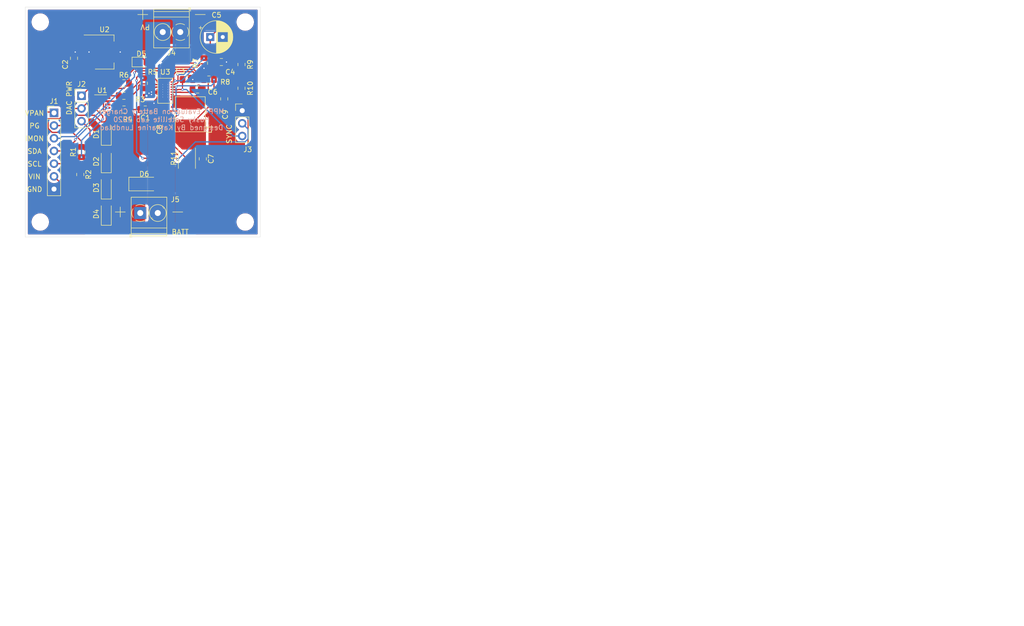
<source format=kicad_pcb>
(kicad_pcb (version 20171130) (host pcbnew "(5.1.6)-1")

  (general
    (thickness 1.6)
    (drawings 22)
    (tracks 341)
    (zones 0)
    (modules 40)
    (nets 26)
  )

  (page A4)
  (layers
    (0 F.Cu signal)
    (31 B.Cu signal)
    (32 B.Adhes user)
    (33 F.Adhes user)
    (34 B.Paste user)
    (35 F.Paste user)
    (36 B.SilkS user)
    (37 F.SilkS user)
    (38 B.Mask user)
    (39 F.Mask user)
    (40 Dwgs.User user)
    (41 Cmts.User user)
    (42 Eco1.User user)
    (43 Eco2.User user)
    (44 Edge.Cuts user)
    (45 Margin user)
    (46 B.CrtYd user)
    (47 F.CrtYd user)
    (48 B.Fab user)
    (49 F.Fab user)
  )

  (setup
    (last_trace_width 2)
    (user_trace_width 0.4)
    (user_trace_width 2)
    (trace_clearance 0.2)
    (zone_clearance 0.5)
    (zone_45_only no)
    (trace_min 0.127)
    (via_size 0.8)
    (via_drill 0.4)
    (via_min_size 0.45)
    (via_min_drill 0.2)
    (user_via 0.5 0.25)
    (uvia_size 0.3)
    (uvia_drill 0.1)
    (uvias_allowed no)
    (uvia_min_size 0.2)
    (uvia_min_drill 0.1)
    (edge_width 0.05)
    (segment_width 0.2)
    (pcb_text_width 0.3)
    (pcb_text_size 1.5 1.5)
    (mod_edge_width 0.12)
    (mod_text_size 1 1)
    (mod_text_width 0.15)
    (pad_size 1.524 1.524)
    (pad_drill 0.762)
    (pad_to_mask_clearance 0.05)
    (aux_axis_origin 0 0)
    (visible_elements 7FFFFFFF)
    (pcbplotparams
      (layerselection 0x010fc_ffffffff)
      (usegerberextensions false)
      (usegerberattributes true)
      (usegerberadvancedattributes true)
      (creategerberjobfile true)
      (excludeedgelayer true)
      (linewidth 0.100000)
      (plotframeref false)
      (viasonmask false)
      (mode 1)
      (useauxorigin false)
      (hpglpennumber 1)
      (hpglpenspeed 20)
      (hpglpendiameter 15.000000)
      (psnegative false)
      (psa4output false)
      (plotreference true)
      (plotvalue true)
      (plotinvisibletext false)
      (padsonsilk false)
      (subtractmaskfromsilk false)
      (outputformat 1)
      (mirror false)
      (drillshape 1)
      (scaleselection 1)
      (outputdirectory ""))
  )

  (net 0 "")
  (net 1 +VDC)
  (net 2 GND)
  (net 3 +3V3)
  (net 4 "Net-(C6-Pad2)")
  (net 5 "Net-(C6-Pad1)")
  (net 6 "Net-(C7-Pad2)")
  (net 7 "Net-(C7-Pad1)")
  (net 8 "Net-(C8-Pad1)")
  (net 9 "Net-(D1-Pad2)")
  (net 10 "Net-(D1-Pad1)")
  (net 11 "Net-(D2-Pad1)")
  (net 12 "Net-(D3-Pad1)")
  (net 13 "Net-(D5-Pad1)")
  (net 14 "Net-(D6-Pad1)")
  (net 15 /EXTVIN)
  (net 16 /SCL)
  (net 17 /SDA)
  (net 18 /IMON)
  (net 19 /PG)
  (net 20 /VPAN)
  (net 21 /VDD)
  (net 22 /INTVCC)
  (net 23 /SYNC)
  (net 24 "Net-(R3-Pad2)")
  (net 25 "Net-(R5-Pad1)")

  (net_class Default "This is the default net class."
    (clearance 0.2)
    (trace_width 0.25)
    (via_dia 0.8)
    (via_drill 0.4)
    (uvia_dia 0.3)
    (uvia_drill 0.1)
    (add_net +3V3)
    (add_net +VDC)
    (add_net /EXTVIN)
    (add_net /IMON)
    (add_net /INTVCC)
    (add_net /PG)
    (add_net /SCL)
    (add_net /SDA)
    (add_net /SYNC)
    (add_net /VDD)
    (add_net /VPAN)
    (add_net GND)
    (add_net "Net-(C6-Pad1)")
    (add_net "Net-(C6-Pad2)")
    (add_net "Net-(C7-Pad1)")
    (add_net "Net-(C7-Pad2)")
    (add_net "Net-(C8-Pad1)")
    (add_net "Net-(D1-Pad1)")
    (add_net "Net-(D1-Pad2)")
    (add_net "Net-(D2-Pad1)")
    (add_net "Net-(D3-Pad1)")
    (add_net "Net-(D5-Pad1)")
    (add_net "Net-(D6-Pad1)")
    (add_net "Net-(R3-Pad2)")
    (add_net "Net-(R5-Pad1)")
  )

  (module MountingHole:MountingHole_2.5mm (layer F.Cu) (tedit 56D1B4CB) (tstamp 5FC568AA)
    (at 152 84)
    (descr "Mounting Hole 2.5mm, no annular")
    (tags "mounting hole 2.5mm no annular")
    (attr virtual)
    (fp_text reference REF** (at 0 -3.5) (layer F.SilkS) hide
      (effects (font (size 1 1) (thickness 0.15)))
    )
    (fp_text value MountingHole_2.5mm (at 0 3.5) (layer F.Fab)
      (effects (font (size 1 1) (thickness 0.15)))
    )
    (fp_circle (center 0 0) (end 2.75 0) (layer F.CrtYd) (width 0.05))
    (fp_circle (center 0 0) (end 2.5 0) (layer Cmts.User) (width 0.15))
    (fp_text user %R (at 0.3 0) (layer F.Fab)
      (effects (font (size 1 1) (thickness 0.15)))
    )
    (pad 1 np_thru_hole circle (at 0 0) (size 2.5 2.5) (drill 2.5) (layers *.Cu *.Mask))
  )

  (module MountingHole:MountingHole_2.5mm (layer F.Cu) (tedit 56D1B4CB) (tstamp 5FC56917)
    (at 152 44)
    (descr "Mounting Hole 2.5mm, no annular")
    (tags "mounting hole 2.5mm no annular")
    (attr virtual)
    (fp_text reference REF** (at 0 -3.5) (layer F.SilkS) hide
      (effects (font (size 1 1) (thickness 0.15)))
    )
    (fp_text value MountingHole_2.5mm (at 0 3.5) (layer F.Fab)
      (effects (font (size 1 1) (thickness 0.15)))
    )
    (fp_circle (center 0 0) (end 2.75 0) (layer F.CrtYd) (width 0.05))
    (fp_circle (center 0 0) (end 2.5 0) (layer Cmts.User) (width 0.15))
    (fp_text user %R (at 0.3 0) (layer F.Fab)
      (effects (font (size 1 1) (thickness 0.15)))
    )
    (pad 1 np_thru_hole circle (at 0 0) (size 2.5 2.5) (drill 2.5) (layers *.Cu *.Mask))
  )

  (module MountingHole:MountingHole_2.5mm (layer F.Cu) (tedit 56D1B4CB) (tstamp 5FC5687E)
    (at 111 84)
    (descr "Mounting Hole 2.5mm, no annular")
    (tags "mounting hole 2.5mm no annular")
    (attr virtual)
    (fp_text reference REF** (at 0 -3.5) (layer F.SilkS) hide
      (effects (font (size 1 1) (thickness 0.15)))
    )
    (fp_text value MountingHole_2.5mm (at 0 3.5) (layer F.Fab)
      (effects (font (size 1 1) (thickness 0.15)))
    )
    (fp_circle (center 0 0) (end 2.75 0) (layer F.CrtYd) (width 0.05))
    (fp_circle (center 0 0) (end 2.5 0) (layer Cmts.User) (width 0.15))
    (fp_text user %R (at 0.3 0) (layer F.Fab)
      (effects (font (size 1 1) (thickness 0.15)))
    )
    (pad 1 np_thru_hole circle (at 0 0) (size 2.5 2.5) (drill 2.5) (layers *.Cu *.Mask))
  )

  (module "" (layer F.Cu) (tedit 0) (tstamp 0)
    (at 159.5 82)
    (fp_text reference "" (at 147.75 82.25) (layer F.SilkS)
      (effects (font (size 1.27 1.27) (thickness 0.15)))
    )
    (fp_text value "" (at 147.75 82.25) (layer F.SilkS)
      (effects (font (size 1.27 1.27) (thickness 0.15)))
    )
    (fp_text user %R (at 148.05 82.5) (layer F.Fab)
      (effects (font (size 1 1) (thickness 0.15)))
    )
  )

  (module MountingHole:MountingHole_2.5mm (layer F.Cu) (tedit 56D1B4CB) (tstamp 5FC5722E)
    (at 111 44)
    (descr "Mounting Hole 2.5mm, no annular")
    (tags "mounting hole 2.5mm no annular")
    (attr virtual)
    (fp_text reference REF** (at 0 -3.5) (layer F.SilkS) hide
      (effects (font (size 1 1) (thickness 0.15)))
    )
    (fp_text value MountingHole_2.5mm (at 0 3.5) (layer F.Fab)
      (effects (font (size 1 1) (thickness 0.15)))
    )
    (fp_circle (center 0 0) (end 2.75 0) (layer F.CrtYd) (width 0.05))
    (fp_circle (center 0 0) (end 2.5 0) (layer Cmts.User) (width 0.15))
    (fp_text user %R (at 0.3 0) (layer F.Fab)
      (effects (font (size 1 1) (thickness 0.15)))
    )
    (pad 1 np_thru_hole circle (at 0 0) (size 2.5 2.5) (drill 2.5) (layers *.Cu *.Mask))
  )

  (module HS2_parts:24-QFN_3x5 (layer F.Cu) (tedit 5F0E933A) (tstamp 5FC21A85)
    (at 136 57.75)
    (path /5FC9340A)
    (fp_text reference U3 (at 0 -3.75) (layer F.SilkS)
      (effects (font (size 1 1) (thickness 0.15)))
    )
    (fp_text value LT8611 (at 1 6.5) (layer F.Fab)
      (effects (font (size 1 1) (thickness 0.15)))
    )
    (fp_line (start -1.5 -2.5) (end 1.5 -2.5) (layer F.SilkS) (width 0.12))
    (fp_line (start 1.5 -2.5) (end 1.5 2.5) (layer F.SilkS) (width 0.12))
    (fp_line (start 1.5 2.5) (end -1.5 2.5) (layer F.SilkS) (width 0.12))
    (fp_line (start -1.5 2.5) (end -1.5 -2.5) (layer F.SilkS) (width 0.12))
    (fp_circle (center -1 -2) (end -1.1 -2.2) (layer F.Fab) (width 0.12))
    (pad 25 thru_hole circle (at 0.5 -1.25) (size 0.3 0.3) (drill 0.1) (layers *.Cu *.Mask)
      (net 2 GND) (zone_connect 0))
    (pad 25 thru_hole circle (at 0.5 -0.75) (size 0.3 0.3) (drill 0.1) (layers *.Cu *.Mask)
      (net 2 GND) (zone_connect 0))
    (pad 25 thru_hole circle (at 0.5 -0.25) (size 0.3 0.3) (drill 0.1) (layers *.Cu *.Mask)
      (net 2 GND) (zone_connect 0))
    (pad 25 thru_hole circle (at 0.5 0.25) (size 0.3 0.3) (drill 0.1) (layers *.Cu *.Mask)
      (net 2 GND) (zone_connect 0))
    (pad 25 thru_hole circle (at 0.5 0.75) (size 0.3 0.3) (drill 0.1) (layers *.Cu *.Mask)
      (net 2 GND) (zone_connect 0))
    (pad 25 thru_hole circle (at 0.5 1.25) (size 0.3 0.3) (drill 0.1) (layers *.Cu *.Mask)
      (net 2 GND) (zone_connect 0))
    (pad 25 thru_hole circle (at -0.5 1.25) (size 0.3 0.3) (drill 0.1) (layers *.Cu *.Mask)
      (net 2 GND) (zone_connect 0))
    (pad 25 thru_hole circle (at -0.5 0.75) (size 0.3 0.3) (drill 0.1) (layers *.Cu *.Mask)
      (net 2 GND) (zone_connect 0))
    (pad 25 thru_hole circle (at -0.5 0.25) (size 0.3 0.3) (drill 0.1) (layers *.Cu *.Mask)
      (net 2 GND) (zone_connect 0))
    (pad 25 thru_hole circle (at -0.5 -0.25) (size 0.3 0.3) (drill 0.1) (layers *.Cu *.Mask)
      (net 2 GND) (zone_connect 0))
    (pad 25 thru_hole circle (at -0.5 -0.75) (size 0.3 0.3) (drill 0.1) (layers *.Cu *.Mask)
      (net 2 GND) (zone_connect 0))
    (pad 25 thru_hole circle (at -0.5 -1.25) (size 0.3 0.3) (drill 0.1) (layers *.Cu *.Mask)
      (net 2 GND) (zone_connect 0))
    (pad 25 smd custom (at 0 0) (size 0.1 0.1) (layers F.Cu F.Paste F.Mask)
      (net 2 GND) (zone_connect 0)
      (options (clearance outline) (anchor rect))
      (primitives
        (gr_poly (pts
           (xy 0.825 1.825) (xy 0.825 -1.825) (xy -0.5 -1.825) (xy -0.825 -1.5) (xy -0.825 1.825)
) (width 0))
      ))
    (pad 24 smd rect (at -0.75 -2.4 270) (size 0.7 0.25) (layers F.Cu F.Paste F.Mask))
    (pad 23 smd rect (at -0.25 -2.4 270) (size 0.7 0.25) (layers F.Cu F.Paste F.Mask)
      (net 18 /IMON))
    (pad 21 smd rect (at 0.75 -2.4 270) (size 0.7 0.25) (layers F.Cu F.Paste F.Mask)
      (net 7 "Net-(C7-Pad1)"))
    (pad 22 smd rect (at 0.25 -2.4 270) (size 0.7 0.25) (layers F.Cu F.Paste F.Mask)
      (net 6 "Net-(C7-Pad2)"))
    (pad 10 smd rect (at -0.25 2.4 90) (size 0.7 0.25) (layers F.Cu F.Paste F.Mask)
      (net 2 GND))
    (pad 9 smd rect (at -0.75 2.4 90) (size 0.7 0.25) (layers F.Cu F.Paste F.Mask)
      (net 2 GND))
    (pad 11 smd rect (at 0.25 2.4 90) (size 0.7 0.25) (layers F.Cu F.Paste F.Mask)
      (net 2 GND))
    (pad 12 smd rect (at 0.75 2.4 90) (size 0.7 0.25) (layers F.Cu F.Paste F.Mask)
      (net 2 GND))
    (pad 13 smd rect (at 1.4 1.75) (size 0.7 0.25) (layers F.Cu F.Paste F.Mask)
      (net 5 "Net-(C6-Pad1)"))
    (pad 14 smd rect (at 1.4 1.25) (size 0.7 0.25) (layers F.Cu F.Paste F.Mask)
      (net 5 "Net-(C6-Pad1)"))
    (pad 16 smd rect (at 1.4 0.25) (size 0.7 0.25) (layers F.Cu F.Paste F.Mask)
      (net 4 "Net-(C6-Pad2)"))
    (pad 20 smd rect (at 1.4 -1.75) (size 0.7 0.25) (layers F.Cu F.Paste F.Mask)
      (net 8 "Net-(C8-Pad1)"))
    (pad 19 smd rect (at 1.4 -1.25) (size 0.7 0.25) (layers F.Cu F.Paste F.Mask)
      (net 19 /PG))
    (pad 18 smd rect (at 1.4 -0.75) (size 0.7 0.25) (layers F.Cu F.Paste F.Mask)
      (net 6 "Net-(C7-Pad2)"))
    (pad 17 smd rect (at 1.4 -0.25) (size 0.7 0.25) (layers F.Cu F.Paste F.Mask)
      (net 22 /INTVCC))
    (pad 15 smd rect (at 1.4 0.75) (size 0.7 0.25) (layers F.Cu F.Paste F.Mask)
      (net 5 "Net-(C6-Pad1)"))
    (pad 8 smd rect (at -1.4 1.75) (size 0.7 0.25) (layers F.Cu F.Paste F.Mask)
      (net 2 GND))
    (pad 7 smd rect (at -1.4 1.25) (size 0.7 0.25) (layers F.Cu F.Paste F.Mask)
      (net 2 GND))
    (pad 6 smd rect (at -1.4 0.75) (size 0.7 0.25) (layers F.Cu F.Paste F.Mask)
      (net 1 +VDC))
    (pad 5 smd rect (at -1.4 0.25) (size 0.7 0.25) (layers F.Cu F.Paste F.Mask)
      (net 1 +VDC))
    (pad 4 smd rect (at -1.4 -0.25) (size 0.7 0.25) (layers F.Cu F.Paste F.Mask)
      (net 1 +VDC))
    (pad 3 smd rect (at -1.4 -0.75) (size 0.7 0.25) (layers F.Cu F.Paste F.Mask)
      (net 25 "Net-(R5-Pad1)"))
    (pad 2 smd rect (at -1.4 -1.25) (size 0.7 0.25) (layers F.Cu F.Paste F.Mask)
      (net 9 "Net-(D1-Pad2)"))
    (pad 1 smd rect (at -1.4 -1.75) (size 0.7 0.25) (layers F.Cu F.Paste F.Mask)
      (net 23 /SYNC))
  )

  (module Package_TO_SOT_SMD:SOT-223-3_TabPin2 (layer F.Cu) (tedit 5A02FF57) (tstamp 5FC1F956)
    (at 123.85 50)
    (descr "module CMS SOT223 4 pins")
    (tags "CMS SOT")
    (path /5FC5511B)
    (attr smd)
    (fp_text reference U2 (at 0 -4.5) (layer F.SilkS)
      (effects (font (size 1 1) (thickness 0.15)))
    )
    (fp_text value LM2936-3.3 (at -0.35 -8) (layer F.Fab)
      (effects (font (size 1 1) (thickness 0.15)))
    )
    (fp_line (start 1.91 3.41) (end 1.91 2.15) (layer F.SilkS) (width 0.12))
    (fp_line (start 1.91 -3.41) (end 1.91 -2.15) (layer F.SilkS) (width 0.12))
    (fp_line (start 4.4 -3.6) (end -4.4 -3.6) (layer F.CrtYd) (width 0.05))
    (fp_line (start 4.4 3.6) (end 4.4 -3.6) (layer F.CrtYd) (width 0.05))
    (fp_line (start -4.4 3.6) (end 4.4 3.6) (layer F.CrtYd) (width 0.05))
    (fp_line (start -4.4 -3.6) (end -4.4 3.6) (layer F.CrtYd) (width 0.05))
    (fp_line (start -1.85 -2.35) (end -0.85 -3.35) (layer F.Fab) (width 0.1))
    (fp_line (start -1.85 -2.35) (end -1.85 3.35) (layer F.Fab) (width 0.1))
    (fp_line (start -1.85 3.41) (end 1.91 3.41) (layer F.SilkS) (width 0.12))
    (fp_line (start -0.85 -3.35) (end 1.85 -3.35) (layer F.Fab) (width 0.1))
    (fp_line (start -4.1 -3.41) (end 1.91 -3.41) (layer F.SilkS) (width 0.12))
    (fp_line (start -1.85 3.35) (end 1.85 3.35) (layer F.Fab) (width 0.1))
    (fp_line (start 1.85 -3.35) (end 1.85 3.35) (layer F.Fab) (width 0.1))
    (fp_text user %R (at 0 0 90) (layer F.Fab)
      (effects (font (size 0.8 0.8) (thickness 0.12)))
    )
    (pad 1 smd rect (at -3.15 -2.3) (size 2 1.5) (layers F.Cu F.Paste F.Mask)
      (net 1 +VDC))
    (pad 3 smd rect (at -3.15 2.3) (size 2 1.5) (layers F.Cu F.Paste F.Mask)
      (net 3 +3V3))
    (pad 2 smd rect (at -3.15 0) (size 2 1.5) (layers F.Cu F.Paste F.Mask)
      (net 2 GND))
    (pad 2 smd rect (at 3.15 0) (size 2 3.8) (layers F.Cu F.Paste F.Mask)
      (net 2 GND))
    (model ${KISYS3DMOD}/Package_TO_SOT_SMD.3dshapes/SOT-223.wrl
      (at (xyz 0 0 0))
      (scale (xyz 1 1 1))
      (rotate (xyz 0 0 0))
    )
  )

  (module Package_TO_SOT_SMD:SOT-23-8 (layer F.Cu) (tedit 5A02FF57) (tstamp 5FC1F940)
    (at 123.4 60.17)
    (descr "8-pin SOT-23 package, http://www.analog.com/media/en/package-pcb-resources/package/pkg_pdf/sot-23rj/rj_8.pdf")
    (tags SOT-23-8)
    (path /5FC3B99E)
    (attr smd)
    (fp_text reference U1 (at 0 -2.5) (layer F.SilkS)
      (effects (font (size 1 1) (thickness 0.15)))
    )
    (fp_text value AD5245 (at 0 2.5) (layer F.Fab)
      (effects (font (size 1 1) (thickness 0.15)))
    )
    (fp_line (start -0.9 1.61) (end 0.9 1.61) (layer F.SilkS) (width 0.12))
    (fp_line (start 0.9 -1.61) (end -1.55 -1.61) (layer F.SilkS) (width 0.12))
    (fp_line (start 1.9 -1.8) (end -1.9 -1.8) (layer F.CrtYd) (width 0.05))
    (fp_line (start 1.9 1.8) (end 1.9 -1.8) (layer F.CrtYd) (width 0.05))
    (fp_line (start -1.9 1.8) (end 1.9 1.8) (layer F.CrtYd) (width 0.05))
    (fp_line (start -1.9 -1.8) (end -1.9 1.8) (layer F.CrtYd) (width 0.05))
    (fp_line (start -0.9 -0.9) (end -0.25 -1.55) (layer F.Fab) (width 0.1))
    (fp_line (start 0.9 -1.55) (end -0.25 -1.55) (layer F.Fab) (width 0.1))
    (fp_line (start -0.9 -0.9) (end -0.9 1.55) (layer F.Fab) (width 0.1))
    (fp_line (start 0.9 1.55) (end -0.9 1.55) (layer F.Fab) (width 0.1))
    (fp_line (start 0.9 -1.55) (end 0.9 1.55) (layer F.Fab) (width 0.1))
    (fp_text user %R (at 0 0 90) (layer F.Fab)
      (effects (font (size 0.5 0.5) (thickness 0.075)))
    )
    (pad 8 smd rect (at 1.1 -0.98) (size 1.06 0.4) (layers F.Cu F.Paste F.Mask)
      (net 24 "Net-(R3-Pad2)"))
    (pad 7 smd rect (at 1.1 -0.33) (size 1.06 0.4) (layers F.Cu F.Paste F.Mask)
      (net 2 GND))
    (pad 6 smd rect (at 1.1 0.33) (size 1.06 0.4) (layers F.Cu F.Paste F.Mask)
      (net 2 GND))
    (pad 5 smd rect (at 1.1 0.98) (size 1.06 0.4) (layers F.Cu F.Paste F.Mask)
      (net 17 /SDA))
    (pad 4 smd rect (at -1.1 0.98) (size 1.06 0.4) (layers F.Cu F.Paste F.Mask)
      (net 16 /SCL))
    (pad 3 smd rect (at -1.1 0.33) (size 1.06 0.4) (layers F.Cu F.Paste F.Mask)
      (net 2 GND))
    (pad 2 smd rect (at -1.1 -0.33) (size 1.06 0.4) (layers F.Cu F.Paste F.Mask)
      (net 21 /VDD))
    (pad 1 smd rect (at -1.1 -0.98) (size 1.06 0.4) (layers F.Cu F.Paste F.Mask)
      (net 2 GND))
    (model ${KISYS3DMOD}/Package_TO_SOT_SMD.3dshapes/SOT-23-8.wrl
      (at (xyz 0 0 0))
      (scale (xyz 1 1 1))
      (rotate (xyz 0 0 0))
    )
  )

  (module Resistor_SMD:R_2512_6332Metric_Pad1.52x3.35mm_HandSolder (layer F.Cu) (tedit 5B301BBD) (tstamp 5FC1F928)
    (at 140.335 71.2375 90)
    (descr "Resistor SMD 2512 (6332 Metric), square (rectangular) end terminal, IPC_7351 nominal with elongated pad for handsoldering. (Body size source: http://www.tortai-tech.com/upload/download/2011102023233369053.pdf), generated with kicad-footprint-generator")
    (tags "resistor handsolder")
    (path /5FC2B0E6)
    (attr smd)
    (fp_text reference R11 (at 0 -2.62 90) (layer F.SilkS)
      (effects (font (size 1 1) (thickness 0.15)))
    )
    (fp_text value 50m (at 0 2.62 90) (layer F.Fab)
      (effects (font (size 1 1) (thickness 0.15)))
    )
    (fp_line (start -3.15 1.6) (end -3.15 -1.6) (layer F.Fab) (width 0.1))
    (fp_line (start -3.15 -1.6) (end 3.15 -1.6) (layer F.Fab) (width 0.1))
    (fp_line (start 3.15 -1.6) (end 3.15 1.6) (layer F.Fab) (width 0.1))
    (fp_line (start 3.15 1.6) (end -3.15 1.6) (layer F.Fab) (width 0.1))
    (fp_line (start -2.052064 -1.71) (end 2.052064 -1.71) (layer F.SilkS) (width 0.12))
    (fp_line (start -2.052064 1.71) (end 2.052064 1.71) (layer F.SilkS) (width 0.12))
    (fp_line (start -4 1.92) (end -4 -1.92) (layer F.CrtYd) (width 0.05))
    (fp_line (start -4 -1.92) (end 4 -1.92) (layer F.CrtYd) (width 0.05))
    (fp_line (start 4 -1.92) (end 4 1.92) (layer F.CrtYd) (width 0.05))
    (fp_line (start 4 1.92) (end -4 1.92) (layer F.CrtYd) (width 0.05))
    (fp_text user %R (at 0 0 90) (layer F.Fab)
      (effects (font (size 1 1) (thickness 0.15)))
    )
    (pad 2 smd roundrect (at 2.9875 0 90) (size 1.525 3.35) (layers F.Cu F.Paste F.Mask) (roundrect_rratio 0.163934)
      (net 7 "Net-(C7-Pad1)"))
    (pad 1 smd roundrect (at -2.9875 0 90) (size 1.525 3.35) (layers F.Cu F.Paste F.Mask) (roundrect_rratio 0.163934)
      (net 6 "Net-(C7-Pad2)"))
    (model ${KISYS3DMOD}/Resistor_SMD.3dshapes/R_2512_6332Metric.wrl
      (at (xyz 0 0 0))
      (scale (xyz 1 1 1))
      (rotate (xyz 0 0 0))
    )
  )

  (module Resistor_SMD:R_0805_2012Metric_Pad1.15x1.40mm_HandSolder (layer F.Cu) (tedit 5B36C52B) (tstamp 5FC1F917)
    (at 151.25 57.25 90)
    (descr "Resistor SMD 0805 (2012 Metric), square (rectangular) end terminal, IPC_7351 nominal with elongated pad for handsoldering. (Body size source: https://docs.google.com/spreadsheets/d/1BsfQQcO9C6DZCsRaXUlFlo91Tg2WpOkGARC1WS5S8t0/edit?usp=sharing), generated with kicad-footprint-generator")
    (tags "resistor handsolder")
    (path /5FC64825)
    (attr smd)
    (fp_text reference R10 (at 0 1.75 90) (layer F.SilkS)
      (effects (font (size 1 1) (thickness 0.15)))
    )
    (fp_text value ? (at 0 1.65 90) (layer F.Fab)
      (effects (font (size 1 1) (thickness 0.15)))
    )
    (fp_line (start -1 0.6) (end -1 -0.6) (layer F.Fab) (width 0.1))
    (fp_line (start -1 -0.6) (end 1 -0.6) (layer F.Fab) (width 0.1))
    (fp_line (start 1 -0.6) (end 1 0.6) (layer F.Fab) (width 0.1))
    (fp_line (start 1 0.6) (end -1 0.6) (layer F.Fab) (width 0.1))
    (fp_line (start -0.261252 -0.71) (end 0.261252 -0.71) (layer F.SilkS) (width 0.12))
    (fp_line (start -0.261252 0.71) (end 0.261252 0.71) (layer F.SilkS) (width 0.12))
    (fp_line (start -1.85 0.95) (end -1.85 -0.95) (layer F.CrtYd) (width 0.05))
    (fp_line (start -1.85 -0.95) (end 1.85 -0.95) (layer F.CrtYd) (width 0.05))
    (fp_line (start 1.85 -0.95) (end 1.85 0.95) (layer F.CrtYd) (width 0.05))
    (fp_line (start 1.85 0.95) (end -1.85 0.95) (layer F.CrtYd) (width 0.05))
    (fp_text user %R (at 0 0 90) (layer F.Fab)
      (effects (font (size 0.5 0.5) (thickness 0.08)))
    )
    (pad 2 smd roundrect (at 1.025 0 90) (size 1.15 1.4) (layers F.Cu F.Paste F.Mask) (roundrect_rratio 0.217391)
      (net 20 /VPAN))
    (pad 1 smd roundrect (at -1.025 0 90) (size 1.15 1.4) (layers F.Cu F.Paste F.Mask) (roundrect_rratio 0.217391)
      (net 2 GND))
    (model ${KISYS3DMOD}/Resistor_SMD.3dshapes/R_0805_2012Metric.wrl
      (at (xyz 0 0 0))
      (scale (xyz 1 1 1))
      (rotate (xyz 0 0 0))
    )
  )

  (module Resistor_SMD:R_0805_2012Metric_Pad1.15x1.40mm_HandSolder (layer F.Cu) (tedit 5B36C52B) (tstamp 5FC1F906)
    (at 151.25 52.5 90)
    (descr "Resistor SMD 0805 (2012 Metric), square (rectangular) end terminal, IPC_7351 nominal with elongated pad for handsoldering. (Body size source: https://docs.google.com/spreadsheets/d/1BsfQQcO9C6DZCsRaXUlFlo91Tg2WpOkGARC1WS5S8t0/edit?usp=sharing), generated with kicad-footprint-generator")
    (tags "resistor handsolder")
    (path /5FC650A3)
    (attr smd)
    (fp_text reference R9 (at 0 1.75 90) (layer F.SilkS)
      (effects (font (size 1 1) (thickness 0.15)))
    )
    (fp_text value ? (at 0 1.65 90) (layer F.Fab)
      (effects (font (size 1 1) (thickness 0.15)))
    )
    (fp_line (start -1 0.6) (end -1 -0.6) (layer F.Fab) (width 0.1))
    (fp_line (start -1 -0.6) (end 1 -0.6) (layer F.Fab) (width 0.1))
    (fp_line (start 1 -0.6) (end 1 0.6) (layer F.Fab) (width 0.1))
    (fp_line (start 1 0.6) (end -1 0.6) (layer F.Fab) (width 0.1))
    (fp_line (start -0.261252 -0.71) (end 0.261252 -0.71) (layer F.SilkS) (width 0.12))
    (fp_line (start -0.261252 0.71) (end 0.261252 0.71) (layer F.SilkS) (width 0.12))
    (fp_line (start -1.85 0.95) (end -1.85 -0.95) (layer F.CrtYd) (width 0.05))
    (fp_line (start -1.85 -0.95) (end 1.85 -0.95) (layer F.CrtYd) (width 0.05))
    (fp_line (start 1.85 -0.95) (end 1.85 0.95) (layer F.CrtYd) (width 0.05))
    (fp_line (start 1.85 0.95) (end -1.85 0.95) (layer F.CrtYd) (width 0.05))
    (fp_text user %R (at 0 0 90) (layer F.Fab)
      (effects (font (size 0.5 0.5) (thickness 0.08)))
    )
    (pad 2 smd roundrect (at 1.025 0 90) (size 1.15 1.4) (layers F.Cu F.Paste F.Mask) (roundrect_rratio 0.217391)
      (net 1 +VDC))
    (pad 1 smd roundrect (at -1.025 0 90) (size 1.15 1.4) (layers F.Cu F.Paste F.Mask) (roundrect_rratio 0.217391)
      (net 20 /VPAN))
    (model ${KISYS3DMOD}/Resistor_SMD.3dshapes/R_0805_2012Metric.wrl
      (at (xyz 0 0 0))
      (scale (xyz 1 1 1))
      (rotate (xyz 0 0 0))
    )
  )

  (module Resistor_SMD:R_0805_2012Metric_Pad1.15x1.40mm_HandSolder (layer F.Cu) (tedit 5B36C52B) (tstamp 5FC1F8F5)
    (at 144.725 55.5)
    (descr "Resistor SMD 0805 (2012 Metric), square (rectangular) end terminal, IPC_7351 nominal with elongated pad for handsoldering. (Body size source: https://docs.google.com/spreadsheets/d/1BsfQQcO9C6DZCsRaXUlFlo91Tg2WpOkGARC1WS5S8t0/edit?usp=sharing), generated with kicad-footprint-generator")
    (tags "resistor handsolder")
    (path /5FC36184)
    (attr smd)
    (fp_text reference R8 (at 3.275 0.5) (layer F.SilkS)
      (effects (font (size 1 1) (thickness 0.15)))
    )
    (fp_text value 1Meg (at 0 1.65) (layer F.Fab)
      (effects (font (size 1 1) (thickness 0.15)))
    )
    (fp_line (start -1 0.6) (end -1 -0.6) (layer F.Fab) (width 0.1))
    (fp_line (start -1 -0.6) (end 1 -0.6) (layer F.Fab) (width 0.1))
    (fp_line (start 1 -0.6) (end 1 0.6) (layer F.Fab) (width 0.1))
    (fp_line (start 1 0.6) (end -1 0.6) (layer F.Fab) (width 0.1))
    (fp_line (start -0.261252 -0.71) (end 0.261252 -0.71) (layer F.SilkS) (width 0.12))
    (fp_line (start -0.261252 0.71) (end 0.261252 0.71) (layer F.SilkS) (width 0.12))
    (fp_line (start -1.85 0.95) (end -1.85 -0.95) (layer F.CrtYd) (width 0.05))
    (fp_line (start -1.85 -0.95) (end 1.85 -0.95) (layer F.CrtYd) (width 0.05))
    (fp_line (start 1.85 -0.95) (end 1.85 0.95) (layer F.CrtYd) (width 0.05))
    (fp_line (start 1.85 0.95) (end -1.85 0.95) (layer F.CrtYd) (width 0.05))
    (fp_text user %R (at 0 0) (layer F.Fab)
      (effects (font (size 0.5 0.5) (thickness 0.08)))
    )
    (pad 2 smd roundrect (at 1.025 0) (size 1.15 1.4) (layers F.Cu F.Paste F.Mask) (roundrect_rratio 0.217391)
      (net 6 "Net-(C7-Pad2)"))
    (pad 1 smd roundrect (at -1.025 0) (size 1.15 1.4) (layers F.Cu F.Paste F.Mask) (roundrect_rratio 0.217391)
      (net 8 "Net-(C8-Pad1)"))
    (model ${KISYS3DMOD}/Resistor_SMD.3dshapes/R_0805_2012Metric.wrl
      (at (xyz 0 0 0))
      (scale (xyz 1 1 1))
      (rotate (xyz 0 0 0))
    )
  )

  (module Resistor_SMD:R_0805_2012Metric_Pad1.15x1.40mm_HandSolder (layer F.Cu) (tedit 5B36C52B) (tstamp 5FC1F8E4)
    (at 143.75 52.225 90)
    (descr "Resistor SMD 0805 (2012 Metric), square (rectangular) end terminal, IPC_7351 nominal with elongated pad for handsoldering. (Body size source: https://docs.google.com/spreadsheets/d/1BsfQQcO9C6DZCsRaXUlFlo91Tg2WpOkGARC1WS5S8t0/edit?usp=sharing), generated with kicad-footprint-generator")
    (tags "resistor handsolder")
    (path /5FC34FC4)
    (attr smd)
    (fp_text reference R7 (at 0 -1.65 90) (layer F.SilkS)
      (effects (font (size 1 1) (thickness 0.15)))
    )
    (fp_text value 309k (at 0 1.65 90) (layer F.Fab)
      (effects (font (size 1 1) (thickness 0.15)))
    )
    (fp_line (start -1 0.6) (end -1 -0.6) (layer F.Fab) (width 0.1))
    (fp_line (start -1 -0.6) (end 1 -0.6) (layer F.Fab) (width 0.1))
    (fp_line (start 1 -0.6) (end 1 0.6) (layer F.Fab) (width 0.1))
    (fp_line (start 1 0.6) (end -1 0.6) (layer F.Fab) (width 0.1))
    (fp_line (start -0.261252 -0.71) (end 0.261252 -0.71) (layer F.SilkS) (width 0.12))
    (fp_line (start -0.261252 0.71) (end 0.261252 0.71) (layer F.SilkS) (width 0.12))
    (fp_line (start -1.85 0.95) (end -1.85 -0.95) (layer F.CrtYd) (width 0.05))
    (fp_line (start -1.85 -0.95) (end 1.85 -0.95) (layer F.CrtYd) (width 0.05))
    (fp_line (start 1.85 -0.95) (end 1.85 0.95) (layer F.CrtYd) (width 0.05))
    (fp_line (start 1.85 0.95) (end -1.85 0.95) (layer F.CrtYd) (width 0.05))
    (fp_text user %R (at 0 0 90) (layer F.Fab)
      (effects (font (size 0.5 0.5) (thickness 0.08)))
    )
    (pad 2 smd roundrect (at 1.025 0 90) (size 1.15 1.4) (layers F.Cu F.Paste F.Mask) (roundrect_rratio 0.217391)
      (net 8 "Net-(C8-Pad1)"))
    (pad 1 smd roundrect (at -1.025 0 90) (size 1.15 1.4) (layers F.Cu F.Paste F.Mask) (roundrect_rratio 0.217391)
      (net 2 GND))
    (model ${KISYS3DMOD}/Resistor_SMD.3dshapes/R_0805_2012Metric.wrl
      (at (xyz 0 0 0))
      (scale (xyz 1 1 1))
      (rotate (xyz 0 0 0))
    )
  )

  (module Resistor_SMD:R_0805_2012Metric_Pad1.15x1.40mm_HandSolder (layer F.Cu) (tedit 5B36C52B) (tstamp 5FC1F8D3)
    (at 127.725 56.25)
    (descr "Resistor SMD 0805 (2012 Metric), square (rectangular) end terminal, IPC_7351 nominal with elongated pad for handsoldering. (Body size source: https://docs.google.com/spreadsheets/d/1BsfQQcO9C6DZCsRaXUlFlo91Tg2WpOkGARC1WS5S8t0/edit?usp=sharing), generated with kicad-footprint-generator")
    (tags "resistor handsolder")
    (path /5FC4E4AA)
    (attr smd)
    (fp_text reference R6 (at 0 -1.65) (layer F.SilkS)
      (effects (font (size 1 1) (thickness 0.15)))
    )
    (fp_text value 10k (at 0 1.65) (layer F.Fab)
      (effects (font (size 1 1) (thickness 0.15)))
    )
    (fp_line (start -1 0.6) (end -1 -0.6) (layer F.Fab) (width 0.1))
    (fp_line (start -1 -0.6) (end 1 -0.6) (layer F.Fab) (width 0.1))
    (fp_line (start 1 -0.6) (end 1 0.6) (layer F.Fab) (width 0.1))
    (fp_line (start 1 0.6) (end -1 0.6) (layer F.Fab) (width 0.1))
    (fp_line (start -0.261252 -0.71) (end 0.261252 -0.71) (layer F.SilkS) (width 0.12))
    (fp_line (start -0.261252 0.71) (end 0.261252 0.71) (layer F.SilkS) (width 0.12))
    (fp_line (start -1.85 0.95) (end -1.85 -0.95) (layer F.CrtYd) (width 0.05))
    (fp_line (start -1.85 -0.95) (end 1.85 -0.95) (layer F.CrtYd) (width 0.05))
    (fp_line (start 1.85 -0.95) (end 1.85 0.95) (layer F.CrtYd) (width 0.05))
    (fp_line (start 1.85 0.95) (end -1.85 0.95) (layer F.CrtYd) (width 0.05))
    (fp_text user %R (at 0 0.1) (layer F.Fab)
      (effects (font (size 0.5 0.5) (thickness 0.08)))
    )
    (pad 2 smd roundrect (at 1.025 0) (size 1.15 1.4) (layers F.Cu F.Paste F.Mask) (roundrect_rratio 0.217391)
      (net 19 /PG))
    (pad 1 smd roundrect (at -1.025 0) (size 1.15 1.4) (layers F.Cu F.Paste F.Mask) (roundrect_rratio 0.217391)
      (net 13 "Net-(D5-Pad1)"))
    (model ${KISYS3DMOD}/Resistor_SMD.3dshapes/R_0805_2012Metric.wrl
      (at (xyz 0 0 0))
      (scale (xyz 1 1 1))
      (rotate (xyz 0 0 0))
    )
  )

  (module Resistor_SMD:R_0805_2012Metric_Pad1.15x1.40mm_HandSolder (layer F.Cu) (tedit 5B36C52B) (tstamp 5FC1F8C2)
    (at 131.725 56.25 90)
    (descr "Resistor SMD 0805 (2012 Metric), square (rectangular) end terminal, IPC_7351 nominal with elongated pad for handsoldering. (Body size source: https://docs.google.com/spreadsheets/d/1BsfQQcO9C6DZCsRaXUlFlo91Tg2WpOkGARC1WS5S8t0/edit?usp=sharing), generated with kicad-footprint-generator")
    (tags "resistor handsolder")
    (path /5FC2394E)
    (attr smd)
    (fp_text reference R5 (at 2.25 1.775 180) (layer F.SilkS)
      (effects (font (size 1 1) (thickness 0.15)))
    )
    (fp_text value 60.4k (at 0 1.65 90) (layer F.Fab)
      (effects (font (size 1 1) (thickness 0.15)))
    )
    (fp_line (start -1 0.6) (end -1 -0.6) (layer F.Fab) (width 0.1))
    (fp_line (start -1 -0.6) (end 1 -0.6) (layer F.Fab) (width 0.1))
    (fp_line (start 1 -0.6) (end 1 0.6) (layer F.Fab) (width 0.1))
    (fp_line (start 1 0.6) (end -1 0.6) (layer F.Fab) (width 0.1))
    (fp_line (start -0.261252 -0.71) (end 0.261252 -0.71) (layer F.SilkS) (width 0.12))
    (fp_line (start -0.261252 0.71) (end 0.261252 0.71) (layer F.SilkS) (width 0.12))
    (fp_line (start -1.85 0.95) (end -1.85 -0.95) (layer F.CrtYd) (width 0.05))
    (fp_line (start -1.85 -0.95) (end 1.85 -0.95) (layer F.CrtYd) (width 0.05))
    (fp_line (start 1.85 -0.95) (end 1.85 0.95) (layer F.CrtYd) (width 0.05))
    (fp_line (start 1.85 0.95) (end -1.85 0.95) (layer F.CrtYd) (width 0.05))
    (fp_text user %R (at 0 0 270) (layer F.Fab)
      (effects (font (size 0.5 0.5) (thickness 0.08)))
    )
    (pad 2 smd roundrect (at 1.025 0 90) (size 1.15 1.4) (layers F.Cu F.Paste F.Mask) (roundrect_rratio 0.217391)
      (net 2 GND))
    (pad 1 smd roundrect (at -1.025 0 90) (size 1.15 1.4) (layers F.Cu F.Paste F.Mask) (roundrect_rratio 0.217391)
      (net 25 "Net-(R5-Pad1)"))
    (model ${KISYS3DMOD}/Resistor_SMD.3dshapes/R_0805_2012Metric.wrl
      (at (xyz 0 0 0))
      (scale (xyz 1 1 1))
      (rotate (xyz 0 0 0))
    )
  )

  (module Resistor_SMD:R_0805_2012Metric_Pad1.15x1.40mm_HandSolder (layer F.Cu) (tedit 5B36C52B) (tstamp 5FC1F8B1)
    (at 127.75 61.5)
    (descr "Resistor SMD 0805 (2012 Metric), square (rectangular) end terminal, IPC_7351 nominal with elongated pad for handsoldering. (Body size source: https://docs.google.com/spreadsheets/d/1BsfQQcO9C6DZCsRaXUlFlo91Tg2WpOkGARC1WS5S8t0/edit?usp=sharing), generated with kicad-footprint-generator")
    (tags "resistor handsolder")
    (path /5FC4AC74)
    (attr smd)
    (fp_text reference R4 (at 0.75 2) (layer F.SilkS)
      (effects (font (size 1 1) (thickness 0.15)))
    )
    (fp_text value 309k (at 0 1.65) (layer F.Fab)
      (effects (font (size 1 1) (thickness 0.15)))
    )
    (fp_line (start -1 0.6) (end -1 -0.6) (layer F.Fab) (width 0.1))
    (fp_line (start -1 -0.6) (end 1 -0.6) (layer F.Fab) (width 0.1))
    (fp_line (start 1 -0.6) (end 1 0.6) (layer F.Fab) (width 0.1))
    (fp_line (start 1 0.6) (end -1 0.6) (layer F.Fab) (width 0.1))
    (fp_line (start -0.261252 -0.71) (end 0.261252 -0.71) (layer F.SilkS) (width 0.12))
    (fp_line (start -0.261252 0.71) (end 0.261252 0.71) (layer F.SilkS) (width 0.12))
    (fp_line (start -1.85 0.95) (end -1.85 -0.95) (layer F.CrtYd) (width 0.05))
    (fp_line (start -1.85 -0.95) (end 1.85 -0.95) (layer F.CrtYd) (width 0.05))
    (fp_line (start 1.85 -0.95) (end 1.85 0.95) (layer F.CrtYd) (width 0.05))
    (fp_line (start 1.85 0.95) (end -1.85 0.95) (layer F.CrtYd) (width 0.05))
    (fp_text user %R (at 0 0) (layer F.Fab)
      (effects (font (size 0.5 0.5) (thickness 0.08)))
    )
    (pad 2 smd roundrect (at 1.025 0) (size 1.15 1.4) (layers F.Cu F.Paste F.Mask) (roundrect_rratio 0.217391)
      (net 1 +VDC))
    (pad 1 smd roundrect (at -1.025 0) (size 1.15 1.4) (layers F.Cu F.Paste F.Mask) (roundrect_rratio 0.217391)
      (net 9 "Net-(D1-Pad2)"))
    (model ${KISYS3DMOD}/Resistor_SMD.3dshapes/R_0805_2012Metric.wrl
      (at (xyz 0 0 0))
      (scale (xyz 1 1 1))
      (rotate (xyz 0 0 0))
    )
  )

  (module Resistor_SMD:R_0805_2012Metric_Pad1.15x1.40mm_HandSolder (layer F.Cu) (tedit 5B36C52B) (tstamp 5FC1F8A0)
    (at 127.725 58.75 180)
    (descr "Resistor SMD 0805 (2012 Metric), square (rectangular) end terminal, IPC_7351 nominal with elongated pad for handsoldering. (Body size source: https://docs.google.com/spreadsheets/d/1BsfQQcO9C6DZCsRaXUlFlo91Tg2WpOkGARC1WS5S8t0/edit?usp=sharing), generated with kicad-footprint-generator")
    (tags "resistor handsolder")
    (path /5FC3C413)
    (attr smd)
    (fp_text reference R3 (at -3.275 -0.75) (layer F.SilkS)
      (effects (font (size 1 1) (thickness 0.15)))
    )
    (fp_text value 6.2k (at 0 1.65) (layer F.Fab)
      (effects (font (size 1 1) (thickness 0.15)))
    )
    (fp_line (start -1 0.6) (end -1 -0.6) (layer F.Fab) (width 0.1))
    (fp_line (start -1 -0.6) (end 1 -0.6) (layer F.Fab) (width 0.1))
    (fp_line (start 1 -0.6) (end 1 0.6) (layer F.Fab) (width 0.1))
    (fp_line (start 1 0.6) (end -1 0.6) (layer F.Fab) (width 0.1))
    (fp_line (start -0.261252 -0.71) (end 0.261252 -0.71) (layer F.SilkS) (width 0.12))
    (fp_line (start -0.261252 0.71) (end 0.261252 0.71) (layer F.SilkS) (width 0.12))
    (fp_line (start -1.85 0.95) (end -1.85 -0.95) (layer F.CrtYd) (width 0.05))
    (fp_line (start -1.85 -0.95) (end 1.85 -0.95) (layer F.CrtYd) (width 0.05))
    (fp_line (start 1.85 -0.95) (end 1.85 0.95) (layer F.CrtYd) (width 0.05))
    (fp_line (start 1.85 0.95) (end -1.85 0.95) (layer F.CrtYd) (width 0.05))
    (fp_text user %R (at 0 0) (layer F.Fab)
      (effects (font (size 0.5 0.5) (thickness 0.08)))
    )
    (pad 2 smd roundrect (at 1.025 0 180) (size 1.15 1.4) (layers F.Cu F.Paste F.Mask) (roundrect_rratio 0.217391)
      (net 24 "Net-(R3-Pad2)"))
    (pad 1 smd roundrect (at -1.025 0 180) (size 1.15 1.4) (layers F.Cu F.Paste F.Mask) (roundrect_rratio 0.217391)
      (net 9 "Net-(D1-Pad2)"))
    (model ${KISYS3DMOD}/Resistor_SMD.3dshapes/R_0805_2012Metric.wrl
      (at (xyz 0 0 0))
      (scale (xyz 1 1 1))
      (rotate (xyz 0 0 0))
    )
  )

  (module Resistor_SMD:R_0805_2012Metric_Pad1.15x1.40mm_HandSolder (layer F.Cu) (tedit 5B36C52B) (tstamp 5FC1F88F)
    (at 119 74.5 270)
    (descr "Resistor SMD 0805 (2012 Metric), square (rectangular) end terminal, IPC_7351 nominal with elongated pad for handsoldering. (Body size source: https://docs.google.com/spreadsheets/d/1BsfQQcO9C6DZCsRaXUlFlo91Tg2WpOkGARC1WS5S8t0/edit?usp=sharing), generated with kicad-footprint-generator")
    (tags "resistor handsolder")
    (path /5FC5E579)
    (attr smd)
    (fp_text reference R2 (at 0 -1.65 90) (layer F.SilkS)
      (effects (font (size 1 1) (thickness 0.15)))
    )
    (fp_text value 10k (at 0 1.65 90) (layer F.Fab)
      (effects (font (size 1 1) (thickness 0.15)))
    )
    (fp_line (start -1 0.6) (end -1 -0.6) (layer F.Fab) (width 0.1))
    (fp_line (start -1 -0.6) (end 1 -0.6) (layer F.Fab) (width 0.1))
    (fp_line (start 1 -0.6) (end 1 0.6) (layer F.Fab) (width 0.1))
    (fp_line (start 1 0.6) (end -1 0.6) (layer F.Fab) (width 0.1))
    (fp_line (start -0.261252 -0.71) (end 0.261252 -0.71) (layer F.SilkS) (width 0.12))
    (fp_line (start -0.261252 0.71) (end 0.261252 0.71) (layer F.SilkS) (width 0.12))
    (fp_line (start -1.85 0.95) (end -1.85 -0.95) (layer F.CrtYd) (width 0.05))
    (fp_line (start -1.85 -0.95) (end 1.85 -0.95) (layer F.CrtYd) (width 0.05))
    (fp_line (start 1.85 -0.95) (end 1.85 0.95) (layer F.CrtYd) (width 0.05))
    (fp_line (start 1.85 0.95) (end -1.85 0.95) (layer F.CrtYd) (width 0.05))
    (fp_text user %R (at 0 0 90) (layer F.Fab)
      (effects (font (size 0.5 0.5) (thickness 0.08)))
    )
    (pad 2 smd roundrect (at 1.025 0 270) (size 1.15 1.4) (layers F.Cu F.Paste F.Mask) (roundrect_rratio 0.217391)
      (net 21 /VDD))
    (pad 1 smd roundrect (at -1.025 0 270) (size 1.15 1.4) (layers F.Cu F.Paste F.Mask) (roundrect_rratio 0.217391)
      (net 17 /SDA))
    (model ${KISYS3DMOD}/Resistor_SMD.3dshapes/R_0805_2012Metric.wrl
      (at (xyz 0 0 0))
      (scale (xyz 1 1 1))
      (rotate (xyz 0 0 0))
    )
  )

  (module Resistor_SMD:R_0805_2012Metric_Pad1.15x1.40mm_HandSolder (layer F.Cu) (tedit 5B36C52B) (tstamp 5FC1F87E)
    (at 119.25 70 90)
    (descr "Resistor SMD 0805 (2012 Metric), square (rectangular) end terminal, IPC_7351 nominal with elongated pad for handsoldering. (Body size source: https://docs.google.com/spreadsheets/d/1BsfQQcO9C6DZCsRaXUlFlo91Tg2WpOkGARC1WS5S8t0/edit?usp=sharing), generated with kicad-footprint-generator")
    (tags "resistor handsolder")
    (path /5FC5DB24)
    (attr smd)
    (fp_text reference R1 (at 0 -1.65 90) (layer F.SilkS)
      (effects (font (size 1 1) (thickness 0.15)))
    )
    (fp_text value 10k (at 0 1.65 90) (layer F.Fab)
      (effects (font (size 1 1) (thickness 0.15)))
    )
    (fp_line (start -1 0.6) (end -1 -0.6) (layer F.Fab) (width 0.1))
    (fp_line (start -1 -0.6) (end 1 -0.6) (layer F.Fab) (width 0.1))
    (fp_line (start 1 -0.6) (end 1 0.6) (layer F.Fab) (width 0.1))
    (fp_line (start 1 0.6) (end -1 0.6) (layer F.Fab) (width 0.1))
    (fp_line (start -0.261252 -0.71) (end 0.261252 -0.71) (layer F.SilkS) (width 0.12))
    (fp_line (start -0.261252 0.71) (end 0.261252 0.71) (layer F.SilkS) (width 0.12))
    (fp_line (start -1.85 0.95) (end -1.85 -0.95) (layer F.CrtYd) (width 0.05))
    (fp_line (start -1.85 -0.95) (end 1.85 -0.95) (layer F.CrtYd) (width 0.05))
    (fp_line (start 1.85 -0.95) (end 1.85 0.95) (layer F.CrtYd) (width 0.05))
    (fp_line (start 1.85 0.95) (end -1.85 0.95) (layer F.CrtYd) (width 0.05))
    (fp_text user %R (at 0.725 -2 90) (layer F.Fab)
      (effects (font (size 0.5 0.5) (thickness 0.08)))
    )
    (pad 2 smd roundrect (at 1.025 0 90) (size 1.15 1.4) (layers F.Cu F.Paste F.Mask) (roundrect_rratio 0.217391)
      (net 21 /VDD))
    (pad 1 smd roundrect (at -1.025 0 90) (size 1.15 1.4) (layers F.Cu F.Paste F.Mask) (roundrect_rratio 0.217391)
      (net 16 /SCL))
    (model ${KISYS3DMOD}/Resistor_SMD.3dshapes/R_0805_2012Metric.wrl
      (at (xyz 0 0 0))
      (scale (xyz 1 1 1))
      (rotate (xyz 0 0 0))
    )
  )

  (module HS2_parts:BWVS00606045 (layer F.Cu) (tedit 5FC19BD8) (tstamp 5FC1F86D)
    (at 141 62.45 270)
    (path /5FC27828)
    (fp_text reference L1 (at 2.955 -3.78 90) (layer F.SilkS)
      (effects (font (size 1 1) (thickness 0.15)))
    )
    (fp_text value 4.7u (at 0 -0.5 90) (layer F.Fab)
      (effects (font (size 1 1) (thickness 0.15)))
    )
    (fp_line (start 3.5 -3) (end 3.5 3) (layer F.SilkS) (width 0.12))
    (fp_line (start 3.5 3) (end -3.5 3) (layer F.SilkS) (width 0.12))
    (fp_line (start -3.5 3) (end -3.5 -3) (layer F.SilkS) (width 0.12))
    (fp_line (start -3.5 -3) (end 3.5 -3) (layer F.SilkS) (width 0.12))
    (pad 2 smd rect (at 2.2 0 90) (size 2 5.7) (layers F.Cu F.Paste F.Mask)
      (net 7 "Net-(C7-Pad1)"))
    (pad 1 smd rect (at -2.2 0 270) (size 2 5.7) (layers F.Cu F.Paste F.Mask)
      (net 5 "Net-(C6-Pad1)"))
  )

  (module TerminalBlock_Phoenix:TerminalBlock_Phoenix_PT-1,5-2-3.5-H_1x02_P3.50mm_Horizontal (layer F.Cu) (tedit 5B294F3F) (tstamp 5FC1F863)
    (at 131 82.2)
    (descr "Terminal Block Phoenix PT-1,5-2-3.5-H, 2 pins, pitch 3.5mm, size 7x7.6mm^2, drill diamater 1.2mm, pad diameter 2.4mm, see , script-generated using https://github.com/pointhi/kicad-footprint-generator/scripts/TerminalBlock_Phoenix")
    (tags "THT Terminal Block Phoenix PT-1,5-2-3.5-H pitch 3.5mm size 7x7.6mm^2 drill 1.2mm pad 2.4mm")
    (path /5FC329F8)
    (fp_text reference J5 (at 7 -2.7) (layer F.SilkS)
      (effects (font (size 1 1) (thickness 0.15)))
    )
    (fp_text value Screw_Terminal_01x02 (at 1.75 5.56) (layer F.Fab)
      (effects (font (size 1 1) (thickness 0.15)))
    )
    (fp_circle (center 0 0) (end 1.5 0) (layer F.Fab) (width 0.1))
    (fp_circle (center 3.5 0) (end 5 0) (layer F.Fab) (width 0.1))
    (fp_circle (center 3.5 0) (end 5.18 0) (layer F.SilkS) (width 0.12))
    (fp_line (start -1.75 -3.1) (end 5.25 -3.1) (layer F.Fab) (width 0.1))
    (fp_line (start 5.25 -3.1) (end 5.25 4.5) (layer F.Fab) (width 0.1))
    (fp_line (start 5.25 4.5) (end -1.35 4.5) (layer F.Fab) (width 0.1))
    (fp_line (start -1.35 4.5) (end -1.75 4.1) (layer F.Fab) (width 0.1))
    (fp_line (start -1.75 4.1) (end -1.75 -3.1) (layer F.Fab) (width 0.1))
    (fp_line (start -1.75 4.1) (end 5.25 4.1) (layer F.Fab) (width 0.1))
    (fp_line (start -1.81 4.1) (end 5.31 4.1) (layer F.SilkS) (width 0.12))
    (fp_line (start -1.75 3) (end 5.25 3) (layer F.Fab) (width 0.1))
    (fp_line (start -1.81 3) (end 5.31 3) (layer F.SilkS) (width 0.12))
    (fp_line (start -1.81 -3.16) (end 5.31 -3.16) (layer F.SilkS) (width 0.12))
    (fp_line (start -1.81 4.56) (end 5.31 4.56) (layer F.SilkS) (width 0.12))
    (fp_line (start -1.81 -3.16) (end -1.81 4.56) (layer F.SilkS) (width 0.12))
    (fp_line (start 5.31 -3.16) (end 5.31 4.56) (layer F.SilkS) (width 0.12))
    (fp_line (start 1.138 -0.955) (end -0.955 1.138) (layer F.Fab) (width 0.1))
    (fp_line (start 0.955 -1.138) (end -1.138 0.955) (layer F.Fab) (width 0.1))
    (fp_line (start 4.638 -0.955) (end 2.546 1.138) (layer F.Fab) (width 0.1))
    (fp_line (start 4.455 -1.138) (end 2.363 0.955) (layer F.Fab) (width 0.1))
    (fp_line (start 4.775 -1.069) (end 4.646 -0.941) (layer F.SilkS) (width 0.12))
    (fp_line (start 2.525 1.181) (end 2.431 1.274) (layer F.SilkS) (width 0.12))
    (fp_line (start 4.57 -1.275) (end 4.476 -1.181) (layer F.SilkS) (width 0.12))
    (fp_line (start 2.355 0.941) (end 2.226 1.069) (layer F.SilkS) (width 0.12))
    (fp_line (start -2.05 4.16) (end -2.05 4.8) (layer F.SilkS) (width 0.12))
    (fp_line (start -2.05 4.8) (end -1.65 4.8) (layer F.SilkS) (width 0.12))
    (fp_line (start -2.25 -3.6) (end -2.25 5) (layer F.CrtYd) (width 0.05))
    (fp_line (start -2.25 5) (end 5.75 5) (layer F.CrtYd) (width 0.05))
    (fp_line (start 5.75 5) (end 5.75 -3.6) (layer F.CrtYd) (width 0.05))
    (fp_line (start 5.75 -3.6) (end -2.25 -3.6) (layer F.CrtYd) (width 0.05))
    (fp_text user %R (at 1.75 2.4) (layer F.Fab)
      (effects (font (size 1 1) (thickness 0.15)))
    )
    (fp_arc (start 0 0) (end -0.866 1.44) (angle -32) (layer F.SilkS) (width 0.12))
    (fp_arc (start 0 0) (end -1.44 -0.866) (angle -63) (layer F.SilkS) (width 0.12))
    (fp_arc (start 0 0) (end 0.866 -1.44) (angle -63) (layer F.SilkS) (width 0.12))
    (fp_arc (start 0 0) (end 1.425 0.891) (angle -64) (layer F.SilkS) (width 0.12))
    (fp_arc (start 0 0) (end 0 1.68) (angle -32) (layer F.SilkS) (width 0.12))
    (pad 2 thru_hole circle (at 3.5 0) (size 2.4 2.4) (drill 1.2) (layers *.Cu *.Mask)
      (net 2 GND))
    (pad 1 thru_hole rect (at 0 0) (size 2.4 2.4) (drill 1.2) (layers *.Cu *.Mask)
      (net 14 "Net-(D6-Pad1)"))
    (model ${KISYS3DMOD}/TerminalBlock_Phoenix.3dshapes/TerminalBlock_Phoenix_PT-1,5-2-3.5-H_1x02_P3.50mm_Horizontal.wrl
      (at (xyz 0 0 0))
      (scale (xyz 1 1 1))
      (rotate (xyz 0 0 0))
    )
  )

  (module TerminalBlock_Phoenix:TerminalBlock_Phoenix_PT-1,5-2-3.5-H_1x02_P3.50mm_Horizontal (layer F.Cu) (tedit 5B294F3F) (tstamp 5FC1F839)
    (at 139 46 180)
    (descr "Terminal Block Phoenix PT-1,5-2-3.5-H, 2 pins, pitch 3.5mm, size 7x7.6mm^2, drill diamater 1.2mm, pad diameter 2.4mm, see , script-generated using https://github.com/pointhi/kicad-footprint-generator/scripts/TerminalBlock_Phoenix")
    (tags "THT Terminal Block Phoenix PT-1,5-2-3.5-H pitch 3.5mm size 7x7.6mm^2 drill 1.2mm pad 2.4mm")
    (path /5FC19214)
    (fp_text reference J4 (at 1.75 -4.16) (layer F.SilkS)
      (effects (font (size 1 1) (thickness 0.15)))
    )
    (fp_text value Screw_Terminal_01x02 (at 1.75 5.56) (layer F.Fab)
      (effects (font (size 1 1) (thickness 0.15)))
    )
    (fp_circle (center 0 0) (end 1.5 0) (layer F.Fab) (width 0.1))
    (fp_circle (center 3.5 0) (end 5 0) (layer F.Fab) (width 0.1))
    (fp_circle (center 3.5 0) (end 5.18 0) (layer F.SilkS) (width 0.12))
    (fp_line (start -1.75 -3.1) (end 5.25 -3.1) (layer F.Fab) (width 0.1))
    (fp_line (start 5.25 -3.1) (end 5.25 4.5) (layer F.Fab) (width 0.1))
    (fp_line (start 5.25 4.5) (end -1.35 4.5) (layer F.Fab) (width 0.1))
    (fp_line (start -1.35 4.5) (end -1.75 4.1) (layer F.Fab) (width 0.1))
    (fp_line (start -1.75 4.1) (end -1.75 -3.1) (layer F.Fab) (width 0.1))
    (fp_line (start -1.75 4.1) (end 5.25 4.1) (layer F.Fab) (width 0.1))
    (fp_line (start -1.81 4.1) (end 5.31 4.1) (layer F.SilkS) (width 0.12))
    (fp_line (start -1.75 3) (end 5.25 3) (layer F.Fab) (width 0.1))
    (fp_line (start -1.81 3) (end 5.31 3) (layer F.SilkS) (width 0.12))
    (fp_line (start -1.81 -3.16) (end 5.31 -3.16) (layer F.SilkS) (width 0.12))
    (fp_line (start -1.81 4.56) (end 5.31 4.56) (layer F.SilkS) (width 0.12))
    (fp_line (start -1.81 -3.16) (end -1.81 4.56) (layer F.SilkS) (width 0.12))
    (fp_line (start 5.31 -3.16) (end 5.31 4.56) (layer F.SilkS) (width 0.12))
    (fp_line (start 1.138 -0.955) (end -0.955 1.138) (layer F.Fab) (width 0.1))
    (fp_line (start 0.955 -1.138) (end -1.138 0.955) (layer F.Fab) (width 0.1))
    (fp_line (start 4.638 -0.955) (end 2.546 1.138) (layer F.Fab) (width 0.1))
    (fp_line (start 4.455 -1.138) (end 2.363 0.955) (layer F.Fab) (width 0.1))
    (fp_line (start 4.775 -1.069) (end 4.646 -0.941) (layer F.SilkS) (width 0.12))
    (fp_line (start 2.525 1.181) (end 2.431 1.274) (layer F.SilkS) (width 0.12))
    (fp_line (start 4.57 -1.275) (end 4.476 -1.181) (layer F.SilkS) (width 0.12))
    (fp_line (start 2.355 0.941) (end 2.226 1.069) (layer F.SilkS) (width 0.12))
    (fp_line (start -2.05 4.16) (end -2.05 4.8) (layer F.SilkS) (width 0.12))
    (fp_line (start -2.05 4.8) (end -1.65 4.8) (layer F.SilkS) (width 0.12))
    (fp_line (start -2.25 -3.6) (end -2.25 5) (layer F.CrtYd) (width 0.05))
    (fp_line (start -2.25 5) (end 5.75 5) (layer F.CrtYd) (width 0.05))
    (fp_line (start 5.75 5) (end 5.75 -3.6) (layer F.CrtYd) (width 0.05))
    (fp_line (start 5.75 -3.6) (end -2.25 -3.6) (layer F.CrtYd) (width 0.05))
    (fp_text user %R (at 1.75 2.4) (layer F.Fab)
      (effects (font (size 1 1) (thickness 0.15)))
    )
    (fp_arc (start 0 0) (end -0.866 1.44) (angle -32) (layer F.SilkS) (width 0.12))
    (fp_arc (start 0 0) (end -1.44 -0.866) (angle -63) (layer F.SilkS) (width 0.12))
    (fp_arc (start 0 0) (end 0.866 -1.44) (angle -63) (layer F.SilkS) (width 0.12))
    (fp_arc (start 0 0) (end 1.425 0.891) (angle -64) (layer F.SilkS) (width 0.12))
    (fp_arc (start 0 0) (end 0 1.68) (angle -32) (layer F.SilkS) (width 0.12))
    (pad 2 thru_hole circle (at 3.5 0 180) (size 2.4 2.4) (drill 1.2) (layers *.Cu *.Mask)
      (net 1 +VDC))
    (pad 1 thru_hole rect (at 0 0 180) (size 2.4 2.4) (drill 1.2) (layers *.Cu *.Mask)
      (net 2 GND))
    (model ${KISYS3DMOD}/TerminalBlock_Phoenix.3dshapes/TerminalBlock_Phoenix_PT-1,5-2-3.5-H_1x02_P3.50mm_Horizontal.wrl
      (at (xyz 0 0 0))
      (scale (xyz 1 1 1))
      (rotate (xyz 0 0 0))
    )
  )

  (module Connector_PinHeader_2.54mm:PinHeader_1x03_P2.54mm_Vertical (layer F.Cu) (tedit 59FED5CC) (tstamp 5FC1F80F)
    (at 151.4 61.72)
    (descr "Through hole straight pin header, 1x03, 2.54mm pitch, single row")
    (tags "Through hole pin header THT 1x03 2.54mm single row")
    (path /5FC50CEC)
    (fp_text reference J3 (at 1.1 7.78) (layer F.SilkS)
      (effects (font (size 1 1) (thickness 0.15)))
    )
    (fp_text value Conn_01x03_Male (at 0 7.41) (layer F.Fab)
      (effects (font (size 1 1) (thickness 0.15)))
    )
    (fp_line (start -0.635 -1.27) (end 1.27 -1.27) (layer F.Fab) (width 0.1))
    (fp_line (start 1.27 -1.27) (end 1.27 6.35) (layer F.Fab) (width 0.1))
    (fp_line (start 1.27 6.35) (end -1.27 6.35) (layer F.Fab) (width 0.1))
    (fp_line (start -1.27 6.35) (end -1.27 -0.635) (layer F.Fab) (width 0.1))
    (fp_line (start -1.27 -0.635) (end -0.635 -1.27) (layer F.Fab) (width 0.1))
    (fp_line (start -1.33 6.41) (end 1.33 6.41) (layer F.SilkS) (width 0.12))
    (fp_line (start -1.33 1.27) (end -1.33 6.41) (layer F.SilkS) (width 0.12))
    (fp_line (start 1.33 1.27) (end 1.33 6.41) (layer F.SilkS) (width 0.12))
    (fp_line (start -1.33 1.27) (end 1.33 1.27) (layer F.SilkS) (width 0.12))
    (fp_line (start -1.33 0) (end -1.33 -1.33) (layer F.SilkS) (width 0.12))
    (fp_line (start -1.33 -1.33) (end 0 -1.33) (layer F.SilkS) (width 0.12))
    (fp_line (start -1.8 -1.8) (end -1.8 6.85) (layer F.CrtYd) (width 0.05))
    (fp_line (start -1.8 6.85) (end 1.8 6.85) (layer F.CrtYd) (width 0.05))
    (fp_line (start 1.8 6.85) (end 1.8 -1.8) (layer F.CrtYd) (width 0.05))
    (fp_line (start 1.8 -1.8) (end -1.8 -1.8) (layer F.CrtYd) (width 0.05))
    (fp_text user %R (at 0 2.54 90) (layer F.Fab)
      (effects (font (size 1 1) (thickness 0.15)))
    )
    (pad 3 thru_hole oval (at 0 5.08) (size 1.7 1.7) (drill 1) (layers *.Cu *.Mask)
      (net 22 /INTVCC))
    (pad 2 thru_hole oval (at 0 2.54) (size 1.7 1.7) (drill 1) (layers *.Cu *.Mask)
      (net 23 /SYNC))
    (pad 1 thru_hole rect (at 0 0) (size 1.7 1.7) (drill 1) (layers *.Cu *.Mask)
      (net 2 GND))
    (model ${KISYS3DMOD}/Connector_PinHeader_2.54mm.3dshapes/PinHeader_1x03_P2.54mm_Vertical.wrl
      (at (xyz 0 0 0))
      (scale (xyz 1 1 1))
      (rotate (xyz 0 0 0))
    )
  )

  (module Connector_PinHeader_2.54mm:PinHeader_1x03_P2.54mm_Vertical (layer F.Cu) (tedit 59FED5CC) (tstamp 5FC1F7F8)
    (at 119.25 58.75)
    (descr "Through hole straight pin header, 1x03, 2.54mm pitch, single row")
    (tags "Through hole pin header THT 1x03 2.54mm single row")
    (path /5FC59BE9)
    (fp_text reference J2 (at 0 -2.33) (layer F.SilkS)
      (effects (font (size 1 1) (thickness 0.15)))
    )
    (fp_text value Conn_01x03_Male (at 0 7.41) (layer F.Fab)
      (effects (font (size 1 1) (thickness 0.15)))
    )
    (fp_line (start -0.635 -1.27) (end 1.27 -1.27) (layer F.Fab) (width 0.1))
    (fp_line (start 1.27 -1.27) (end 1.27 6.35) (layer F.Fab) (width 0.1))
    (fp_line (start 1.27 6.35) (end -1.27 6.35) (layer F.Fab) (width 0.1))
    (fp_line (start -1.27 6.35) (end -1.27 -0.635) (layer F.Fab) (width 0.1))
    (fp_line (start -1.27 -0.635) (end -0.635 -1.27) (layer F.Fab) (width 0.1))
    (fp_line (start -1.33 6.41) (end 1.33 6.41) (layer F.SilkS) (width 0.12))
    (fp_line (start -1.33 1.27) (end -1.33 6.41) (layer F.SilkS) (width 0.12))
    (fp_line (start 1.33 1.27) (end 1.33 6.41) (layer F.SilkS) (width 0.12))
    (fp_line (start -1.33 1.27) (end 1.33 1.27) (layer F.SilkS) (width 0.12))
    (fp_line (start -1.33 0) (end -1.33 -1.33) (layer F.SilkS) (width 0.12))
    (fp_line (start -1.33 -1.33) (end 0 -1.33) (layer F.SilkS) (width 0.12))
    (fp_line (start -1.8 -1.8) (end -1.8 6.85) (layer F.CrtYd) (width 0.05))
    (fp_line (start -1.8 6.85) (end 1.8 6.85) (layer F.CrtYd) (width 0.05))
    (fp_line (start 1.8 6.85) (end 1.8 -1.8) (layer F.CrtYd) (width 0.05))
    (fp_line (start 1.8 -1.8) (end -1.8 -1.8) (layer F.CrtYd) (width 0.05))
    (fp_text user %R (at 0 2.54 90) (layer F.Fab)
      (effects (font (size 1 1) (thickness 0.15)))
    )
    (pad 3 thru_hole oval (at 0 5.08) (size 1.7 1.7) (drill 1) (layers *.Cu *.Mask)
      (net 15 /EXTVIN))
    (pad 2 thru_hole oval (at 0 2.54) (size 1.7 1.7) (drill 1) (layers *.Cu *.Mask)
      (net 21 /VDD))
    (pad 1 thru_hole rect (at 0 0) (size 1.7 1.7) (drill 1) (layers *.Cu *.Mask)
      (net 3 +3V3))
    (model ${KISYS3DMOD}/Connector_PinHeader_2.54mm.3dshapes/PinHeader_1x03_P2.54mm_Vertical.wrl
      (at (xyz 0 0 0))
      (scale (xyz 1 1 1))
      (rotate (xyz 0 0 0))
    )
  )

  (module Connector_PinHeader_2.54mm:PinHeader_1x07_P2.54mm_Vertical (layer F.Cu) (tedit 59FED5CC) (tstamp 5FC1F7E1)
    (at 113.75 62.17)
    (descr "Through hole straight pin header, 1x07, 2.54mm pitch, single row")
    (tags "Through hole pin header THT 1x07 2.54mm single row")
    (path /5FC6337A)
    (fp_text reference J1 (at 0 -2.33) (layer F.SilkS)
      (effects (font (size 1 1) (thickness 0.15)))
    )
    (fp_text value Conn_01x07_Male (at 0 17.57) (layer F.Fab)
      (effects (font (size 1 1) (thickness 0.15)))
    )
    (fp_line (start -0.635 -1.27) (end 1.27 -1.27) (layer F.Fab) (width 0.1))
    (fp_line (start 1.27 -1.27) (end 1.27 16.51) (layer F.Fab) (width 0.1))
    (fp_line (start 1.27 16.51) (end -1.27 16.51) (layer F.Fab) (width 0.1))
    (fp_line (start -1.27 16.51) (end -1.27 -0.635) (layer F.Fab) (width 0.1))
    (fp_line (start -1.27 -0.635) (end -0.635 -1.27) (layer F.Fab) (width 0.1))
    (fp_line (start -1.33 16.57) (end 1.33 16.57) (layer F.SilkS) (width 0.12))
    (fp_line (start -1.33 1.27) (end -1.33 16.57) (layer F.SilkS) (width 0.12))
    (fp_line (start 1.33 1.27) (end 1.33 16.57) (layer F.SilkS) (width 0.12))
    (fp_line (start -1.33 1.27) (end 1.33 1.27) (layer F.SilkS) (width 0.12))
    (fp_line (start -1.33 0) (end -1.33 -1.33) (layer F.SilkS) (width 0.12))
    (fp_line (start -1.33 -1.33) (end 0 -1.33) (layer F.SilkS) (width 0.12))
    (fp_line (start -1.8 -1.8) (end -1.8 17.05) (layer F.CrtYd) (width 0.05))
    (fp_line (start -1.8 17.05) (end 1.8 17.05) (layer F.CrtYd) (width 0.05))
    (fp_line (start 1.8 17.05) (end 1.8 -1.8) (layer F.CrtYd) (width 0.05))
    (fp_line (start 1.8 -1.8) (end -1.8 -1.8) (layer F.CrtYd) (width 0.05))
    (fp_text user %R (at 0 7.62 90) (layer F.Fab)
      (effects (font (size 1 1) (thickness 0.15)))
    )
    (pad 7 thru_hole oval (at 0 15.24) (size 1.7 1.7) (drill 1) (layers *.Cu *.Mask)
      (net 2 GND))
    (pad 6 thru_hole oval (at 0 12.7) (size 1.7 1.7) (drill 1) (layers *.Cu *.Mask)
      (net 15 /EXTVIN))
    (pad 5 thru_hole oval (at 0 10.16) (size 1.7 1.7) (drill 1) (layers *.Cu *.Mask)
      (net 16 /SCL))
    (pad 4 thru_hole oval (at 0 7.62) (size 1.7 1.7) (drill 1) (layers *.Cu *.Mask)
      (net 17 /SDA))
    (pad 3 thru_hole oval (at 0 5.08) (size 1.7 1.7) (drill 1) (layers *.Cu *.Mask)
      (net 18 /IMON))
    (pad 2 thru_hole oval (at 0 2.54) (size 1.7 1.7) (drill 1) (layers *.Cu *.Mask)
      (net 19 /PG))
    (pad 1 thru_hole rect (at 0 0) (size 1.7 1.7) (drill 1) (layers *.Cu *.Mask)
      (net 20 /VPAN))
    (model ${KISYS3DMOD}/Connector_PinHeader_2.54mm.3dshapes/PinHeader_1x07_P2.54mm_Vertical.wrl
      (at (xyz 0 0 0))
      (scale (xyz 1 1 1))
      (rotate (xyz 0 0 0))
    )
  )

  (module Diode_SMD:D_SOD-128 (layer F.Cu) (tedit 5D3216F4) (tstamp 5FC1F7C6)
    (at 131.8 76.4)
    (descr "D_SOD-128 (CFP5 SlimSMAW), https://assets.nexperia.com/documents/outline-drawing/SOD128.pdf")
    (tags D_SOD-128)
    (path /5FC2EA7D)
    (attr smd)
    (fp_text reference D6 (at 0 -2) (layer F.SilkS)
      (effects (font (size 1 1) (thickness 0.15)))
    )
    (fp_text value D_Schottky (at 0 2) (layer F.Fab)
      (effects (font (size 1 1) (thickness 0.15)))
    )
    (fp_line (start -3.08 -1.36) (end -3.08 1.36) (layer F.SilkS) (width 0.12))
    (fp_line (start 0.25 0) (end 0.75 0) (layer F.Fab) (width 0.1))
    (fp_line (start 0.25 0.4) (end -0.35 0) (layer F.Fab) (width 0.1))
    (fp_line (start 0.25 -0.4) (end 0.25 0.4) (layer F.Fab) (width 0.1))
    (fp_line (start -0.35 0) (end 0.25 -0.4) (layer F.Fab) (width 0.1))
    (fp_line (start -0.35 0) (end -0.35 0.55) (layer F.Fab) (width 0.1))
    (fp_line (start -0.35 0) (end -0.35 -0.55) (layer F.Fab) (width 0.1))
    (fp_line (start -0.75 0) (end -0.35 0) (layer F.Fab) (width 0.1))
    (fp_line (start -1.9 1.25) (end -1.9 -1.25) (layer F.Fab) (width 0.1))
    (fp_line (start 1.9 1.25) (end -1.9 1.25) (layer F.Fab) (width 0.1))
    (fp_line (start 1.9 -1.25) (end 1.9 1.25) (layer F.Fab) (width 0.1))
    (fp_line (start -1.9 -1.25) (end 1.9 -1.25) (layer F.Fab) (width 0.1))
    (fp_line (start -3.15 -1.5) (end 3.15 -1.5) (layer F.CrtYd) (width 0.05))
    (fp_line (start 3.15 -1.5) (end 3.15 1.5) (layer F.CrtYd) (width 0.05))
    (fp_line (start 3.15 1.5) (end -3.15 1.5) (layer F.CrtYd) (width 0.05))
    (fp_line (start -3.15 -1.5) (end -3.15 1.5) (layer F.CrtYd) (width 0.05))
    (fp_line (start -3.08 1.36) (end 1.9 1.36) (layer F.SilkS) (width 0.12))
    (fp_line (start -3.08 -1.36) (end 1.9 -1.36) (layer F.SilkS) (width 0.12))
    (fp_text user %R (at 0 -2) (layer F.Fab)
      (effects (font (size 1 1) (thickness 0.15)))
    )
    (pad 2 smd rect (at 2.2 0) (size 1.4 2.1) (layers F.Cu F.Paste F.Mask)
      (net 6 "Net-(C7-Pad2)"))
    (pad 1 smd rect (at -2.2 0) (size 1.4 2.1) (layers F.Cu F.Paste F.Mask)
      (net 14 "Net-(D6-Pad1)"))
    (model ${KISYS3DMOD}/Diode_SMD.3dshapes/D_SOD-128.wrl
      (at (xyz 0 0 0))
      (scale (xyz 1 1 1))
      (rotate (xyz 0 0 0))
    )
  )

  (module LED_SMD:LED_0805_2012Metric_Pad1.15x1.40mm_HandSolder (layer F.Cu) (tedit 5B4B45C9) (tstamp 5FC1F7AD)
    (at 131.225 52)
    (descr "LED SMD 0805 (2012 Metric), square (rectangular) end terminal, IPC_7351 nominal, (Body size source: https://docs.google.com/spreadsheets/d/1BsfQQcO9C6DZCsRaXUlFlo91Tg2WpOkGARC1WS5S8t0/edit?usp=sharing), generated with kicad-footprint-generator")
    (tags "LED handsolder")
    (path /5FC4EB3B)
    (attr smd)
    (fp_text reference D5 (at 0 -1.65) (layer F.SilkS)
      (effects (font (size 1 1) (thickness 0.15)))
    )
    (fp_text value LED (at 0 1.65) (layer F.Fab)
      (effects (font (size 1 1) (thickness 0.15)))
    )
    (fp_line (start 1 -0.6) (end -0.7 -0.6) (layer F.Fab) (width 0.1))
    (fp_line (start -0.7 -0.6) (end -1 -0.3) (layer F.Fab) (width 0.1))
    (fp_line (start -1 -0.3) (end -1 0.6) (layer F.Fab) (width 0.1))
    (fp_line (start -1 0.6) (end 1 0.6) (layer F.Fab) (width 0.1))
    (fp_line (start 1 0.6) (end 1 -0.6) (layer F.Fab) (width 0.1))
    (fp_line (start 1 -0.96) (end -1.86 -0.96) (layer F.SilkS) (width 0.12))
    (fp_line (start -1.86 -0.96) (end -1.86 0.96) (layer F.SilkS) (width 0.12))
    (fp_line (start -1.86 0.96) (end 1 0.96) (layer F.SilkS) (width 0.12))
    (fp_line (start -1.85 0.95) (end -1.85 -0.95) (layer F.CrtYd) (width 0.05))
    (fp_line (start -1.85 -0.95) (end 1.85 -0.95) (layer F.CrtYd) (width 0.05))
    (fp_line (start 1.85 -0.95) (end 1.85 0.95) (layer F.CrtYd) (width 0.05))
    (fp_line (start 1.85 0.95) (end -1.85 0.95) (layer F.CrtYd) (width 0.05))
    (fp_text user %R (at 0.055 0.005) (layer F.Fab)
      (effects (font (size 0.5 0.5) (thickness 0.08)))
    )
    (pad 2 smd roundrect (at 1.025 0) (size 1.15 1.4) (layers F.Cu F.Paste F.Mask) (roundrect_rratio 0.217391)
      (net 1 +VDC))
    (pad 1 smd roundrect (at -1.025 0) (size 1.15 1.4) (layers F.Cu F.Paste F.Mask) (roundrect_rratio 0.217391)
      (net 13 "Net-(D5-Pad1)"))
    (model ${KISYS3DMOD}/LED_SMD.3dshapes/LED_0805_2012Metric.wrl
      (at (xyz 0 0 0))
      (scale (xyz 1 1 1))
      (rotate (xyz 0 0 0))
    )
  )

  (module Diode_SMD:D_SOD-123 (layer F.Cu) (tedit 58645DC7) (tstamp 5FC1F79A)
    (at 124.2 82.4 90)
    (descr SOD-123)
    (tags SOD-123)
    (path /5FC489C4)
    (attr smd)
    (fp_text reference D4 (at 0 -2 90) (layer F.SilkS)
      (effects (font (size 1 1) (thickness 0.15)))
    )
    (fp_text value D (at 0 2.1 90) (layer F.Fab)
      (effects (font (size 1 1) (thickness 0.15)))
    )
    (fp_line (start -2.25 -1) (end -2.25 1) (layer F.SilkS) (width 0.12))
    (fp_line (start 0.25 0) (end 0.75 0) (layer F.Fab) (width 0.1))
    (fp_line (start 0.25 0.4) (end -0.35 0) (layer F.Fab) (width 0.1))
    (fp_line (start 0.25 -0.4) (end 0.25 0.4) (layer F.Fab) (width 0.1))
    (fp_line (start -0.35 0) (end 0.25 -0.4) (layer F.Fab) (width 0.1))
    (fp_line (start -0.35 0) (end -0.35 0.55) (layer F.Fab) (width 0.1))
    (fp_line (start -0.35 0) (end -0.35 -0.55) (layer F.Fab) (width 0.1))
    (fp_line (start -0.75 0) (end -0.35 0) (layer F.Fab) (width 0.1))
    (fp_line (start -1.4 0.9) (end -1.4 -0.9) (layer F.Fab) (width 0.1))
    (fp_line (start 1.4 0.9) (end -1.4 0.9) (layer F.Fab) (width 0.1))
    (fp_line (start 1.4 -0.9) (end 1.4 0.9) (layer F.Fab) (width 0.1))
    (fp_line (start -1.4 -0.9) (end 1.4 -0.9) (layer F.Fab) (width 0.1))
    (fp_line (start -2.35 -1.15) (end 2.35 -1.15) (layer F.CrtYd) (width 0.05))
    (fp_line (start 2.35 -1.15) (end 2.35 1.15) (layer F.CrtYd) (width 0.05))
    (fp_line (start 2.35 1.15) (end -2.35 1.15) (layer F.CrtYd) (width 0.05))
    (fp_line (start -2.35 -1.15) (end -2.35 1.15) (layer F.CrtYd) (width 0.05))
    (fp_line (start -2.25 1) (end 1.65 1) (layer F.SilkS) (width 0.12))
    (fp_line (start -2.25 -1) (end 1.65 -1) (layer F.SilkS) (width 0.12))
    (fp_text user %R (at 0 -2 90) (layer F.Fab)
      (effects (font (size 1 1) (thickness 0.15)))
    )
    (pad 2 smd rect (at 1.65 0 90) (size 0.9 1.2) (layers F.Cu F.Paste F.Mask)
      (net 12 "Net-(D3-Pad1)"))
    (pad 1 smd rect (at -1.65 0 90) (size 0.9 1.2) (layers F.Cu F.Paste F.Mask)
      (net 2 GND))
    (model ${KISYS3DMOD}/Diode_SMD.3dshapes/D_SOD-123.wrl
      (at (xyz 0 0 0))
      (scale (xyz 1 1 1))
      (rotate (xyz 0 0 0))
    )
  )

  (module Diode_SMD:D_SOD-123 (layer F.Cu) (tedit 58645DC7) (tstamp 5FC1F781)
    (at 124.2 77.15 90)
    (descr SOD-123)
    (tags SOD-123)
    (path /5FC486ED)
    (attr smd)
    (fp_text reference D3 (at 0 -2 90) (layer F.SilkS)
      (effects (font (size 1 1) (thickness 0.15)))
    )
    (fp_text value D (at 0 2.1 90) (layer F.Fab)
      (effects (font (size 1 1) (thickness 0.15)))
    )
    (fp_line (start -2.25 -1) (end -2.25 1) (layer F.SilkS) (width 0.12))
    (fp_line (start 0.25 0) (end 0.75 0) (layer F.Fab) (width 0.1))
    (fp_line (start 0.25 0.4) (end -0.35 0) (layer F.Fab) (width 0.1))
    (fp_line (start 0.25 -0.4) (end 0.25 0.4) (layer F.Fab) (width 0.1))
    (fp_line (start -0.35 0) (end 0.25 -0.4) (layer F.Fab) (width 0.1))
    (fp_line (start -0.35 0) (end -0.35 0.55) (layer F.Fab) (width 0.1))
    (fp_line (start -0.35 0) (end -0.35 -0.55) (layer F.Fab) (width 0.1))
    (fp_line (start -0.75 0) (end -0.35 0) (layer F.Fab) (width 0.1))
    (fp_line (start -1.4 0.9) (end -1.4 -0.9) (layer F.Fab) (width 0.1))
    (fp_line (start 1.4 0.9) (end -1.4 0.9) (layer F.Fab) (width 0.1))
    (fp_line (start 1.4 -0.9) (end 1.4 0.9) (layer F.Fab) (width 0.1))
    (fp_line (start -1.4 -0.9) (end 1.4 -0.9) (layer F.Fab) (width 0.1))
    (fp_line (start -2.35 -1.15) (end 2.35 -1.15) (layer F.CrtYd) (width 0.05))
    (fp_line (start 2.35 -1.15) (end 2.35 1.15) (layer F.CrtYd) (width 0.05))
    (fp_line (start 2.35 1.15) (end -2.35 1.15) (layer F.CrtYd) (width 0.05))
    (fp_line (start -2.35 -1.15) (end -2.35 1.15) (layer F.CrtYd) (width 0.05))
    (fp_line (start -2.25 1) (end 1.65 1) (layer F.SilkS) (width 0.12))
    (fp_line (start -2.25 -1) (end 1.65 -1) (layer F.SilkS) (width 0.12))
    (fp_text user %R (at 0 -2 90) (layer F.Fab)
      (effects (font (size 1 1) (thickness 0.15)))
    )
    (pad 2 smd rect (at 1.65 0 90) (size 0.9 1.2) (layers F.Cu F.Paste F.Mask)
      (net 11 "Net-(D2-Pad1)"))
    (pad 1 smd rect (at -1.65 0 90) (size 0.9 1.2) (layers F.Cu F.Paste F.Mask)
      (net 12 "Net-(D3-Pad1)"))
    (model ${KISYS3DMOD}/Diode_SMD.3dshapes/D_SOD-123.wrl
      (at (xyz 0 0 0))
      (scale (xyz 1 1 1))
      (rotate (xyz 0 0 0))
    )
  )

  (module Diode_SMD:D_SOD-123 (layer F.Cu) (tedit 58645DC7) (tstamp 5FC1F768)
    (at 124.2 71.9 90)
    (descr SOD-123)
    (tags SOD-123)
    (path /5FC48416)
    (attr smd)
    (fp_text reference D2 (at 0 -2 90) (layer F.SilkS)
      (effects (font (size 1 1) (thickness 0.15)))
    )
    (fp_text value D (at 0 2.1 90) (layer F.Fab)
      (effects (font (size 1 1) (thickness 0.15)))
    )
    (fp_line (start -2.25 -1) (end -2.25 1) (layer F.SilkS) (width 0.12))
    (fp_line (start 0.25 0) (end 0.75 0) (layer F.Fab) (width 0.1))
    (fp_line (start 0.25 0.4) (end -0.35 0) (layer F.Fab) (width 0.1))
    (fp_line (start 0.25 -0.4) (end 0.25 0.4) (layer F.Fab) (width 0.1))
    (fp_line (start -0.35 0) (end 0.25 -0.4) (layer F.Fab) (width 0.1))
    (fp_line (start -0.35 0) (end -0.35 0.55) (layer F.Fab) (width 0.1))
    (fp_line (start -0.35 0) (end -0.35 -0.55) (layer F.Fab) (width 0.1))
    (fp_line (start -0.75 0) (end -0.35 0) (layer F.Fab) (width 0.1))
    (fp_line (start -1.4 0.9) (end -1.4 -0.9) (layer F.Fab) (width 0.1))
    (fp_line (start 1.4 0.9) (end -1.4 0.9) (layer F.Fab) (width 0.1))
    (fp_line (start 1.4 -0.9) (end 1.4 0.9) (layer F.Fab) (width 0.1))
    (fp_line (start -1.4 -0.9) (end 1.4 -0.9) (layer F.Fab) (width 0.1))
    (fp_line (start -2.35 -1.15) (end 2.35 -1.15) (layer F.CrtYd) (width 0.05))
    (fp_line (start 2.35 -1.15) (end 2.35 1.15) (layer F.CrtYd) (width 0.05))
    (fp_line (start 2.35 1.15) (end -2.35 1.15) (layer F.CrtYd) (width 0.05))
    (fp_line (start -2.35 -1.15) (end -2.35 1.15) (layer F.CrtYd) (width 0.05))
    (fp_line (start -2.25 1) (end 1.65 1) (layer F.SilkS) (width 0.12))
    (fp_line (start -2.25 -1) (end 1.65 -1) (layer F.SilkS) (width 0.12))
    (fp_text user %R (at 0 -2 90) (layer F.Fab)
      (effects (font (size 1 1) (thickness 0.15)))
    )
    (pad 2 smd rect (at 1.65 0 90) (size 0.9 1.2) (layers F.Cu F.Paste F.Mask)
      (net 10 "Net-(D1-Pad1)"))
    (pad 1 smd rect (at -1.65 0 90) (size 0.9 1.2) (layers F.Cu F.Paste F.Mask)
      (net 11 "Net-(D2-Pad1)"))
    (model ${KISYS3DMOD}/Diode_SMD.3dshapes/D_SOD-123.wrl
      (at (xyz 0 0 0))
      (scale (xyz 1 1 1))
      (rotate (xyz 0 0 0))
    )
  )

  (module Diode_SMD:D_SOD-123 (layer F.Cu) (tedit 58645DC7) (tstamp 5FC1F74F)
    (at 124.2 66.4 90)
    (descr SOD-123)
    (tags SOD-123)
    (path /5FC47BAA)
    (attr smd)
    (fp_text reference D1 (at 0 -2 90) (layer F.SilkS)
      (effects (font (size 1 1) (thickness 0.15)))
    )
    (fp_text value D (at 0 2.1 90) (layer F.Fab)
      (effects (font (size 1 1) (thickness 0.15)))
    )
    (fp_line (start -2.25 -1) (end -2.25 1) (layer F.SilkS) (width 0.12))
    (fp_line (start 0.25 0) (end 0.75 0) (layer F.Fab) (width 0.1))
    (fp_line (start 0.25 0.4) (end -0.35 0) (layer F.Fab) (width 0.1))
    (fp_line (start 0.25 -0.4) (end 0.25 0.4) (layer F.Fab) (width 0.1))
    (fp_line (start -0.35 0) (end 0.25 -0.4) (layer F.Fab) (width 0.1))
    (fp_line (start -0.35 0) (end -0.35 0.55) (layer F.Fab) (width 0.1))
    (fp_line (start -0.35 0) (end -0.35 -0.55) (layer F.Fab) (width 0.1))
    (fp_line (start -0.75 0) (end -0.35 0) (layer F.Fab) (width 0.1))
    (fp_line (start -1.4 0.9) (end -1.4 -0.9) (layer F.Fab) (width 0.1))
    (fp_line (start 1.4 0.9) (end -1.4 0.9) (layer F.Fab) (width 0.1))
    (fp_line (start 1.4 -0.9) (end 1.4 0.9) (layer F.Fab) (width 0.1))
    (fp_line (start -1.4 -0.9) (end 1.4 -0.9) (layer F.Fab) (width 0.1))
    (fp_line (start -2.35 -1.15) (end 2.35 -1.15) (layer F.CrtYd) (width 0.05))
    (fp_line (start 2.35 -1.15) (end 2.35 1.15) (layer F.CrtYd) (width 0.05))
    (fp_line (start 2.35 1.15) (end -2.35 1.15) (layer F.CrtYd) (width 0.05))
    (fp_line (start -2.35 -1.15) (end -2.35 1.15) (layer F.CrtYd) (width 0.05))
    (fp_line (start -2.25 1) (end 1.65 1) (layer F.SilkS) (width 0.12))
    (fp_line (start -2.25 -1) (end 1.65 -1) (layer F.SilkS) (width 0.12))
    (fp_text user %R (at 0 -2 90) (layer F.Fab)
      (effects (font (size 1 1) (thickness 0.15)))
    )
    (pad 2 smd rect (at 1.65 0 90) (size 0.9 1.2) (layers F.Cu F.Paste F.Mask)
      (net 9 "Net-(D1-Pad2)"))
    (pad 1 smd rect (at -1.65 0 90) (size 0.9 1.2) (layers F.Cu F.Paste F.Mask)
      (net 10 "Net-(D1-Pad1)"))
    (model ${KISYS3DMOD}/Diode_SMD.3dshapes/D_SOD-123.wrl
      (at (xyz 0 0 0))
      (scale (xyz 1 1 1))
      (rotate (xyz 0 0 0))
    )
  )

  (module Capacitor_SMD:C_0805_2012Metric_Pad1.15x1.40mm_HandSolder (layer F.Cu) (tedit 5B36C52B) (tstamp 5FC1F736)
    (at 147.8 59.375 270)
    (descr "Capacitor SMD 0805 (2012 Metric), square (rectangular) end terminal, IPC_7351 nominal with elongated pad for handsoldering. (Body size source: https://docs.google.com/spreadsheets/d/1BsfQQcO9C6DZCsRaXUlFlo91Tg2WpOkGARC1WS5S8t0/edit?usp=sharing), generated with kicad-footprint-generator")
    (tags "capacitor handsolder")
    (path /5FC2CA4B)
    (attr smd)
    (fp_text reference C9 (at 3.125 -0.2 90) (layer F.SilkS)
      (effects (font (size 1 1) (thickness 0.15)))
    )
    (fp_text value 10u (at 0 1.65 90) (layer F.Fab)
      (effects (font (size 1 1) (thickness 0.15)))
    )
    (fp_line (start -1 0.6) (end -1 -0.6) (layer F.Fab) (width 0.1))
    (fp_line (start -1 -0.6) (end 1 -0.6) (layer F.Fab) (width 0.1))
    (fp_line (start 1 -0.6) (end 1 0.6) (layer F.Fab) (width 0.1))
    (fp_line (start 1 0.6) (end -1 0.6) (layer F.Fab) (width 0.1))
    (fp_line (start -0.261252 -0.71) (end 0.261252 -0.71) (layer F.SilkS) (width 0.12))
    (fp_line (start -0.261252 0.71) (end 0.261252 0.71) (layer F.SilkS) (width 0.12))
    (fp_line (start -1.85 0.95) (end -1.85 -0.95) (layer F.CrtYd) (width 0.05))
    (fp_line (start -1.85 -0.95) (end 1.85 -0.95) (layer F.CrtYd) (width 0.05))
    (fp_line (start 1.85 -0.95) (end 1.85 0.95) (layer F.CrtYd) (width 0.05))
    (fp_line (start 1.85 0.95) (end -1.85 0.95) (layer F.CrtYd) (width 0.05))
    (fp_text user %R (at 0 0 90) (layer F.Fab)
      (effects (font (size 0.5 0.5) (thickness 0.08)))
    )
    (pad 2 smd roundrect (at 1.025 0 270) (size 1.15 1.4) (layers F.Cu F.Paste F.Mask) (roundrect_rratio 0.217391)
      (net 6 "Net-(C7-Pad2)"))
    (pad 1 smd roundrect (at -1.025 0 270) (size 1.15 1.4) (layers F.Cu F.Paste F.Mask) (roundrect_rratio 0.217391)
      (net 2 GND))
    (model ${KISYS3DMOD}/Capacitor_SMD.3dshapes/C_0805_2012Metric.wrl
      (at (xyz 0 0 0))
      (scale (xyz 1 1 1))
      (rotate (xyz 0 0 0))
    )
  )

  (module Capacitor_SMD:C_0805_2012Metric_Pad1.15x1.40mm_HandSolder (layer F.Cu) (tedit 5B36C52B) (tstamp 5FC1F725)
    (at 136.5 63.225 90)
    (descr "Capacitor SMD 0805 (2012 Metric), square (rectangular) end terminal, IPC_7351 nominal with elongated pad for handsoldering. (Body size source: https://docs.google.com/spreadsheets/d/1BsfQQcO9C6DZCsRaXUlFlo91Tg2WpOkGARC1WS5S8t0/edit?usp=sharing), generated with kicad-footprint-generator")
    (tags "capacitor handsolder")
    (path /5FC36ECD)
    (attr smd)
    (fp_text reference C8 (at -2.275 -1.65 90) (layer F.SilkS)
      (effects (font (size 1 1) (thickness 0.15)))
    )
    (fp_text value 10p (at 0 1.65 90) (layer F.Fab)
      (effects (font (size 1 1) (thickness 0.15)))
    )
    (fp_line (start -1 0.6) (end -1 -0.6) (layer F.Fab) (width 0.1))
    (fp_line (start -1 -0.6) (end 1 -0.6) (layer F.Fab) (width 0.1))
    (fp_line (start 1 -0.6) (end 1 0.6) (layer F.Fab) (width 0.1))
    (fp_line (start 1 0.6) (end -1 0.6) (layer F.Fab) (width 0.1))
    (fp_line (start -0.261252 -0.71) (end 0.261252 -0.71) (layer F.SilkS) (width 0.12))
    (fp_line (start -0.261252 0.71) (end 0.261252 0.71) (layer F.SilkS) (width 0.12))
    (fp_line (start -1.85 0.95) (end -1.85 -0.95) (layer F.CrtYd) (width 0.05))
    (fp_line (start -1.85 -0.95) (end 1.85 -0.95) (layer F.CrtYd) (width 0.05))
    (fp_line (start 1.85 -0.95) (end 1.85 0.95) (layer F.CrtYd) (width 0.05))
    (fp_line (start 1.85 0.95) (end -1.85 0.95) (layer F.CrtYd) (width 0.05))
    (fp_text user %R (at 0 0 90) (layer F.Fab)
      (effects (font (size 0.5 0.5) (thickness 0.08)))
    )
    (pad 2 smd roundrect (at 1.025 0 90) (size 1.15 1.4) (layers F.Cu F.Paste F.Mask) (roundrect_rratio 0.217391)
      (net 6 "Net-(C7-Pad2)"))
    (pad 1 smd roundrect (at -1.025 0 90) (size 1.15 1.4) (layers F.Cu F.Paste F.Mask) (roundrect_rratio 0.217391)
      (net 8 "Net-(C8-Pad1)"))
    (model ${KISYS3DMOD}/Capacitor_SMD.3dshapes/C_0805_2012Metric.wrl
      (at (xyz 0 0 0))
      (scale (xyz 1 1 1))
      (rotate (xyz 0 0 0))
    )
  )

  (module Capacitor_SMD:C_0805_2012Metric_Pad1.15x1.40mm_HandSolder (layer F.Cu) (tedit 5B36C52B) (tstamp 5FC1F714)
    (at 143.51 71.365 270)
    (descr "Capacitor SMD 0805 (2012 Metric), square (rectangular) end terminal, IPC_7351 nominal with elongated pad for handsoldering. (Body size source: https://docs.google.com/spreadsheets/d/1BsfQQcO9C6DZCsRaXUlFlo91Tg2WpOkGARC1WS5S8t0/edit?usp=sharing), generated with kicad-footprint-generator")
    (tags "capacitor handsolder")
    (path /5FC297B6)
    (attr smd)
    (fp_text reference C7 (at 0 -1.65 90) (layer F.SilkS)
      (effects (font (size 1 1) (thickness 0.15)))
    )
    (fp_text value 1u (at 0 1.65 90) (layer F.Fab)
      (effects (font (size 1 1) (thickness 0.15)))
    )
    (fp_line (start -1 0.6) (end -1 -0.6) (layer F.Fab) (width 0.1))
    (fp_line (start -1 -0.6) (end 1 -0.6) (layer F.Fab) (width 0.1))
    (fp_line (start 1 -0.6) (end 1 0.6) (layer F.Fab) (width 0.1))
    (fp_line (start 1 0.6) (end -1 0.6) (layer F.Fab) (width 0.1))
    (fp_line (start -0.261252 -0.71) (end 0.261252 -0.71) (layer F.SilkS) (width 0.12))
    (fp_line (start -0.261252 0.71) (end 0.261252 0.71) (layer F.SilkS) (width 0.12))
    (fp_line (start -1.85 0.95) (end -1.85 -0.95) (layer F.CrtYd) (width 0.05))
    (fp_line (start -1.85 -0.95) (end 1.85 -0.95) (layer F.CrtYd) (width 0.05))
    (fp_line (start 1.85 -0.95) (end 1.85 0.95) (layer F.CrtYd) (width 0.05))
    (fp_line (start 1.85 0.95) (end -1.85 0.95) (layer F.CrtYd) (width 0.05))
    (fp_text user %R (at 0 0 90) (layer F.Fab)
      (effects (font (size 0.5 0.5) (thickness 0.08)))
    )
    (pad 2 smd roundrect (at 1.025 0 270) (size 1.15 1.4) (layers F.Cu F.Paste F.Mask) (roundrect_rratio 0.217391)
      (net 6 "Net-(C7-Pad2)"))
    (pad 1 smd roundrect (at -1.025 0 270) (size 1.15 1.4) (layers F.Cu F.Paste F.Mask) (roundrect_rratio 0.217391)
      (net 7 "Net-(C7-Pad1)"))
    (model ${KISYS3DMOD}/Capacitor_SMD.3dshapes/C_0805_2012Metric.wrl
      (at (xyz 0 0 0))
      (scale (xyz 1 1 1))
      (rotate (xyz 0 0 0))
    )
  )

  (module Capacitor_SMD:C_0805_2012Metric_Pad1.15x1.40mm_HandSolder (layer F.Cu) (tedit 5B36C52B) (tstamp 5FC1F703)
    (at 142.475 57.5 180)
    (descr "Capacitor SMD 0805 (2012 Metric), square (rectangular) end terminal, IPC_7351 nominal with elongated pad for handsoldering. (Body size source: https://docs.google.com/spreadsheets/d/1BsfQQcO9C6DZCsRaXUlFlo91Tg2WpOkGARC1WS5S8t0/edit?usp=sharing), generated with kicad-footprint-generator")
    (tags "capacitor handsolder")
    (path /5FC26881)
    (attr smd)
    (fp_text reference C6 (at -3.025 -0.5) (layer F.SilkS)
      (effects (font (size 1 1) (thickness 0.15)))
    )
    (fp_text value .1u (at 0 1.65) (layer F.Fab)
      (effects (font (size 1 1) (thickness 0.15)))
    )
    (fp_line (start -1 0.6) (end -1 -0.6) (layer F.Fab) (width 0.1))
    (fp_line (start -1 -0.6) (end 1 -0.6) (layer F.Fab) (width 0.1))
    (fp_line (start 1 -0.6) (end 1 0.6) (layer F.Fab) (width 0.1))
    (fp_line (start 1 0.6) (end -1 0.6) (layer F.Fab) (width 0.1))
    (fp_line (start -0.261252 -0.71) (end 0.261252 -0.71) (layer F.SilkS) (width 0.12))
    (fp_line (start -0.261252 0.71) (end 0.261252 0.71) (layer F.SilkS) (width 0.12))
    (fp_line (start -1.85 0.95) (end -1.85 -0.95) (layer F.CrtYd) (width 0.05))
    (fp_line (start -1.85 -0.95) (end 1.85 -0.95) (layer F.CrtYd) (width 0.05))
    (fp_line (start 1.85 -0.95) (end 1.85 0.95) (layer F.CrtYd) (width 0.05))
    (fp_line (start 1.85 0.95) (end -1.85 0.95) (layer F.CrtYd) (width 0.05))
    (fp_text user %R (at 0 0) (layer F.Fab)
      (effects (font (size 0.5 0.5) (thickness 0.08)))
    )
    (pad 2 smd roundrect (at 1.025 0 180) (size 1.15 1.4) (layers F.Cu F.Paste F.Mask) (roundrect_rratio 0.217391)
      (net 4 "Net-(C6-Pad2)"))
    (pad 1 smd roundrect (at -1.025 0 180) (size 1.15 1.4) (layers F.Cu F.Paste F.Mask) (roundrect_rratio 0.217391)
      (net 5 "Net-(C6-Pad1)"))
    (model ${KISYS3DMOD}/Capacitor_SMD.3dshapes/C_0805_2012Metric.wrl
      (at (xyz 0 0 0))
      (scale (xyz 1 1 1))
      (rotate (xyz 0 0 0))
    )
  )

  (module Capacitor_THT:CP_Radial_D6.3mm_P2.50mm (layer F.Cu) (tedit 5AE50EF0) (tstamp 5FC5709F)
    (at 145 47)
    (descr "CP, Radial series, Radial, pin pitch=2.50mm, , diameter=6.3mm, Electrolytic Capacitor")
    (tags "CP Radial series Radial pin pitch 2.50mm  diameter 6.3mm Electrolytic Capacitor")
    (path /5FC1C4C9)
    (fp_text reference C5 (at 1.25 -4.4) (layer F.SilkS)
      (effects (font (size 1 1) (thickness 0.15)))
    )
    (fp_text value 22u (at 1.25 4.4) (layer F.Fab)
      (effects (font (size 1 1) (thickness 0.15)))
    )
    (fp_circle (center 1.25 0) (end 4.4 0) (layer F.Fab) (width 0.1))
    (fp_circle (center 1.25 0) (end 4.52 0) (layer F.SilkS) (width 0.12))
    (fp_circle (center 1.25 0) (end 4.65 0) (layer F.CrtYd) (width 0.05))
    (fp_line (start -1.443972 -1.3735) (end -0.813972 -1.3735) (layer F.Fab) (width 0.1))
    (fp_line (start -1.128972 -1.6885) (end -1.128972 -1.0585) (layer F.Fab) (width 0.1))
    (fp_line (start 1.25 -3.23) (end 1.25 3.23) (layer F.SilkS) (width 0.12))
    (fp_line (start 1.29 -3.23) (end 1.29 3.23) (layer F.SilkS) (width 0.12))
    (fp_line (start 1.33 -3.23) (end 1.33 3.23) (layer F.SilkS) (width 0.12))
    (fp_line (start 1.37 -3.228) (end 1.37 3.228) (layer F.SilkS) (width 0.12))
    (fp_line (start 1.41 -3.227) (end 1.41 3.227) (layer F.SilkS) (width 0.12))
    (fp_line (start 1.45 -3.224) (end 1.45 3.224) (layer F.SilkS) (width 0.12))
    (fp_line (start 1.49 -3.222) (end 1.49 -1.04) (layer F.SilkS) (width 0.12))
    (fp_line (start 1.49 1.04) (end 1.49 3.222) (layer F.SilkS) (width 0.12))
    (fp_line (start 1.53 -3.218) (end 1.53 -1.04) (layer F.SilkS) (width 0.12))
    (fp_line (start 1.53 1.04) (end 1.53 3.218) (layer F.SilkS) (width 0.12))
    (fp_line (start 1.57 -3.215) (end 1.57 -1.04) (layer F.SilkS) (width 0.12))
    (fp_line (start 1.57 1.04) (end 1.57 3.215) (layer F.SilkS) (width 0.12))
    (fp_line (start 1.61 -3.211) (end 1.61 -1.04) (layer F.SilkS) (width 0.12))
    (fp_line (start 1.61 1.04) (end 1.61 3.211) (layer F.SilkS) (width 0.12))
    (fp_line (start 1.65 -3.206) (end 1.65 -1.04) (layer F.SilkS) (width 0.12))
    (fp_line (start 1.65 1.04) (end 1.65 3.206) (layer F.SilkS) (width 0.12))
    (fp_line (start 1.69 -3.201) (end 1.69 -1.04) (layer F.SilkS) (width 0.12))
    (fp_line (start 1.69 1.04) (end 1.69 3.201) (layer F.SilkS) (width 0.12))
    (fp_line (start 1.73 -3.195) (end 1.73 -1.04) (layer F.SilkS) (width 0.12))
    (fp_line (start 1.73 1.04) (end 1.73 3.195) (layer F.SilkS) (width 0.12))
    (fp_line (start 1.77 -3.189) (end 1.77 -1.04) (layer F.SilkS) (width 0.12))
    (fp_line (start 1.77 1.04) (end 1.77 3.189) (layer F.SilkS) (width 0.12))
    (fp_line (start 1.81 -3.182) (end 1.81 -1.04) (layer F.SilkS) (width 0.12))
    (fp_line (start 1.81 1.04) (end 1.81 3.182) (layer F.SilkS) (width 0.12))
    (fp_line (start 1.85 -3.175) (end 1.85 -1.04) (layer F.SilkS) (width 0.12))
    (fp_line (start 1.85 1.04) (end 1.85 3.175) (layer F.SilkS) (width 0.12))
    (fp_line (start 1.89 -3.167) (end 1.89 -1.04) (layer F.SilkS) (width 0.12))
    (fp_line (start 1.89 1.04) (end 1.89 3.167) (layer F.SilkS) (width 0.12))
    (fp_line (start 1.93 -3.159) (end 1.93 -1.04) (layer F.SilkS) (width 0.12))
    (fp_line (start 1.93 1.04) (end 1.93 3.159) (layer F.SilkS) (width 0.12))
    (fp_line (start 1.971 -3.15) (end 1.971 -1.04) (layer F.SilkS) (width 0.12))
    (fp_line (start 1.971 1.04) (end 1.971 3.15) (layer F.SilkS) (width 0.12))
    (fp_line (start 2.011 -3.141) (end 2.011 -1.04) (layer F.SilkS) (width 0.12))
    (fp_line (start 2.011 1.04) (end 2.011 3.141) (layer F.SilkS) (width 0.12))
    (fp_line (start 2.051 -3.131) (end 2.051 -1.04) (layer F.SilkS) (width 0.12))
    (fp_line (start 2.051 1.04) (end 2.051 3.131) (layer F.SilkS) (width 0.12))
    (fp_line (start 2.091 -3.121) (end 2.091 -1.04) (layer F.SilkS) (width 0.12))
    (fp_line (start 2.091 1.04) (end 2.091 3.121) (layer F.SilkS) (width 0.12))
    (fp_line (start 2.131 -3.11) (end 2.131 -1.04) (layer F.SilkS) (width 0.12))
    (fp_line (start 2.131 1.04) (end 2.131 3.11) (layer F.SilkS) (width 0.12))
    (fp_line (start 2.171 -3.098) (end 2.171 -1.04) (layer F.SilkS) (width 0.12))
    (fp_line (start 2.171 1.04) (end 2.171 3.098) (layer F.SilkS) (width 0.12))
    (fp_line (start 2.211 -3.086) (end 2.211 -1.04) (layer F.SilkS) (width 0.12))
    (fp_line (start 2.211 1.04) (end 2.211 3.086) (layer F.SilkS) (width 0.12))
    (fp_line (start 2.251 -3.074) (end 2.251 -1.04) (layer F.SilkS) (width 0.12))
    (fp_line (start 2.251 1.04) (end 2.251 3.074) (layer F.SilkS) (width 0.12))
    (fp_line (start 2.291 -3.061) (end 2.291 -1.04) (layer F.SilkS) (width 0.12))
    (fp_line (start 2.291 1.04) (end 2.291 3.061) (layer F.SilkS) (width 0.12))
    (fp_line (start 2.331 -3.047) (end 2.331 -1.04) (layer F.SilkS) (width 0.12))
    (fp_line (start 2.331 1.04) (end 2.331 3.047) (layer F.SilkS) (width 0.12))
    (fp_line (start 2.371 -3.033) (end 2.371 -1.04) (layer F.SilkS) (width 0.12))
    (fp_line (start 2.371 1.04) (end 2.371 3.033) (layer F.SilkS) (width 0.12))
    (fp_line (start 2.411 -3.018) (end 2.411 -1.04) (layer F.SilkS) (width 0.12))
    (fp_line (start 2.411 1.04) (end 2.411 3.018) (layer F.SilkS) (width 0.12))
    (fp_line (start 2.451 -3.002) (end 2.451 -1.04) (layer F.SilkS) (width 0.12))
    (fp_line (start 2.451 1.04) (end 2.451 3.002) (layer F.SilkS) (width 0.12))
    (fp_line (start 2.491 -2.986) (end 2.491 -1.04) (layer F.SilkS) (width 0.12))
    (fp_line (start 2.491 1.04) (end 2.491 2.986) (layer F.SilkS) (width 0.12))
    (fp_line (start 2.531 -2.97) (end 2.531 -1.04) (layer F.SilkS) (width 0.12))
    (fp_line (start 2.531 1.04) (end 2.531 2.97) (layer F.SilkS) (width 0.12))
    (fp_line (start 2.571 -2.952) (end 2.571 -1.04) (layer F.SilkS) (width 0.12))
    (fp_line (start 2.571 1.04) (end 2.571 2.952) (layer F.SilkS) (width 0.12))
    (fp_line (start 2.611 -2.934) (end 2.611 -1.04) (layer F.SilkS) (width 0.12))
    (fp_line (start 2.611 1.04) (end 2.611 2.934) (layer F.SilkS) (width 0.12))
    (fp_line (start 2.651 -2.916) (end 2.651 -1.04) (layer F.SilkS) (width 0.12))
    (fp_line (start 2.651 1.04) (end 2.651 2.916) (layer F.SilkS) (width 0.12))
    (fp_line (start 2.691 -2.896) (end 2.691 -1.04) (layer F.SilkS) (width 0.12))
    (fp_line (start 2.691 1.04) (end 2.691 2.896) (layer F.SilkS) (width 0.12))
    (fp_line (start 2.731 -2.876) (end 2.731 -1.04) (layer F.SilkS) (width 0.12))
    (fp_line (start 2.731 1.04) (end 2.731 2.876) (layer F.SilkS) (width 0.12))
    (fp_line (start 2.771 -2.856) (end 2.771 -1.04) (layer F.SilkS) (width 0.12))
    (fp_line (start 2.771 1.04) (end 2.771 2.856) (layer F.SilkS) (width 0.12))
    (fp_line (start 2.811 -2.834) (end 2.811 -1.04) (layer F.SilkS) (width 0.12))
    (fp_line (start 2.811 1.04) (end 2.811 2.834) (layer F.SilkS) (width 0.12))
    (fp_line (start 2.851 -2.812) (end 2.851 -1.04) (layer F.SilkS) (width 0.12))
    (fp_line (start 2.851 1.04) (end 2.851 2.812) (layer F.SilkS) (width 0.12))
    (fp_line (start 2.891 -2.79) (end 2.891 -1.04) (layer F.SilkS) (width 0.12))
    (fp_line (start 2.891 1.04) (end 2.891 2.79) (layer F.SilkS) (width 0.12))
    (fp_line (start 2.931 -2.766) (end 2.931 -1.04) (layer F.SilkS) (width 0.12))
    (fp_line (start 2.931 1.04) (end 2.931 2.766) (layer F.SilkS) (width 0.12))
    (fp_line (start 2.971 -2.742) (end 2.971 -1.04) (layer F.SilkS) (width 0.12))
    (fp_line (start 2.971 1.04) (end 2.971 2.742) (layer F.SilkS) (width 0.12))
    (fp_line (start 3.011 -2.716) (end 3.011 -1.04) (layer F.SilkS) (width 0.12))
    (fp_line (start 3.011 1.04) (end 3.011 2.716) (layer F.SilkS) (width 0.12))
    (fp_line (start 3.051 -2.69) (end 3.051 -1.04) (layer F.SilkS) (width 0.12))
    (fp_line (start 3.051 1.04) (end 3.051 2.69) (layer F.SilkS) (width 0.12))
    (fp_line (start 3.091 -2.664) (end 3.091 -1.04) (layer F.SilkS) (width 0.12))
    (fp_line (start 3.091 1.04) (end 3.091 2.664) (layer F.SilkS) (width 0.12))
    (fp_line (start 3.131 -2.636) (end 3.131 -1.04) (layer F.SilkS) (width 0.12))
    (fp_line (start 3.131 1.04) (end 3.131 2.636) (layer F.SilkS) (width 0.12))
    (fp_line (start 3.171 -2.607) (end 3.171 -1.04) (layer F.SilkS) (width 0.12))
    (fp_line (start 3.171 1.04) (end 3.171 2.607) (layer F.SilkS) (width 0.12))
    (fp_line (start 3.211 -2.578) (end 3.211 -1.04) (layer F.SilkS) (width 0.12))
    (fp_line (start 3.211 1.04) (end 3.211 2.578) (layer F.SilkS) (width 0.12))
    (fp_line (start 3.251 -2.548) (end 3.251 -1.04) (layer F.SilkS) (width 0.12))
    (fp_line (start 3.251 1.04) (end 3.251 2.548) (layer F.SilkS) (width 0.12))
    (fp_line (start 3.291 -2.516) (end 3.291 -1.04) (layer F.SilkS) (width 0.12))
    (fp_line (start 3.291 1.04) (end 3.291 2.516) (layer F.SilkS) (width 0.12))
    (fp_line (start 3.331 -2.484) (end 3.331 -1.04) (layer F.SilkS) (width 0.12))
    (fp_line (start 3.331 1.04) (end 3.331 2.484) (layer F.SilkS) (width 0.12))
    (fp_line (start 3.371 -2.45) (end 3.371 -1.04) (layer F.SilkS) (width 0.12))
    (fp_line (start 3.371 1.04) (end 3.371 2.45) (layer F.SilkS) (width 0.12))
    (fp_line (start 3.411 -2.416) (end 3.411 -1.04) (layer F.SilkS) (width 0.12))
    (fp_line (start 3.411 1.04) (end 3.411 2.416) (layer F.SilkS) (width 0.12))
    (fp_line (start 3.451 -2.38) (end 3.451 -1.04) (layer F.SilkS) (width 0.12))
    (fp_line (start 3.451 1.04) (end 3.451 2.38) (layer F.SilkS) (width 0.12))
    (fp_line (start 3.491 -2.343) (end 3.491 -1.04) (layer F.SilkS) (width 0.12))
    (fp_line (start 3.491 1.04) (end 3.491 2.343) (layer F.SilkS) (width 0.12))
    (fp_line (start 3.531 -2.305) (end 3.531 -1.04) (layer F.SilkS) (width 0.12))
    (fp_line (start 3.531 1.04) (end 3.531 2.305) (layer F.SilkS) (width 0.12))
    (fp_line (start 3.571 -2.265) (end 3.571 2.265) (layer F.SilkS) (width 0.12))
    (fp_line (start 3.611 -2.224) (end 3.611 2.224) (layer F.SilkS) (width 0.12))
    (fp_line (start 3.651 -2.182) (end 3.651 2.182) (layer F.SilkS) (width 0.12))
    (fp_line (start 3.691 -2.137) (end 3.691 2.137) (layer F.SilkS) (width 0.12))
    (fp_line (start 3.731 -2.092) (end 3.731 2.092) (layer F.SilkS) (width 0.12))
    (fp_line (start 3.771 -2.044) (end 3.771 2.044) (layer F.SilkS) (width 0.12))
    (fp_line (start 3.811 -1.995) (end 3.811 1.995) (layer F.SilkS) (width 0.12))
    (fp_line (start 3.851 -1.944) (end 3.851 1.944) (layer F.SilkS) (width 0.12))
    (fp_line (start 3.891 -1.89) (end 3.891 1.89) (layer F.SilkS) (width 0.12))
    (fp_line (start 3.931 -1.834) (end 3.931 1.834) (layer F.SilkS) (width 0.12))
    (fp_line (start 3.971 -1.776) (end 3.971 1.776) (layer F.SilkS) (width 0.12))
    (fp_line (start 4.011 -1.714) (end 4.011 1.714) (layer F.SilkS) (width 0.12))
    (fp_line (start 4.051 -1.65) (end 4.051 1.65) (layer F.SilkS) (width 0.12))
    (fp_line (start 4.091 -1.581) (end 4.091 1.581) (layer F.SilkS) (width 0.12))
    (fp_line (start 4.131 -1.509) (end 4.131 1.509) (layer F.SilkS) (width 0.12))
    (fp_line (start 4.171 -1.432) (end 4.171 1.432) (layer F.SilkS) (width 0.12))
    (fp_line (start 4.211 -1.35) (end 4.211 1.35) (layer F.SilkS) (width 0.12))
    (fp_line (start 4.251 -1.262) (end 4.251 1.262) (layer F.SilkS) (width 0.12))
    (fp_line (start 4.291 -1.165) (end 4.291 1.165) (layer F.SilkS) (width 0.12))
    (fp_line (start 4.331 -1.059) (end 4.331 1.059) (layer F.SilkS) (width 0.12))
    (fp_line (start 4.371 -0.94) (end 4.371 0.94) (layer F.SilkS) (width 0.12))
    (fp_line (start 4.411 -0.802) (end 4.411 0.802) (layer F.SilkS) (width 0.12))
    (fp_line (start 4.451 -0.633) (end 4.451 0.633) (layer F.SilkS) (width 0.12))
    (fp_line (start 4.491 -0.402) (end 4.491 0.402) (layer F.SilkS) (width 0.12))
    (fp_line (start -2.250241 -1.839) (end -1.620241 -1.839) (layer F.SilkS) (width 0.12))
    (fp_line (start -1.935241 -2.154) (end -1.935241 -1.524) (layer F.SilkS) (width 0.12))
    (fp_text user %R (at 1.25 0) (layer F.Fab)
      (effects (font (size 1 1) (thickness 0.15)))
    )
    (pad 2 thru_hole circle (at 2.5 0) (size 1.6 1.6) (drill 0.8) (layers *.Cu *.Mask)
      (net 2 GND))
    (pad 1 thru_hole rect (at 0 0) (size 1.6 1.6) (drill 0.8) (layers *.Cu *.Mask)
      (net 1 +VDC))
    (model ${KISYS3DMOD}/Capacitor_THT.3dshapes/CP_Radial_D6.3mm_P2.50mm.wrl
      (at (xyz 0 0 0))
      (scale (xyz 1 1 1))
      (rotate (xyz 0 0 0))
    )
  )

  (module Capacitor_SMD:C_0805_2012Metric_Pad1.15x1.40mm_HandSolder (layer F.Cu) (tedit 5B36C52B) (tstamp 5FC1F65E)
    (at 147.225 52)
    (descr "Capacitor SMD 0805 (2012 Metric), square (rectangular) end terminal, IPC_7351 nominal with elongated pad for handsoldering. (Body size source: https://docs.google.com/spreadsheets/d/1BsfQQcO9C6DZCsRaXUlFlo91Tg2WpOkGARC1WS5S8t0/edit?usp=sharing), generated with kicad-footprint-generator")
    (tags "capacitor handsolder")
    (path /5FC1EE0D)
    (attr smd)
    (fp_text reference C4 (at 1.775 2) (layer F.SilkS)
      (effects (font (size 1 1) (thickness 0.15)))
    )
    (fp_text value 4.7u (at 0 1.65) (layer F.Fab)
      (effects (font (size 1 1) (thickness 0.15)))
    )
    (fp_line (start -1 0.6) (end -1 -0.6) (layer F.Fab) (width 0.1))
    (fp_line (start -1 -0.6) (end 1 -0.6) (layer F.Fab) (width 0.1))
    (fp_line (start 1 -0.6) (end 1 0.6) (layer F.Fab) (width 0.1))
    (fp_line (start 1 0.6) (end -1 0.6) (layer F.Fab) (width 0.1))
    (fp_line (start -0.261252 -0.71) (end 0.261252 -0.71) (layer F.SilkS) (width 0.12))
    (fp_line (start -0.261252 0.71) (end 0.261252 0.71) (layer F.SilkS) (width 0.12))
    (fp_line (start -1.85 0.95) (end -1.85 -0.95) (layer F.CrtYd) (width 0.05))
    (fp_line (start -1.85 -0.95) (end 1.85 -0.95) (layer F.CrtYd) (width 0.05))
    (fp_line (start 1.85 -0.95) (end 1.85 0.95) (layer F.CrtYd) (width 0.05))
    (fp_line (start 1.85 0.95) (end -1.85 0.95) (layer F.CrtYd) (width 0.05))
    (fp_text user %R (at 0 0) (layer F.Fab)
      (effects (font (size 0.5 0.5) (thickness 0.08)))
    )
    (pad 2 smd roundrect (at 1.025 0) (size 1.15 1.4) (layers F.Cu F.Paste F.Mask) (roundrect_rratio 0.217391)
      (net 2 GND))
    (pad 1 smd roundrect (at -1.025 0) (size 1.15 1.4) (layers F.Cu F.Paste F.Mask) (roundrect_rratio 0.217391)
      (net 1 +VDC))
    (model ${KISYS3DMOD}/Capacitor_SMD.3dshapes/C_0805_2012Metric.wrl
      (at (xyz 0 0 0))
      (scale (xyz 1 1 1))
      (rotate (xyz 0 0 0))
    )
  )

  (module Capacitor_SMD:C_0805_2012Metric_Pad1.15x1.40mm_HandSolder (layer F.Cu) (tedit 5B36C52B) (tstamp 5FC3D760)
    (at 140.475 55.5)
    (descr "Capacitor SMD 0805 (2012 Metric), square (rectangular) end terminal, IPC_7351 nominal with elongated pad for handsoldering. (Body size source: https://docs.google.com/spreadsheets/d/1BsfQQcO9C6DZCsRaXUlFlo91Tg2WpOkGARC1WS5S8t0/edit?usp=sharing), generated with kicad-footprint-generator")
    (tags "capacitor handsolder")
    (path /5FC2211C)
    (attr smd)
    (fp_text reference C3 (at -1.475 -1.65) (layer F.SilkS)
      (effects (font (size 1 1) (thickness 0.15)))
    )
    (fp_text value 1u (at 0 1.65) (layer F.Fab)
      (effects (font (size 1 1) (thickness 0.15)))
    )
    (fp_line (start -1 0.6) (end -1 -0.6) (layer F.Fab) (width 0.1))
    (fp_line (start -1 -0.6) (end 1 -0.6) (layer F.Fab) (width 0.1))
    (fp_line (start 1 -0.6) (end 1 0.6) (layer F.Fab) (width 0.1))
    (fp_line (start 1 0.6) (end -1 0.6) (layer F.Fab) (width 0.1))
    (fp_line (start -0.261252 -0.71) (end 0.261252 -0.71) (layer F.SilkS) (width 0.12))
    (fp_line (start -0.261252 0.71) (end 0.261252 0.71) (layer F.SilkS) (width 0.12))
    (fp_line (start -1.85 0.95) (end -1.85 -0.95) (layer F.CrtYd) (width 0.05))
    (fp_line (start -1.85 -0.95) (end 1.85 -0.95) (layer F.CrtYd) (width 0.05))
    (fp_line (start 1.85 -0.95) (end 1.85 0.95) (layer F.CrtYd) (width 0.05))
    (fp_line (start 1.85 0.95) (end -1.85 0.95) (layer F.CrtYd) (width 0.05))
    (fp_text user %R (at 0 0) (layer F.Fab)
      (effects (font (size 0.5 0.5) (thickness 0.08)))
    )
    (pad 2 smd roundrect (at 1.025 0) (size 1.15 1.4) (layers F.Cu F.Paste F.Mask) (roundrect_rratio 0.217391)
      (net 2 GND))
    (pad 1 smd roundrect (at -1.025 0) (size 1.15 1.4) (layers F.Cu F.Paste F.Mask) (roundrect_rratio 0.217391)
      (net 22 /INTVCC))
    (model ${KISYS3DMOD}/Capacitor_SMD.3dshapes/C_0805_2012Metric.wrl
      (at (xyz 0 0 0))
      (scale (xyz 1 1 1))
      (rotate (xyz 0 0 0))
    )
  )

  (module Capacitor_SMD:C_0805_2012Metric_Pad1.15x1.40mm_HandSolder (layer F.Cu) (tedit 5B36C52B) (tstamp 5FC1F63C)
    (at 117.75 51.25 270)
    (descr "Capacitor SMD 0805 (2012 Metric), square (rectangular) end terminal, IPC_7351 nominal with elongated pad for handsoldering. (Body size source: https://docs.google.com/spreadsheets/d/1BsfQQcO9C6DZCsRaXUlFlo91Tg2WpOkGARC1WS5S8t0/edit?usp=sharing), generated with kicad-footprint-generator")
    (tags "capacitor handsolder")
    (path /5FC55F94)
    (attr smd)
    (fp_text reference C2 (at 1.25 1.75 90) (layer F.SilkS)
      (effects (font (size 1 1) (thickness 0.15)))
    )
    (fp_text value 10u (at 0 1.65 90) (layer F.Fab)
      (effects (font (size 1 1) (thickness 0.15)))
    )
    (fp_line (start -1 0.6) (end -1 -0.6) (layer F.Fab) (width 0.1))
    (fp_line (start -1 -0.6) (end 1 -0.6) (layer F.Fab) (width 0.1))
    (fp_line (start 1 -0.6) (end 1 0.6) (layer F.Fab) (width 0.1))
    (fp_line (start 1 0.6) (end -1 0.6) (layer F.Fab) (width 0.1))
    (fp_line (start -0.261252 -0.71) (end 0.261252 -0.71) (layer F.SilkS) (width 0.12))
    (fp_line (start -0.261252 0.71) (end 0.261252 0.71) (layer F.SilkS) (width 0.12))
    (fp_line (start -1.85 0.95) (end -1.85 -0.95) (layer F.CrtYd) (width 0.05))
    (fp_line (start -1.85 -0.95) (end 1.85 -0.95) (layer F.CrtYd) (width 0.05))
    (fp_line (start 1.85 -0.95) (end 1.85 0.95) (layer F.CrtYd) (width 0.05))
    (fp_line (start 1.85 0.95) (end -1.85 0.95) (layer F.CrtYd) (width 0.05))
    (fp_text user %R (at 0 0 90) (layer F.Fab)
      (effects (font (size 0.5 0.5) (thickness 0.08)))
    )
    (pad 2 smd roundrect (at 1.025 0 270) (size 1.15 1.4) (layers F.Cu F.Paste F.Mask) (roundrect_rratio 0.217391)
      (net 3 +3V3))
    (pad 1 smd roundrect (at -1.025 0 270) (size 1.15 1.4) (layers F.Cu F.Paste F.Mask) (roundrect_rratio 0.217391)
      (net 2 GND))
    (model ${KISYS3DMOD}/Capacitor_SMD.3dshapes/C_0805_2012Metric.wrl
      (at (xyz 0 0 0))
      (scale (xyz 1 1 1))
      (rotate (xyz 0 0 0))
    )
  )

  (module Capacitor_SMD:C_0805_2012Metric_Pad1.15x1.40mm_HandSolder (layer F.Cu) (tedit 5B36C52B) (tstamp 5FC1F62B)
    (at 132 61.5 180)
    (descr "Capacitor SMD 0805 (2012 Metric), square (rectangular) end terminal, IPC_7351 nominal with elongated pad for handsoldering. (Body size source: https://docs.google.com/spreadsheets/d/1BsfQQcO9C6DZCsRaXUlFlo91Tg2WpOkGARC1WS5S8t0/edit?usp=sharing), generated with kicad-footprint-generator")
    (tags "capacitor handsolder")
    (path /5FC56C1E)
    (attr smd)
    (fp_text reference C1 (at 0 -1.65) (layer F.SilkS)
      (effects (font (size 1 1) (thickness 0.15)))
    )
    (fp_text value .1u (at 0 1.65) (layer F.Fab)
      (effects (font (size 1 1) (thickness 0.15)))
    )
    (fp_line (start -1 0.6) (end -1 -0.6) (layer F.Fab) (width 0.1))
    (fp_line (start -1 -0.6) (end 1 -0.6) (layer F.Fab) (width 0.1))
    (fp_line (start 1 -0.6) (end 1 0.6) (layer F.Fab) (width 0.1))
    (fp_line (start 1 0.6) (end -1 0.6) (layer F.Fab) (width 0.1))
    (fp_line (start -0.261252 -0.71) (end 0.261252 -0.71) (layer F.SilkS) (width 0.12))
    (fp_line (start -0.261252 0.71) (end 0.261252 0.71) (layer F.SilkS) (width 0.12))
    (fp_line (start -1.85 0.95) (end -1.85 -0.95) (layer F.CrtYd) (width 0.05))
    (fp_line (start -1.85 -0.95) (end 1.85 -0.95) (layer F.CrtYd) (width 0.05))
    (fp_line (start 1.85 -0.95) (end 1.85 0.95) (layer F.CrtYd) (width 0.05))
    (fp_line (start 1.85 0.95) (end -1.85 0.95) (layer F.CrtYd) (width 0.05))
    (fp_text user %R (at 0 0) (layer F.Fab)
      (effects (font (size 0.5 0.5) (thickness 0.08)))
    )
    (pad 2 smd roundrect (at 1.025 0 180) (size 1.15 1.4) (layers F.Cu F.Paste F.Mask) (roundrect_rratio 0.217391)
      (net 1 +VDC))
    (pad 1 smd roundrect (at -1.025 0 180) (size 1.15 1.4) (layers F.Cu F.Paste F.Mask) (roundrect_rratio 0.217391)
      (net 2 GND))
    (model ${KISYS3DMOD}/Capacitor_SMD.3dshapes/C_0805_2012Metric.wrl
      (at (xyz 0 0 0))
      (scale (xyz 1 1 1))
      (rotate (xyz 0 0 0))
    )
  )

  (gr_text "DAC PWR" (at 116.8 59.2 90) (layer F.SilkS)
    (effects (font (size 1 1) (thickness 0.15)))
  )
  (gr_text SYNC (at 148.8 66.4 90) (layer F.SilkS)
    (effects (font (size 1 1) (thickness 0.15)))
  )
  (gr_text "MPPT Evaluation Battery Charger\nHusky Satellite Lab 2020\nDesigned By Katharine Lundblad" (at 135.255 63.5) (layer B.SilkS)
    (effects (font (size 1 1) (thickness 0.15)) (justify mirror))
  )
  (gr_text GND (at 109.855 77.47) (layer F.SilkS) (tstamp 5FC5A2E8)
    (effects (font (size 1 1) (thickness 0.15)))
  )
  (gr_text VIN (at 109.855 74.93) (layer F.SilkS) (tstamp 5FC5A2E8)
    (effects (font (size 1 1) (thickness 0.15)))
  )
  (gr_text SCL (at 109.855 72.39) (layer F.SilkS) (tstamp 5FC5A2E8)
    (effects (font (size 1 1) (thickness 0.15)))
  )
  (gr_text SDA (at 109.855 69.85) (layer F.SilkS) (tstamp 5FC5A2E8)
    (effects (font (size 1 1) (thickness 0.15)))
  )
  (gr_text IMON (at 109.855 67.31) (layer F.SilkS) (tstamp 5FC5A2E8)
    (effects (font (size 1 1) (thickness 0.15)))
  )
  (gr_text PG (at 109.855 64.77) (layer F.SilkS) (tstamp 5FC5A2E8)
    (effects (font (size 1 1) (thickness 0.15)))
  )
  (gr_text VPAN (at 109.855 62.23) (layer F.SilkS)
    (effects (font (size 1 1) (thickness 0.15)))
  )
  (gr_text PV (at 132 45 180) (layer F.SilkS)
    (effects (font (size 1 1) (thickness 0.15)))
  )
  (gr_text BATT (at 139 86) (layer F.SilkS)
    (effects (font (size 1 1) (thickness 0.15)))
  )
  (gr_line (start 131.5 41.5) (end 131.5 43.5) (layer F.SilkS) (width 0.12))
  (gr_line (start 132.5 42.5) (end 130.5 42.5) (layer F.SilkS) (width 0.12))
  (gr_line (start 142 42.5) (end 144 42.5) (layer F.SilkS) (width 0.12))
  (gr_line (start 127 83) (end 127 81) (layer F.SilkS) (width 0.12))
  (gr_line (start 128 82) (end 126 82) (layer F.SilkS) (width 0.12))
  (gr_line (start 137.5 82) (end 139.5 82) (layer F.SilkS) (width 0.12))
  (gr_line (start 155 87) (end 155 41) (layer Edge.Cuts) (width 0.05) (tstamp 5FC59F41))
  (gr_line (start 108 87) (end 155 87) (layer Edge.Cuts) (width 0.05))
  (gr_line (start 108 41) (end 108 87) (layer Edge.Cuts) (width 0.05))
  (gr_line (start 155 41) (end 108 41) (layer Edge.Cuts) (width 0.05))

  (segment (start 134.6 57.5) (end 134.6 58) (width 0.25) (layer F.Cu) (net 1))
  (segment (start 134.6 58.5) (end 134.6 58) (width 0.25) (layer F.Cu) (net 1))
  (segment (start 131.22499 50.97499) (end 132.25 52) (width 0.25) (layer F.Cu) (net 1))
  (segment (start 129.63682 50.97499) (end 131.22499 50.97499) (width 0.25) (layer F.Cu) (net 1))
  (segment (start 128.386809 52.225001) (end 129.63682 50.97499) (width 0.25) (layer F.Cu) (net 1))
  (segment (start 125.225001 52.225001) (end 128.386809 52.225001) (width 0.25) (layer F.Cu) (net 1))
  (segment (start 120.7 47.7) (end 125.225001 52.225001) (width 0.25) (layer F.Cu) (net 1))
  (segment (start 130.975 61.5) (end 128.775 61.5) (width 0.25) (layer F.Cu) (net 1))
  (segment (start 133 58) (end 132.75 58.25) (width 0.25) (layer F.Cu) (net 1))
  (via (at 132.75 58.25) (size 0.5) (drill 0.25) (layers F.Cu B.Cu) (net 1))
  (segment (start 134.6 58) (end 133.25 58) (width 0.25) (layer F.Cu) (net 1))
  (segment (start 132.75 50.95) (end 135.8 47.9) (width 0.25) (layer B.Cu) (net 1))
  (segment (start 132.75 58.25) (end 132.75 50.95) (width 0.25) (layer B.Cu) (net 1))
  (via (at 133.25 58.5) (size 0.5) (drill 0.25) (layers F.Cu B.Cu) (net 1))
  (segment (start 133.25 58) (end 133 58) (width 0.25) (layer F.Cu) (net 1) (tstamp 5FC3DF5C))
  (via (at 133.25 58) (size 0.5) (drill 0.25) (layers F.Cu B.Cu) (net 1))
  (segment (start 130.975 60.025) (end 132.25 58.75) (width 0.25) (layer F.Cu) (net 1))
  (segment (start 130.975 61.5) (end 130.975 60.025) (width 0.25) (layer F.Cu) (net 1))
  (segment (start 132.25 58.75) (end 132.75 58.25) (width 0.25) (layer F.Cu) (net 1) (tstamp 5FC56724))
  (via (at 132.25 58.75) (size 0.8) (drill 0.4) (layers F.Cu B.Cu) (net 1))
  (segment (start 134 52) (end 132.25 52) (width 0.25) (layer F.Cu) (net 1))
  (segment (start 135.5 50.5) (end 134 52) (width 0.25) (layer F.Cu) (net 1))
  (segment (start 135.5 49) (end 135.5 50.5) (width 0.25) (layer F.Cu) (net 1))
  (segment (start 145 49) (end 135.5 49) (width 0.25) (layer F.Cu) (net 1))
  (segment (start 145 47) (end 145 49) (width 0.25) (layer F.Cu) (net 1))
  (segment (start 135.5 46) (end 135.5 49) (width 0.25) (layer F.Cu) (net 1))
  (segment (start 146.2 50.7) (end 146.2 52) (width 0.25) (layer F.Cu) (net 1))
  (segment (start 145 49) (end 145 49.5) (width 0.25) (layer F.Cu) (net 1))
  (segment (start 145 49.5) (end 146.2 50.7) (width 0.25) (layer F.Cu) (net 1))
  (segment (start 151.25 48.25) (end 151.25 51.475) (width 0.25) (layer F.Cu) (net 1))
  (segment (start 148.5 45.5) (end 151.25 48.25) (width 0.25) (layer F.Cu) (net 1))
  (segment (start 145 47) (end 146.5 45.5) (width 0.25) (layer F.Cu) (net 1))
  (segment (start 146.5 45.5) (end 148.5 45.5) (width 0.25) (layer F.Cu) (net 1))
  (segment (start 147.5 51.25) (end 148.25 52) (width 0.25) (layer F.Cu) (net 2))
  (segment (start 147.5 47) (end 147.5 51.25) (width 0.25) (layer F.Cu) (net 2))
  (segment (start 123.029992 60.42501) (end 121.89501 60.42501) (width 0.25) (layer F.Cu) (net 2))
  (segment (start 123.155001 60.300001) (end 123.029992 60.42501) (width 0.25) (layer F.Cu) (net 2))
  (segment (start 121.89501 60.42501) (end 121.89501 60.5) (width 0.25) (layer F.Cu) (net 2))
  (segment (start 123.155001 59.379999) (end 123.155001 60.300001) (width 0.25) (layer F.Cu) (net 2))
  (segment (start 123.090001 59.314999) (end 123.155001 59.379999) (width 0.25) (layer F.Cu) (net 2))
  (segment (start 121.509999 59.314999) (end 123.090001 59.314999) (width 0.25) (layer F.Cu) (net 2))
  (segment (start 121.634998 59.19) (end 121.509999 59.314999) (width 0.25) (layer F.Cu) (net 2))
  (segment (start 121.89501 60.5) (end 122.3 60.5) (width 0.25) (layer F.Cu) (net 2))
  (segment (start 122.3 59.19) (end 121.634998 59.19) (width 0.25) (layer F.Cu) (net 2))
  (segment (start 123.155001 60.300001) (end 123.090001 60.365001) (width 0.25) (layer F.Cu) (net 2))
  (segment (start 124.5 60.5) (end 124.5 59.84) (width 0.25) (layer F.Cu) (net 2))
  (segment (start 129.050409 57.72499) (end 131.550399 55.225) (width 0.25) (layer F.Cu) (net 2))
  (segment (start 128.18682 57.72499) (end 129.050409 57.72499) (width 0.25) (layer F.Cu) (net 2))
  (segment (start 131.550399 55.225) (end 131.725 55.225) (width 0.25) (layer F.Cu) (net 2))
  (segment (start 127.84999 58.06182) (end 128.18682 57.72499) (width 0.25) (layer F.Cu) (net 2))
  (segment (start 127.84999 59.1882) (end 127.84999 58.06182) (width 0.25) (layer F.Cu) (net 2))
  (segment (start 127.19819 59.84) (end 127.84999 59.1882) (width 0.25) (layer F.Cu) (net 2))
  (segment (start 124.5 59.84) (end 127.19819 59.84) (width 0.25) (layer F.Cu) (net 2))
  (segment (start 151.175 58.35) (end 151.25 58.275) (width 0.25) (layer F.Cu) (net 2))
  (segment (start 147.8 58.35) (end 151.175 58.35) (width 0.25) (layer F.Cu) (net 2))
  (segment (start 151.25 61.57) (end 151.4 61.72) (width 0.25) (layer F.Cu) (net 2))
  (segment (start 151.25 58.275) (end 151.25 61.57) (width 0.25) (layer F.Cu) (net 2))
  (segment (start 147.8 52.45) (end 148.25 52) (width 0.25) (layer F.Cu) (net 2))
  (segment (start 147.8 58.35) (end 147.8 52.45) (width 0.25) (layer F.Cu) (net 2))
  (segment (start 148.25 52) (end 148.25 52.25) (width 0.25) (layer F.Cu) (net 2))
  (via (at 148.25 52) (size 0.5) (drill 0.25) (layers F.Cu B.Cu) (net 2))
  (via (at 143.75 53.25) (size 0.5) (drill 0.25) (layers F.Cu B.Cu) (net 2))
  (segment (start 143.75 53.25) (end 141.5 55.5) (width 0.25) (layer B.Cu) (net 2))
  (via (at 141.5 55.5) (size 0.5) (drill 0.25) (layers F.Cu B.Cu) (net 2))
  (segment (start 147 53.25) (end 148.25 52) (width 0.25) (layer B.Cu) (net 2))
  (segment (start 143.75 53.25) (end 147 53.25) (width 0.25) (layer B.Cu) (net 2))
  (segment (start 141.325001 45.874999) (end 139.3 47.9) (width 0.25) (layer B.Cu) (net 2))
  (segment (start 146.374999 45.874999) (end 141.325001 45.874999) (width 0.25) (layer B.Cu) (net 2))
  (segment (start 147.5 47) (end 146.374999 45.874999) (width 0.25) (layer B.Cu) (net 2))
  (via (at 133.75 60.25) (size 0.5) (drill 0.25) (layers F.Cu B.Cu) (net 2))
  (segment (start 133.75 60.775) (end 133.025 61.5) (width 0.25) (layer F.Cu) (net 2))
  (segment (start 133.75 60.25) (end 133.75 60.775) (width 0.25) (layer F.Cu) (net 2))
  (segment (start 133.75 59.85) (end 134.6 59) (width 0.25) (layer F.Cu) (net 2))
  (segment (start 133.75 60.25) (end 133.75 59.85) (width 0.25) (layer F.Cu) (net 2))
  (segment (start 134.6 59) (end 134.6 59.5) (width 0.25) (layer F.Cu) (net 2))
  (segment (start 134.6 59.5) (end 135.25 60.15) (width 0.25) (layer F.Cu) (net 2))
  (segment (start 135.25 60.15) (end 135.75 60.15) (width 0.25) (layer F.Cu) (net 2))
  (segment (start 135.25 60.15) (end 136.75 60.15) (width 0.25) (layer F.Cu) (net 2))
  (via (at 131.5 55.225) (size 0.5) (drill 0.25) (layers F.Cu B.Cu) (net 2))
  (segment (start 120.5 50) (end 118 50) (width 0.25) (layer B.Cu) (net 2))
  (via (at 118 50) (size 0.5) (drill 0.25) (layers F.Cu B.Cu) (net 2))
  (via (at 120.75 50) (size 0.5) (drill 0.25) (layers F.Cu B.Cu) (net 2))
  (segment (start 127 50) (end 120.75 50) (width 0.25) (layer B.Cu) (net 2))
  (segment (start 120.75 50) (end 120.5 50) (width 0.25) (layer B.Cu) (net 2))
  (via (at 127 50) (size 0.5) (drill 0.25) (layers F.Cu B.Cu) (net 2))
  (segment (start 120.75 50.014998) (end 120.75 50) (width 0.25) (layer F.Cu) (net 2))
  (segment (start 122.3 51.564998) (end 120.75 50.014998) (width 0.25) (layer F.Cu) (net 2))
  (segment (start 122.3 59.19) (end 122.3 51.564998) (width 0.25) (layer F.Cu) (net 2))
  (segment (start 117.56 77.41) (end 124.2 84.05) (width 0.25) (layer F.Cu) (net 2))
  (segment (start 113.75 77.41) (end 117.56 77.41) (width 0.25) (layer F.Cu) (net 2))
  (segment (start 124.65 84.5) (end 124.2 84.05) (width 0.25) (layer F.Cu) (net 2))
  (segment (start 132.2 84.5) (end 124.65 84.5) (width 0.25) (layer F.Cu) (net 2))
  (segment (start 134.5 82.2) (end 132.2 84.5) (width 0.25) (layer F.Cu) (net 2))
  (segment (start 127 50.5) (end 127 50) (width 0.25) (layer B.Cu) (net 2))
  (segment (start 131.725 55.225) (end 127 50.5) (width 0.25) (layer B.Cu) (net 2))
  (segment (start 135.25 60.25) (end 133.75 60.25) (width 0.25) (layer B.Cu) (net 2))
  (segment (start 135.5 58.5) (end 135.5 60) (width 0.25) (layer B.Cu) (net 2))
  (segment (start 135.5 60) (end 135.25 60.25) (width 0.25) (layer B.Cu) (net 2))
  (segment (start 135.5 54) (end 135.5 56.5) (width 0.25) (layer B.Cu) (net 2))
  (segment (start 139.3 47.9) (end 139.3 50.2) (width 0.25) (layer B.Cu) (net 2))
  (segment (start 139.3 50.2) (end 135.5 54) (width 0.25) (layer B.Cu) (net 2))
  (segment (start 135.5 56.5) (end 135.5 58.5) (width 0.25) (layer B.Cu) (net 2))
  (segment (start 134.85 60.25) (end 135.8 59.3) (width 2) (layer B.Cu) (net 2))
  (segment (start 135.8 59.3) (end 135.8 55.8) (width 2) (layer B.Cu) (net 2))
  (segment (start 138.267999 45.267999) (end 139.3 46.3) (width 0.25) (layer F.Cu) (net 2))
  (segment (start 137 44) (end 138.267999 45.267999) (width 0.25) (layer F.Cu) (net 2))
  (segment (start 127 47.5) (end 130 44.5) (width 0.25) (layer F.Cu) (net 2))
  (segment (start 134.3 44.5) (end 134.8 44) (width 0.25) (layer F.Cu) (net 2))
  (segment (start 127 50) (end 127 47.5) (width 0.25) (layer F.Cu) (net 2))
  (segment (start 130 44.5) (end 134.3 44.5) (width 0.25) (layer F.Cu) (net 2))
  (segment (start 134.8 44) (end 137 44) (width 0.25) (layer F.Cu) (net 2))
  (segment (start 120.675 52.275) (end 120.7 52.3) (width 0.25) (layer F.Cu) (net 3))
  (segment (start 117.75 52.275) (end 120.675 52.275) (width 0.25) (layer F.Cu) (net 3))
  (segment (start 120.7 57.3) (end 119.25 58.75) (width 0.25) (layer F.Cu) (net 3))
  (segment (start 120.7 52.3) (end 120.7 57.3) (width 0.25) (layer F.Cu) (net 3))
  (segment (start 138.921753 58.028247) (end 138.95 58) (width 0.25) (layer F.Cu) (net 4))
  (segment (start 137.428247 58.028247) (end 138.921753 58.028247) (width 0.25) (layer F.Cu) (net 4))
  (segment (start 137.4 58) (end 137.428247 58.028247) (width 0.25) (layer F.Cu) (net 4))
  (segment (start 139.127245 58.028247) (end 139.173999 58.075001) (width 0.25) (layer F.Cu) (net 4))
  (segment (start 137.428247 58.028247) (end 139.127245 58.028247) (width 0.25) (layer F.Cu) (net 4))
  (segment (start 139.173999 58.075001) (end 140.874999 58.075001) (width 0.25) (layer F.Cu) (net 4))
  (segment (start 140.874999 58.075001) (end 141.45 57.5) (width 0.25) (layer F.Cu) (net 4))
  (segment (start 138.15 60.25) (end 137.4 59.5) (width 0.25) (layer F.Cu) (net 5))
  (segment (start 141 60.25) (end 138.15 60.25) (width 0.25) (layer F.Cu) (net 5))
  (segment (start 137.4 58.5) (end 137.4 59.5) (width 0.25) (layer F.Cu) (net 5))
  (via (at 138.166747 57.003235) (size 0.5) (drill 0.25) (layers F.Cu B.Cu) (net 6))
  (segment (start 137.4 57) (end 137.25 57) (width 0.25) (layer F.Cu) (net 6))
  (segment (start 137.7254 57) (end 137.77539 56.95001) (width 0.25) (layer F.Cu) (net 6))
  (segment (start 137.4 57) (end 137.7254 57) (width 0.25) (layer F.Cu) (net 6))
  (segment (start 138.166747 57.003235) (end 137.403235 57.003235) (width 0.25) (layer F.Cu) (net 6))
  (via (at 145.75 55.5) (size 0.5) (drill 0.25) (layers F.Cu B.Cu) (net 6))
  (segment (start 145.75 58.35) (end 145.75 55.5) (width 0.25) (layer F.Cu) (net 6))
  (segment (start 147.8 60.4) (end 145.75 58.35) (width 0.25) (layer F.Cu) (net 6))
  (segment (start 137.4 57) (end 137.403235 57.003235) (width 0.25) (layer F.Cu) (net 6))
  (segment (start 136.25 55.35) (end 136.25 55.5) (width 0.25) (layer F.Cu) (net 6))
  (segment (start 137.4 57) (end 138 57) (width 0.25) (layer F.Cu) (net 6))
  (segment (start 138.166747 57.003235) (end 138.416746 56.753236) (width 0.25) (layer B.Cu) (net 6))
  (segment (start 138.416746 56.753236) (end 145.196764 56.753236) (width 0.25) (layer B.Cu) (net 6))
  (segment (start 145.196764 56.753236) (end 145.75 56.2) (width 0.25) (layer B.Cu) (net 6))
  (segment (start 145.75 56.2) (end 145.75 55.5) (width 0.25) (layer B.Cu) (net 6))
  (segment (start 143.06182 52.34999) (end 144.43818 52.34999) (width 0.25) (layer F.Cu) (net 6))
  (segment (start 136.25 54.61359) (end 137.838612 53.024978) (width 0.25) (layer F.Cu) (net 6))
  (segment (start 145.75 54.8) (end 145.75 55.5) (width 0.25) (layer F.Cu) (net 6))
  (segment (start 137.838612 53.024978) (end 142.386832 53.024978) (width 0.25) (layer F.Cu) (net 6))
  (segment (start 142.386832 53.024978) (end 143.06182 52.34999) (width 0.25) (layer F.Cu) (net 6))
  (segment (start 136.25 55.35) (end 136.25 54.61359) (width 0.25) (layer F.Cu) (net 6))
  (segment (start 144.43818 52.34999) (end 144.849979 52.761789) (width 0.25) (layer F.Cu) (net 6))
  (segment (start 144.849979 52.761789) (end 144.849979 53.899979) (width 0.25) (layer F.Cu) (net 6))
  (segment (start 144.849979 53.899979) (end 145.75 54.8) (width 0.25) (layer F.Cu) (net 6))
  (segment (start 138.166747 61.35356) (end 138.597794 61.784607) (width 0.25) (layer B.Cu) (net 6))
  (via (at 138.597794 61.784607) (size 0.5) (drill 0.25) (layers F.Cu B.Cu) (net 6))
  (segment (start 136.915393 61.784607) (end 138.597794 61.784607) (width 0.25) (layer F.Cu) (net 6))
  (segment (start 136.5 62.2) (end 136.915393 61.784607) (width 0.25) (layer F.Cu) (net 6))
  (segment (start 138.166747 57.003235) (end 138.166747 61.35356) (width 0.25) (layer B.Cu) (net 6))
  (segment (start 140.335 71.36) (end 140.335 74.225) (width 0.25) (layer F.Cu) (net 6))
  (segment (start 135 66.025) (end 140.335 71.36) (width 0.25) (layer F.Cu) (net 6))
  (segment (start 136.5 62.2) (end 135 63.7) (width 0.25) (layer F.Cu) (net 6))
  (segment (start 135 63.7) (end 135 66.025) (width 0.25) (layer F.Cu) (net 6))
  (segment (start 140.335 74.225) (end 142.31 74.225) (width 0.25) (layer F.Cu) (net 6))
  (segment (start 143.51 73.025) (end 143.51 72.39) (width 0.25) (layer F.Cu) (net 6))
  (segment (start 142.31 74.225) (end 143.51 73.025) (width 0.25) (layer F.Cu) (net 6))
  (segment (start 136.75 55.35) (end 136.75 55.25) (width 0.25) (layer F.Cu) (net 7))
  (segment (start 144.60001 61.04999) (end 141 64.65) (width 0.25) (layer F.Cu) (net 7))
  (segment (start 144.60001 54.81182) (end 144.60001 61.04999) (width 0.25) (layer F.Cu) (net 7))
  (segment (start 142.72499 54.47499) (end 144.26318 54.47499) (width 0.25) (layer F.Cu) (net 7))
  (segment (start 138.037597 53.474989) (end 141.724989 53.474989) (width 0.25) (layer F.Cu) (net 7))
  (segment (start 137.25 54.262586) (end 138.037597 53.474989) (width 0.25) (layer F.Cu) (net 7))
  (segment (start 136.75 55.35) (end 137.249999 55.35) (width 0.25) (layer F.Cu) (net 7))
  (segment (start 144.26318 54.47499) (end 144.60001 54.81182) (width 0.25) (layer F.Cu) (net 7))
  (segment (start 141.724989 53.474989) (end 142.72499 54.47499) (width 0.25) (layer F.Cu) (net 7))
  (segment (start 137.249999 55.35) (end 137.25 54.262586) (width 0.25) (layer F.Cu) (net 7))
  (segment (start 142.425 70.34) (end 140.335 68.25) (width 0.25) (layer F.Cu) (net 7))
  (segment (start 143.51 70.34) (end 142.425 70.34) (width 0.25) (layer F.Cu) (net 7))
  (segment (start 137.4 56) (end 137.700009 55.699991) (width 0.25) (layer F.Cu) (net 8))
  (segment (start 143.11359 55.5) (end 143.7 55.5) (width 0.25) (layer F.Cu) (net 8))
  (segment (start 137.700009 55.699991) (end 137.700009 54.448987) (width 0.25) (layer F.Cu) (net 8))
  (segment (start 137.700009 54.448987) (end 138.223996 53.925) (width 0.25) (layer F.Cu) (net 8))
  (segment (start 138.223996 53.925) (end 140.78859 53.925) (width 0.25) (layer F.Cu) (net 8))
  (segment (start 140.78859 53.925) (end 140.813599 53.950009) (width 0.25) (layer F.Cu) (net 8))
  (segment (start 140.813599 53.950009) (end 141.563599 53.950009) (width 0.25) (layer F.Cu) (net 8))
  (segment (start 141.563599 53.950009) (end 143.11359 55.5) (width 0.25) (layer F.Cu) (net 8))
  (segment (start 137.4 56) (end 137.75 56) (width 0.25) (layer F.Cu) (net 8))
  (via (at 137.97498 55.75) (size 0.5) (drill 0.25) (layers F.Cu B.Cu) (net 8))
  (segment (start 137.97498 55.77502) (end 137.97498 55.75) (width 0.25) (layer F.Cu) (net 8))
  (segment (start 137.75 56) (end 137.97498 55.77502) (width 0.25) (layer F.Cu) (net 8))
  (segment (start 137.97498 55.75) (end 139.25 55.75) (width 0.25) (layer B.Cu) (net 8))
  (segment (start 143.75 51.25) (end 143.75 51.2) (width 0.25) (layer B.Cu) (net 8))
  (segment (start 139.25 55.75) (end 143.75 51.25) (width 0.25) (layer B.Cu) (net 8))
  (via (at 143.75 51.25) (size 0.5) (drill 0.25) (layers F.Cu B.Cu) (net 8))
  (segment (start 143.75 51.2) (end 143.75 51.25) (width 0.25) (layer F.Cu) (net 8))
  (via (at 138.5 62.5) (size 0.5) (drill 0.25) (layers F.Cu B.Cu) (net 8))
  (segment (start 137.97498 55.75) (end 137.5 56.22498) (width 0.25) (layer B.Cu) (net 8))
  (segment (start 137.5 56.22498) (end 137.5 61.5) (width 0.25) (layer B.Cu) (net 8))
  (segment (start 137.5 61.5) (end 138.5 62.5) (width 0.25) (layer B.Cu) (net 8))
  (segment (start 136.75 64.25) (end 138.5 62.5) (width 0.25) (layer F.Cu) (net 8))
  (segment (start 136.5 64.25) (end 136.75 64.25) (width 0.25) (layer F.Cu) (net 8))
  (segment (start 128.75 59.475) (end 126.725 61.5) (width 0.25) (layer F.Cu) (net 9))
  (segment (start 128.75 58.75) (end 128.75 59.475) (width 0.25) (layer F.Cu) (net 9))
  (segment (start 124.2 64.75) (end 126.725 62.225) (width 0.25) (layer F.Cu) (net 9))
  (segment (start 126.725 62.225) (end 126.725 61.5) (width 0.25) (layer F.Cu) (net 9))
  (segment (start 134.6 56.5) (end 132.53819 56.5) (width 0.25) (layer F.Cu) (net 9))
  (segment (start 129.325 58.75) (end 128.75 58.75) (width 0.25) (layer F.Cu) (net 9))
  (segment (start 132.53819 56.5) (end 132.41318 56.37499) (width 0.25) (layer F.Cu) (net 9))
  (segment (start 130.69999 57.37501) (end 129.325 58.75) (width 0.25) (layer F.Cu) (net 9))
  (segment (start 131.03682 56.37499) (end 130.69999 56.71182) (width 0.25) (layer F.Cu) (net 9))
  (segment (start 132.41318 56.37499) (end 131.03682 56.37499) (width 0.25) (layer F.Cu) (net 9))
  (segment (start 130.69999 56.71182) (end 130.69999 57.37501) (width 0.25) (layer F.Cu) (net 9))
  (segment (start 124.2 70.25) (end 124.2 68.05) (width 0.4) (layer F.Cu) (net 10))
  (segment (start 124.2 75.5) (end 124.2 73.55) (width 0.4) (layer F.Cu) (net 11))
  (segment (start 124.2 80.75) (end 124.2 78.8) (width 0.25) (layer F.Cu) (net 12))
  (segment (start 126.7 55.5) (end 130.2 52) (width 0.25) (layer F.Cu) (net 13))
  (segment (start 126.7 56.25) (end 126.7 55.5) (width 0.25) (layer F.Cu) (net 13))
  (segment (start 113.75 74.87) (end 115.429989 76.549989) (width 0.25) (layer F.Cu) (net 15))
  (segment (start 115.429989 76.549989) (end 120.950011 76.549989) (width 0.25) (layer F.Cu) (net 15))
  (segment (start 120.950011 76.549989) (end 120.950011 65.530011) (width 0.25) (layer F.Cu) (net 15))
  (segment (start 120.950011 65.530011) (end 120.099999 64.679999) (width 0.25) (layer F.Cu) (net 15))
  (segment (start 120.099999 64.679999) (end 119.25 63.83) (width 0.25) (layer F.Cu) (net 15))
  (segment (start 122.3 61.15) (end 121.85 61.15) (width 0.25) (layer F.Cu) (net 16))
  (segment (start 121.85 61.15) (end 123.5 62.8) (width 0.25) (layer F.Cu) (net 16))
  (via (at 123.523148 63.39987) (size 0.5) (drill 0.25) (layers F.Cu B.Cu) (net 16))
  (segment (start 123.5 62.8) (end 123.5 63.376722) (width 0.25) (layer F.Cu) (net 16))
  (segment (start 123.5 63.376722) (end 123.523148 63.39987) (width 0.25) (layer F.Cu) (net 16))
  (segment (start 123.523148 63.39987) (end 119.25 67.673018) (width 0.25) (layer B.Cu) (net 16))
  (via (at 119.25 71.025) (size 0.5) (drill 0.25) (layers F.Cu B.Cu) (net 16))
  (segment (start 119.25 71) (end 119.25 71.025) (width 0.25) (layer B.Cu) (net 16))
  (segment (start 119.25 69) (end 119.25 69.25) (width 0.25) (layer B.Cu) (net 16))
  (segment (start 119.25 67.673018) (end 119.25 69) (width 0.25) (layer B.Cu) (net 16))
  (segment (start 119.25 69) (end 119.25 71) (width 0.25) (layer B.Cu) (net 16))
  (segment (start 120.02501 71.80001) (end 119.25 71.025) (width 0.25) (layer F.Cu) (net 16))
  (segment (start 113.75 72.33) (end 116.26681 72.33) (width 0.25) (layer F.Cu) (net 16))
  (segment (start 116.26681 72.33) (end 118.31182 74.37501) (width 0.25) (layer F.Cu) (net 16))
  (segment (start 118.31182 74.37501) (end 119.68818 74.37501) (width 0.25) (layer F.Cu) (net 16))
  (segment (start 119.68818 74.37501) (end 120.02501 74.03818) (width 0.25) (layer F.Cu) (net 16))
  (segment (start 120.02501 74.03818) (end 120.02501 71.80001) (width 0.25) (layer F.Cu) (net 16))
  (segment (start 115.315 69.79) (end 119 73.475) (width 0.25) (layer F.Cu) (net 17))
  (segment (start 113.75 69.79) (end 115.315 69.79) (width 0.25) (layer F.Cu) (net 17))
  (segment (start 115.315 69.79) (end 115.96 69.79) (width 0.25) (layer F.Cu) (net 17))
  (via (at 118 67.5) (size 0.5) (drill 0.25) (layers F.Cu B.Cu) (net 17))
  (segment (start 118 67.75) (end 118 67.5) (width 0.25) (layer F.Cu) (net 17))
  (segment (start 115.96 69.79) (end 118 67.75) (width 0.25) (layer F.Cu) (net 17))
  (segment (start 118 67.5) (end 124.25 61.25) (width 0.25) (layer B.Cu) (net 17))
  (via (at 124.5 61.15) (size 0.5) (drill 0.25) (layers F.Cu B.Cu) (net 17))
  (segment (start 124.4 61.25) (end 124.5 61.15) (width 0.25) (layer B.Cu) (net 17))
  (segment (start 124.25 61.25) (end 124.4 61.25) (width 0.25) (layer B.Cu) (net 17))
  (segment (start 135.75 55.35) (end 135.75 55.5) (width 0.25) (layer F.Cu) (net 18))
  (segment (start 135.75 55.5) (end 135.799999 55.5) (width 0.25) (layer F.Cu) (net 18))
  (segment (start 113.75 67.25) (end 114.952081 67.25) (width 0.25) (layer B.Cu) (net 18))
  (segment (start 114.952081 67.25) (end 115.277082 66.924999) (width 0.25) (layer B.Cu) (net 18))
  (segment (start 115.277082 66.924999) (end 117.894003 66.924999) (width 0.25) (layer B.Cu) (net 18))
  (segment (start 117.894003 66.924999) (end 129.843406 54.975596) (width 0.25) (layer B.Cu) (net 18))
  (segment (start 129.843406 54.975596) (end 129.843406 54.156594) (width 0.25) (layer B.Cu) (net 18))
  (segment (start 130.249999 53.750001) (end 129.843406 54.156594) (width 0.25) (layer F.Cu) (net 18))
  (segment (start 135.75 54.75) (end 134.750001 53.750001) (width 0.25) (layer F.Cu) (net 18))
  (segment (start 135.75 55.35) (end 135.75 54.75) (width 0.25) (layer F.Cu) (net 18))
  (segment (start 134.750001 53.750001) (end 130.249999 53.750001) (width 0.25) (layer F.Cu) (net 18))
  (via (at 129.843406 54.156594) (size 0.5) (drill 0.25) (layers F.Cu B.Cu) (net 18))
  (segment (start 137.4 56.5) (end 137.5 56.5) (width 0.25) (layer F.Cu) (net 19))
  (via (at 138.5 54.5) (size 0.5) (drill 0.25) (layers F.Cu B.Cu) (net 19))
  (segment (start 137.4 56.5) (end 137.88641 56.5) (width 0.25) (layer F.Cu) (net 19))
  (segment (start 137.88641 56.5) (end 138.061408 56.325002) (width 0.25) (layer F.Cu) (net 19))
  (segment (start 138.061408 56.325002) (end 138.276002 56.325002) (width 0.25) (layer F.Cu) (net 19))
  (segment (start 138.54999 56.051014) (end 138.54999 54.54999) (width 0.25) (layer F.Cu) (net 19))
  (segment (start 138.276002 56.325002) (end 138.54999 56.051014) (width 0.25) (layer F.Cu) (net 19))
  (segment (start 138.54999 54.54999) (end 138.5 54.5) (width 0.25) (layer F.Cu) (net 19))
  (segment (start 138.5 54.5) (end 139.686812 54.5) (width 0.25) (layer B.Cu) (net 19))
  (via (at 141.962674 52.224138) (size 0.5) (drill 0.25) (layers F.Cu B.Cu) (net 19))
  (segment (start 129.898996 53.25) (end 136.727179 53.25) (width 0.25) (layer F.Cu) (net 19))
  (segment (start 128.75 56.25) (end 128.75 54.398996) (width 0.25) (layer F.Cu) (net 19))
  (segment (start 137.753041 52.224138) (end 141.962674 52.224138) (width 0.25) (layer F.Cu) (net 19))
  (segment (start 128.75 54.398996) (end 129.898996 53.25) (width 0.25) (layer F.Cu) (net 19))
  (segment (start 136.727179 53.25) (end 137.753041 52.224138) (width 0.25) (layer F.Cu) (net 19))
  (segment (start 139.686812 54.5) (end 141.962674 52.224138) (width 0.25) (layer B.Cu) (net 19))
  (segment (start 127.72499 57.27501) (end 128.75 56.25) (width 0.25) (layer F.Cu) (net 19))
  (segment (start 113.75 64.71) (end 114.952081 64.71) (width 0.25) (layer F.Cu) (net 19))
  (segment (start 124.200011 63.650993) (end 124.200011 62.0636) (width 0.25) (layer F.Cu) (net 19))
  (segment (start 123.644999 58.729999) (end 125.099988 57.27501) (width 0.25) (layer F.Cu) (net 19))
  (segment (start 114.952081 64.71) (end 117.007082 62.654999) (width 0.25) (layer F.Cu) (net 19))
  (segment (start 123.644999 61.508588) (end 123.644999 58.729999) (width 0.25) (layer F.Cu) (net 19))
  (segment (start 123.876005 63.974999) (end 124.200011 63.650993) (width 0.25) (layer F.Cu) (net 19))
  (segment (start 124.200011 62.0636) (end 123.644999 61.508588) (width 0.25) (layer F.Cu) (net 19))
  (segment (start 123.209999 63.974999) (end 123.876005 63.974999) (width 0.25) (layer F.Cu) (net 19))
  (segment (start 125.099988 57.27501) (end 127.72499 57.27501) (width 0.25) (layer F.Cu) (net 19))
  (segment (start 117.007082 62.654999) (end 121.889999 62.654999) (width 0.25) (layer F.Cu) (net 19))
  (segment (start 121.889999 62.654999) (end 123.209999 63.974999) (width 0.25) (layer F.Cu) (net 19))
  (segment (start 151.25 53.525) (end 151.25 56.225) (width 0.25) (layer F.Cu) (net 20))
  (segment (start 111.5 62) (end 113.58 62) (width 0.25) (layer F.Cu) (net 20))
  (segment (start 113.58 62) (end 113.75 62.17) (width 0.25) (layer F.Cu) (net 20))
  (segment (start 111.5 76.899002) (end 111.5 62) (width 0.25) (layer F.Cu) (net 20))
  (segment (start 120.600998 86) (end 111.5 76.899002) (width 0.25) (layer F.Cu) (net 20))
  (segment (start 151.25 56.225) (end 151.95 56.225) (width 0.25) (layer F.Cu) (net 20))
  (segment (start 151.95 56.225) (end 152.575001 56.850001) (width 0.25) (layer F.Cu) (net 20))
  (segment (start 152.575001 56.850001) (end 152.575001 74.924999) (width 0.25) (layer F.Cu) (net 20))
  (segment (start 152.575001 74.924999) (end 141.5 86) (width 0.25) (layer F.Cu) (net 20))
  (segment (start 141.5 86) (end 120.600998 86) (width 0.25) (layer F.Cu) (net 20))
  (segment (start 119.25 61.29) (end 120.7 59.84) (width 0.25) (layer F.Cu) (net 21))
  (segment (start 120.7 59.84) (end 122.3 59.84) (width 0.25) (layer F.Cu) (net 21))
  (segment (start 120.475021 74.22458) (end 119.174601 75.525) (width 0.25) (layer F.Cu) (net 21))
  (segment (start 119.174601 75.525) (end 119 75.525) (width 0.25) (layer F.Cu) (net 21))
  (segment (start 120.475021 70.200021) (end 120.475021 74.22458) (width 0.25) (layer F.Cu) (net 21))
  (segment (start 119.25 68.975) (end 120.475021 70.200021) (width 0.25) (layer F.Cu) (net 21))
  (segment (start 116.915002 61.29) (end 114.860001 63.345001) (width 0.25) (layer F.Cu) (net 21))
  (segment (start 112.574999 63.410001) (end 112.574999 65.274001) (width 0.25) (layer F.Cu) (net 21))
  (segment (start 114.860001 63.345001) (end 112.639999 63.345001) (width 0.25) (layer F.Cu) (net 21))
  (segment (start 119.25 67.86359) (end 119.25 68.975) (width 0.25) (layer F.Cu) (net 21))
  (segment (start 119.25 61.29) (end 116.915002 61.29) (width 0.25) (layer F.Cu) (net 21))
  (segment (start 112.639999 63.345001) (end 112.574999 63.410001) (width 0.25) (layer F.Cu) (net 21))
  (segment (start 112.574999 65.274001) (end 113.375997 66.074999) (width 0.25) (layer F.Cu) (net 21))
  (segment (start 117.461409 66.074999) (end 119.25 67.86359) (width 0.25) (layer F.Cu) (net 21))
  (segment (start 113.375997 66.074999) (end 117.461409 66.074999) (width 0.25) (layer F.Cu) (net 21))
  (segment (start 137.81251 57.5) (end 137.4 57.5) (width 0.25) (layer F.Cu) (net 22))
  (segment (start 138.442748 57.578236) (end 137.890746 57.578236) (width 0.25) (layer F.Cu) (net 22))
  (segment (start 138.520984 57.5) (end 138.442748 57.578236) (width 0.25) (layer F.Cu) (net 22))
  (segment (start 139.45 57.5) (end 138.520984 57.5) (width 0.25) (layer F.Cu) (net 22))
  (segment (start 139.45 55.5) (end 139.45 57.5) (width 0.25) (layer F.Cu) (net 22))
  (segment (start 137.890746 57.578236) (end 137.81251 57.5) (width 0.25) (layer F.Cu) (net 22))
  (via (at 139.45 57.5) (size 0.5) (drill 0.25) (layers F.Cu B.Cu) (net 22))
  (segment (start 140.25 57.5) (end 139.45 57.5) (width 0.25) (layer B.Cu) (net 22))
  (segment (start 151.4 66.8) (end 149.55 66.8) (width 0.25) (layer B.Cu) (net 22))
  (segment (start 149.55 66.8) (end 140.25 57.5) (width 0.25) (layer B.Cu) (net 22))
  (via (at 131.5 71.25) (size 0.5) (drill 0.25) (layers F.Cu B.Cu) (net 23))
  (segment (start 131.5 71.25) (end 138.25 71.25) (width 0.25) (layer F.Cu) (net 23))
  (segment (start 138.25 71.25) (end 138.5 71.5) (width 0.25) (layer F.Cu) (net 23))
  (via (at 138.5 71.5) (size 0.5) (drill 0.25) (layers F.Cu B.Cu) (net 23))
  (segment (start 131.5 71.25) (end 130.267974 70.017974) (width 0.25) (layer B.Cu) (net 23))
  (via (at 130.267974 55.694237) (size 0.5) (drill 0.25) (layers F.Cu B.Cu) (net 23))
  (segment (start 134.6 56) (end 132.92499 54.32499) (width 0.25) (layer F.Cu) (net 23))
  (segment (start 132.92499 54.32499) (end 131.03682 54.32499) (width 0.25) (layer F.Cu) (net 23))
  (segment (start 130.267974 70.017974) (end 130.267974 55.694237) (width 0.25) (layer B.Cu) (net 23))
  (segment (start 131.03682 54.32499) (end 130.267974 55.093836) (width 0.25) (layer F.Cu) (net 23))
  (segment (start 130.267974 55.093836) (end 130.267974 55.694237) (width 0.25) (layer F.Cu) (net 23))
  (segment (start 152.575001 67.364001) (end 152.575001 65.435001) (width 0.25) (layer B.Cu) (net 23))
  (segment (start 151.964001 67.975001) (end 152.575001 67.364001) (width 0.25) (layer B.Cu) (net 23))
  (segment (start 152.575001 65.435001) (end 151.4 64.26) (width 0.25) (layer B.Cu) (net 23))
  (segment (start 138.5 71.5) (end 142.024999 67.975001) (width 0.25) (layer B.Cu) (net 23))
  (segment (start 142.024999 67.975001) (end 151.964001 67.975001) (width 0.25) (layer B.Cu) (net 23))
  (segment (start 124.94 58.75) (end 124.5 59.19) (width 0.25) (layer F.Cu) (net 24))
  (segment (start 126.7 58.75) (end 124.94 58.75) (width 0.25) (layer F.Cu) (net 24))
  (segment (start 134.6 57) (end 134.176408 57) (width 0.25) (layer F.Cu) (net 25))
  (segment (start 134.176408 57) (end 134.1114 57.065008) (width 0.25) (layer F.Cu) (net 25))
  (segment (start 134.1114 57.065008) (end 131.934992 57.065008) (width 0.25) (layer F.Cu) (net 25))
  (segment (start 131.934992 57.065008) (end 131.725 57.275) (width 0.25) (layer F.Cu) (net 25))

  (zone (net 6) (net_name "Net-(C7-Pad2)") (layer F.Cu) (tstamp 5FC59F95) (hatch edge 0.508)
    (priority 1)
    (connect_pads yes (clearance 0.508))
    (min_thickness 0.254)
    (fill yes (arc_segments 32) (thermal_gap 0.508) (thermal_bridge_width 0.508))
    (polygon
      (pts
        (xy 142.875 78) (xy 133 78) (xy 133 73) (xy 142.875 73)
      )
    )
    (filled_polygon
      (pts
        (xy 142.748 77.873) (xy 133.127 77.873) (xy 133.127 73.127) (xy 142.748 73.127)
      )
    )
  )
  (zone (net 7) (net_name "Net-(C7-Pad1)") (layer F.Cu) (tstamp 5FC59F92) (hatch edge 0.508)
    (priority 1)
    (connect_pads yes (clearance 0.508))
    (min_thickness 0.254)
    (fill yes (arc_segments 32) (thermal_gap 0.508) (thermal_bridge_width 0.508))
    (polygon
      (pts
        (xy 144.145 69.5) (xy 138 69.5) (xy 138 63.5) (xy 144.145 63.5)
      )
    )
    (filled_polygon
      (pts
        (xy 144.018 69.373) (xy 139.422802 69.373) (xy 138.127 68.077199) (xy 138.127 63.947801) (xy 138.447801 63.627)
        (xy 144.018 63.627)
      )
    )
  )
  (zone (net 5) (net_name "Net-(C6-Pad1)") (layer F.Cu) (tstamp 5FC59F8F) (hatch edge 0.508)
    (priority 1)
    (connect_pads yes (clearance 0.508))
    (min_thickness 0.254)
    (fill yes (arc_segments 32) (thermal_gap 0.508) (thermal_bridge_width 0.508))
    (polygon
      (pts
        (xy 144.5 61.5) (xy 137.1 61.5) (xy 137.1 59.6) (xy 137.1 58.5) (xy 140.5 58.5)
        (xy 140.5 56.5) (xy 144.5 56.5)
      )
    )
    (filled_polygon
      (pts
        (xy 142.881613 56.688405) (xy 143.035149 56.770472) (xy 143.201745 56.821008) (xy 143.374999 56.838072) (xy 143.84001 56.838072)
        (xy 143.840011 60.735187) (xy 143.202198 61.373) (xy 139.385218 61.373) (xy 139.382071 61.365402) (xy 139.285218 61.220452)
        (xy 139.161949 61.097183) (xy 139.016999 61.00033) (xy 138.855939 60.933617) (xy 138.684959 60.899607) (xy 138.510629 60.899607)
        (xy 138.339649 60.933617) (xy 138.178589 61.00033) (xy 138.142256 61.024607) (xy 137.23672 61.024607) (xy 137.326185 60.951185)
        (xy 137.405537 60.854494) (xy 137.464502 60.74418) (xy 137.500812 60.624482) (xy 137.513072 60.5) (xy 137.513072 60.156143)
        (xy 137.513677 60.15) (xy 137.513072 60.143857) (xy 137.513072 59.8) (xy 137.500812 59.675518) (xy 137.464502 59.55582)
        (xy 137.463072 59.553145) (xy 137.463072 58.788493) (xy 137.465569 58.788247) (xy 138.884431 58.788247) (xy 138.918053 58.791559)
        (xy 139.025013 58.824004) (xy 139.136666 58.835001) (xy 139.136676 58.835001) (xy 139.173998 58.838677) (xy 139.211321 58.835001)
        (xy 140.837677 58.835001) (xy 140.874999 58.838677) (xy 140.912321 58.835001) (xy 140.912332 58.835001) (xy 141.003075 58.826064)
        (xy 141.124999 58.838072) (xy 141.775001 58.838072) (xy 141.948255 58.821008) (xy 142.114851 58.770472) (xy 142.268387 58.688405)
        (xy 142.402962 58.577962) (xy 142.513405 58.443387) (xy 142.595472 58.289851) (xy 142.646008 58.123255) (xy 142.663072 57.950001)
        (xy 142.663072 57.049999) (xy 142.646008 56.876745) (xy 142.595472 56.710149) (xy 142.551028 56.627) (xy 142.806791 56.627)
      )
    )
  )
  (zone (net 1) (net_name +VDC) (layer F.Cu) (tstamp 5FC59F8C) (hatch edge 0.508)
    (priority 1)
    (connect_pads yes (clearance 0.508))
    (min_thickness 0.254)
    (fill yes (arc_segments 32) (thermal_gap 0.508) (thermal_bridge_width 0.508))
    (polygon
      (pts
        (xy 135 58.7) (xy 134 58.7) (xy 134 59.2) (xy 131.5 59.2) (xy 131.5 57.25)
        (xy 135 57.25)
      )
    )
    (filled_polygon
      (pts
        (xy 134.536928 58.236928) (xy 134.25 58.236928) (xy 134.125518 58.249188) (xy 134.00582 58.285498) (xy 133.895506 58.344463)
        (xy 133.798815 58.423815) (xy 133.719463 58.520506) (xy 133.660498 58.63082) (xy 133.624188 58.750518) (xy 133.611928 58.875)
        (xy 133.611928 58.913271) (xy 133.452199 59.073) (xy 131.627 59.073) (xy 131.627 58.488072) (xy 132.175001 58.488072)
        (xy 132.348255 58.471008) (xy 132.514851 58.420472) (xy 132.668387 58.338405) (xy 132.802962 58.227962) (xy 132.913405 58.093387)
        (xy 132.995472 57.939851) (xy 133.030309 57.825008) (xy 134.074078 57.825008) (xy 134.1114 57.828684) (xy 134.148722 57.825008)
        (xy 134.148733 57.825008) (xy 134.260386 57.814011) (xy 134.403647 57.770554) (xy 134.417645 57.763072) (xy 134.536928 57.763072)
      )
    )
  )
  (zone (net 2) (net_name GND) (layer B.Cu) (tstamp 5FC59F89) (hatch edge 0.508)
    (priority 1)
    (connect_pads yes (clearance 0.508))
    (min_thickness 0.254)
    (fill yes (arc_segments 32) (thermal_gap 0.508) (thermal_bridge_width 0.508))
    (polygon
      (pts
        (xy 141 52.5) (xy 138 52.5) (xy 138 84) (xy 132.5 84) (xy 132.5 60)
        (xy 135 60) (xy 135 52.5) (xy 138 49.5) (xy 138 44) (xy 141 44)
      )
    )
    (filled_polygon
      (pts
        (xy 136.128163 59.695658) (xy 136.271024 59.754833) (xy 136.422684 59.785) (xy 136.577316 59.785) (xy 136.728976 59.754833)
        (xy 136.740001 59.750266) (xy 136.740001 61.462668) (xy 136.736324 61.5) (xy 136.740001 61.537333) (xy 136.750998 61.648986)
        (xy 136.76418 61.692442) (xy 136.794454 61.792246) (xy 136.865026 61.924276) (xy 136.874521 61.935845) (xy 136.96 62.040001)
        (xy 136.988998 62.063799) (xy 137.640485 62.715287) (xy 137.64901 62.758145) (xy 137.715723 62.919205) (xy 137.812576 63.064155)
        (xy 137.873 63.124579) (xy 137.873 70.875421) (xy 137.812576 70.935845) (xy 137.715723 71.080795) (xy 137.64901 71.241855)
        (xy 137.615 71.412835) (xy 137.615 71.587165) (xy 137.64901 71.758145) (xy 137.715723 71.919205) (xy 137.812576 72.064155)
        (xy 137.873 72.124579) (xy 137.873 83.873) (xy 132.627 83.873) (xy 132.627 83.871033) (xy 132.651185 83.851185)
        (xy 132.730537 83.754494) (xy 132.789502 83.64418) (xy 132.825812 83.524482) (xy 132.838072 83.4) (xy 132.838072 81)
        (xy 132.825812 80.875518) (xy 132.789502 80.75582) (xy 132.730537 80.645506) (xy 132.651185 80.548815) (xy 132.627 80.528967)
        (xy 132.627 60.127) (xy 135 60.127) (xy 135.024776 60.12456) (xy 135.048601 60.117333) (xy 135.070557 60.105597)
        (xy 135.089803 60.089803) (xy 135.105597 60.070557) (xy 135.117333 60.048601) (xy 135.12456 60.024776) (xy 135.127 60)
        (xy 135.127 59.694881) (xy 135.128163 59.695658) (xy 135.271024 59.754833) (xy 135.422684 59.785) (xy 135.577316 59.785)
        (xy 135.728976 59.754833) (xy 135.871837 59.695658) (xy 136 59.610022)
      )
    )
    (filled_polygon
      (pts
        (xy 140.873 52.23901) (xy 140.73901 52.373) (xy 138 52.373) (xy 137.975224 52.37544) (xy 137.951399 52.382667)
        (xy 137.929443 52.394403) (xy 137.910197 52.410197) (xy 137.894403 52.429443) (xy 137.882667 52.451399) (xy 137.87544 52.475224)
        (xy 137.873 52.5) (xy 137.873 53.875421) (xy 137.812576 53.935845) (xy 137.715723 54.080795) (xy 137.64901 54.241855)
        (xy 137.615 54.412835) (xy 137.615 54.587165) (xy 137.64901 54.758145) (xy 137.708746 54.902361) (xy 137.555775 54.965723)
        (xy 137.410825 55.062576) (xy 137.287556 55.185845) (xy 137.190703 55.330795) (xy 137.12399 55.491855) (xy 137.115465 55.534714)
        (xy 136.989003 55.661176) (xy 136.959999 55.684979) (xy 136.906638 55.75) (xy 136.865026 55.800704) (xy 136.864669 55.801373)
        (xy 136.728976 55.745167) (xy 136.577316 55.715) (xy 136.422684 55.715) (xy 136.271024 55.745167) (xy 136.128163 55.804342)
        (xy 136 55.889978) (xy 135.871837 55.804342) (xy 135.728976 55.745167) (xy 135.577316 55.715) (xy 135.422684 55.715)
        (xy 135.271024 55.745167) (xy 135.128163 55.804342) (xy 135.127 55.805119) (xy 135.127 52.552606) (xy 138.089803 49.589803)
        (xy 138.105597 49.570557) (xy 138.117333 49.548601) (xy 138.12456 49.524776) (xy 138.127 49.5) (xy 138.127 44.127)
        (xy 140.873 44.127)
      )
    )
  )
  (zone (net 14) (net_name "Net-(D6-Pad1)") (layer F.Cu) (tstamp 5FC59F86) (hatch edge 0.508)
    (priority 1)
    (connect_pads yes (clearance 0.508))
    (min_thickness 0.254)
    (fill yes (arc_segments 32) (thermal_gap 0.508) (thermal_bridge_width 0.508))
    (polygon
      (pts
        (xy 132 84) (xy 128 84) (xy 128 74) (xy 132 74)
      )
    )
    (filled_polygon
      (pts
        (xy 131.873 83.74) (xy 128.127 83.74) (xy 128.127 74.127) (xy 131.873 74.127)
      )
    )
  )
  (zone (net 1) (net_name +VDC) (layer B.Cu) (tstamp 5FC59F83) (hatch edge 0.508)
    (priority 1)
    (connect_pads yes (clearance 0.508))
    (min_thickness 0.254)
    (fill yes (arc_segments 32) (thermal_gap 0.508) (thermal_bridge_width 0.508))
    (polygon
      (pts
        (xy 137 49.25) (xy 134 52.5) (xy 134 59.2) (xy 132.9 59.2) (xy 132 59.2)
        (xy 132 44) (xy 137 44)
      )
    )
    (filled_polygon
      (pts
        (xy 136.873 49.200345) (xy 133.90668 52.413858) (xy 133.891668 52.433719) (xy 133.880819 52.456128) (xy 133.87455 52.480222)
        (xy 133.873 52.5) (xy 133.873 58.914762) (xy 133.714762 59.073) (xy 132.127 59.073) (xy 132.127 55.871881)
        (xy 132.149276 55.859974) (xy 132.265001 55.765001) (xy 132.359974 55.649276) (xy 132.430546 55.517246) (xy 132.474002 55.373985)
        (xy 132.488676 55.224999) (xy 132.474002 55.076013) (xy 132.430546 54.932753) (xy 132.359974 54.800723) (xy 132.288799 54.713997)
        (xy 132.127 54.552198) (xy 132.127 44.127) (xy 136.873 44.127)
      )
    )
  )
  (zone (net 2) (net_name GND) (layer F.Cu) (tstamp 0) (hatch edge 0.508)
    (connect_pads yes (clearance 0.5))
    (min_thickness 0.254)
    (fill yes (arc_segments 32) (thermal_gap 0.508) (thermal_bridge_width 0.508))
    (polygon
      (pts
        (xy 155 87) (xy 108 87) (xy 108 41) (xy 155 41)
      )
    )
    (filled_polygon
      (pts
        (xy 154.348 86.348) (xy 142.215488 86.348) (xy 144.748356 83.815132) (xy 150.123 83.815132) (xy 150.123 84.184868)
        (xy 150.195132 84.547501) (xy 150.336624 84.889093) (xy 150.542039 85.196518) (xy 150.803482 85.457961) (xy 151.110907 85.663376)
        (xy 151.452499 85.804868) (xy 151.815132 85.877) (xy 152.184868 85.877) (xy 152.547501 85.804868) (xy 152.889093 85.663376)
        (xy 153.196518 85.457961) (xy 153.457961 85.196518) (xy 153.663376 84.889093) (xy 153.804868 84.547501) (xy 153.877 84.184868)
        (xy 153.877 83.815132) (xy 153.804868 83.452499) (xy 153.663376 83.110907) (xy 153.457961 82.803482) (xy 153.196518 82.542039)
        (xy 152.889093 82.336624) (xy 152.547501 82.195132) (xy 152.184868 82.123) (xy 151.815132 82.123) (xy 151.452499 82.195132)
        (xy 151.110907 82.336624) (xy 150.803482 82.542039) (xy 150.542039 82.803482) (xy 150.336624 83.110907) (xy 150.195132 83.452499)
        (xy 150.123 83.815132) (xy 144.748356 83.815132) (xy 153.080622 75.482866) (xy 153.109318 75.459316) (xy 153.203291 75.344809)
        (xy 153.273119 75.214169) (xy 153.31612 75.072417) (xy 153.327001 74.961937) (xy 153.327001 74.961935) (xy 153.330639 74.924999)
        (xy 153.327001 74.888064) (xy 153.327001 56.886936) (xy 153.330639 56.850001) (xy 153.327001 56.813063) (xy 153.31612 56.702583)
        (xy 153.273119 56.560831) (xy 153.203291 56.430191) (xy 153.170513 56.390251) (xy 153.132864 56.344375) (xy 153.109318 56.315684)
        (xy 153.080628 56.292139) (xy 152.568184 55.779696) (xy 152.563123 55.728313) (xy 152.513045 55.563225) (xy 152.431721 55.411079)
        (xy 152.322278 55.277722) (xy 152.188921 55.168279) (xy 152.036775 55.086955) (xy 152.002 55.076406) (xy 152.002 54.673594)
        (xy 152.036775 54.663045) (xy 152.188921 54.581721) (xy 152.322278 54.472278) (xy 152.431721 54.338921) (xy 152.513045 54.186775)
        (xy 152.563123 54.021687) (xy 152.580033 53.850001) (xy 152.580033 53.199999) (xy 152.563123 53.028313) (xy 152.513045 52.863225)
        (xy 152.431721 52.711079) (xy 152.322278 52.577722) (xy 152.227573 52.5) (xy 152.322278 52.422278) (xy 152.431721 52.288921)
        (xy 152.513045 52.136775) (xy 152.563123 51.971687) (xy 152.580033 51.800001) (xy 152.580033 51.149999) (xy 152.563123 50.978313)
        (xy 152.513045 50.813225) (xy 152.431721 50.661079) (xy 152.322278 50.527722) (xy 152.188921 50.418279) (xy 152.036775 50.336955)
        (xy 152.002 50.326406) (xy 152.002 48.286935) (xy 152.005638 48.249999) (xy 152.002 48.213062) (xy 151.991119 48.102582)
        (xy 151.948118 47.96083) (xy 151.878291 47.830191) (xy 151.87829 47.830189) (xy 151.807863 47.744374) (xy 151.784317 47.715683)
        (xy 151.755627 47.692138) (xy 149.057867 44.994379) (xy 149.034317 44.965683) (xy 148.91981 44.87171) (xy 148.78917 44.801882)
        (xy 148.647418 44.758881) (xy 148.536938 44.748) (xy 148.536935 44.748) (xy 148.5 44.744362) (xy 148.463065 44.748)
        (xy 146.536935 44.748) (xy 146.499999 44.744362) (xy 146.463064 44.748) (xy 146.463062 44.748) (xy 146.352582 44.758881)
        (xy 146.21083 44.801882) (xy 146.150017 44.834387) (xy 146.080189 44.87171) (xy 145.994374 44.942137) (xy 145.965683 44.965683)
        (xy 145.942137 44.994374) (xy 145.366544 45.569967) (xy 144.2 45.569967) (xy 144.077087 45.582073) (xy 143.958897 45.617925)
        (xy 143.849972 45.676147) (xy 143.754499 45.754499) (xy 143.676147 45.849972) (xy 143.617925 45.958897) (xy 143.582073 46.077087)
        (xy 143.569967 46.2) (xy 143.569967 47.8) (xy 143.582073 47.922913) (xy 143.617925 48.041103) (xy 143.676147 48.150028)
        (xy 143.754499 48.245501) (xy 143.757544 48.248) (xy 136.252 48.248) (xy 136.252 47.666042) (xy 136.365409 47.619066)
        (xy 136.664645 47.419124) (xy 136.919124 47.164645) (xy 137.119066 46.865409) (xy 137.256789 46.532916) (xy 137.327 46.179944)
        (xy 137.327 45.820056) (xy 137.256789 45.467084) (xy 137.119066 45.134591) (xy 136.919124 44.835355) (xy 136.664645 44.580876)
        (xy 136.365409 44.380934) (xy 136.032916 44.243211) (xy 135.679944 44.173) (xy 135.320056 44.173) (xy 134.967084 44.243211)
        (xy 134.634591 44.380934) (xy 134.335355 44.580876) (xy 134.080876 44.835355) (xy 133.880934 45.134591) (xy 133.743211 45.467084)
        (xy 133.673 45.820056) (xy 133.673 46.179944) (xy 133.743211 46.532916) (xy 133.880934 46.865409) (xy 134.080876 47.164645)
        (xy 134.335355 47.419124) (xy 134.634591 47.619066) (xy 134.748001 47.666042) (xy 134.748001 48.963052) (xy 134.744362 49)
        (xy 134.748 49.036938) (xy 134.748001 50.18851) (xy 133.688512 51.248) (xy 133.398594 51.248) (xy 133.388045 51.213225)
        (xy 133.306721 51.061079) (xy 133.197278 50.927722) (xy 133.063921 50.818279) (xy 132.911775 50.736955) (xy 132.746687 50.686877)
        (xy 132.575001 50.669967) (xy 131.983455 50.669967) (xy 131.782857 50.469369) (xy 131.759307 50.440673) (xy 131.6448 50.3467)
        (xy 131.51416 50.276872) (xy 131.372408 50.233871) (xy 131.261928 50.22299) (xy 131.261925 50.22299) (xy 131.22499 50.219352)
        (xy 131.188055 50.22299) (xy 129.673755 50.22299) (xy 129.63682 50.219352) (xy 129.599884 50.22299) (xy 129.599882 50.22299)
        (xy 129.489402 50.233871) (xy 129.34765 50.276872) (xy 129.21701 50.3467) (xy 129.102503 50.440673) (xy 129.078953 50.469369)
        (xy 128.075321 51.473001) (xy 125.53649 51.473001) (xy 122.330033 48.266545) (xy 122.330033 46.95) (xy 122.317927 46.827087)
        (xy 122.282075 46.708897) (xy 122.223853 46.599972) (xy 122.145501 46.504499) (xy 122.050028 46.426147) (xy 121.941103 46.367925)
        (xy 121.822913 46.332073) (xy 121.7 46.319967) (xy 119.7 46.319967) (xy 119.577087 46.332073) (xy 119.458897 46.367925)
        (xy 119.349972 46.426147) (xy 119.254499 46.504499) (xy 119.176147 46.599972) (xy 119.117925 46.708897) (xy 119.082073 46.827087)
        (xy 119.069967 46.95) (xy 119.069967 48.45) (xy 119.082073 48.572913) (xy 119.117925 48.691103) (xy 119.176147 48.800028)
        (xy 119.254499 48.895501) (xy 119.349972 48.973853) (xy 119.458897 49.032075) (xy 119.577087 49.067927) (xy 119.7 49.080033)
        (xy 121.016545 49.080033) (xy 124.667138 52.730627) (xy 124.690684 52.759318) (xy 124.805191 52.853291) (xy 124.935831 52.923119)
        (xy 125.077583 52.96612) (xy 125.188063 52.977001) (xy 125.188065 52.977001) (xy 125.225001 52.980639) (xy 125.261936 52.977001)
        (xy 128.15951 52.977001) (xy 126.198033 54.938478) (xy 126.038225 54.986955) (xy 125.886079 55.068279) (xy 125.752722 55.177722)
        (xy 125.643279 55.311079) (xy 125.561955 55.463225) (xy 125.511877 55.628313) (xy 125.494967 55.799999) (xy 125.494967 56.52301)
        (xy 125.136923 56.52301) (xy 125.099987 56.519372) (xy 125.063052 56.52301) (xy 125.06305 56.52301) (xy 124.95257 56.533891)
        (xy 124.810818 56.576892) (xy 124.764065 56.601882) (xy 124.680177 56.64672) (xy 124.612108 56.702583) (xy 124.565671 56.740693)
        (xy 124.542125 56.769384) (xy 123.139374 58.172136) (xy 123.110683 58.195682) (xy 123.087137 58.224373) (xy 123.087136 58.224374)
        (xy 123.016709 58.310189) (xy 122.946881 58.44083) (xy 122.929056 58.499592) (xy 122.903881 58.582581) (xy 122.903507 58.586377)
        (xy 122.889361 58.729999) (xy 122.893 58.766944) (xy 122.893 59.016172) (xy 122.83 59.009967) (xy 121.77 59.009967)
        (xy 121.647087 59.022073) (xy 121.528897 59.057925) (xy 121.472631 59.088) (xy 120.736935 59.088) (xy 120.730033 59.08732)
        (xy 120.730033 58.333455) (xy 121.205621 57.857867) (xy 121.234317 57.834317) (xy 121.32829 57.71981) (xy 121.398118 57.58917)
        (xy 121.441119 57.447418) (xy 121.452 57.336938) (xy 121.452 57.336936) (xy 121.455638 57.3) (xy 121.452 57.263065)
        (xy 121.452 53.680033) (xy 121.7 53.680033) (xy 121.822913 53.667927) (xy 121.941103 53.632075) (xy 122.050028 53.573853)
        (xy 122.145501 53.495501) (xy 122.223853 53.400028) (xy 122.282075 53.291103) (xy 122.317927 53.172913) (xy 122.330033 53.05)
        (xy 122.330033 51.55) (xy 122.317927 51.427087) (xy 122.282075 51.308897) (xy 122.223853 51.199972) (xy 122.145501 51.104499)
        (xy 122.050028 51.026147) (xy 121.941103 50.967925) (xy 121.822913 50.932073) (xy 121.7 50.919967) (xy 119.7 50.919967)
        (xy 119.577087 50.932073) (xy 119.458897 50.967925) (xy 119.349972 51.026147) (xy 119.254499 51.104499) (xy 119.176147 51.199972)
        (xy 119.117925 51.308897) (xy 119.082073 51.427087) (xy 119.072626 51.523) (xy 118.964819 51.523) (xy 118.931721 51.461079)
        (xy 118.822278 51.327722) (xy 118.688921 51.218279) (xy 118.536775 51.136955) (xy 118.371687 51.086877) (xy 118.200001 51.069967)
        (xy 117.299999 51.069967) (xy 117.128313 51.086877) (xy 116.963225 51.136955) (xy 116.811079 51.218279) (xy 116.677722 51.327722)
        (xy 116.568279 51.461079) (xy 116.486955 51.613225) (xy 116.436877 51.778313) (xy 116.419967 51.949999) (xy 116.419967 52.600001)
        (xy 116.436877 52.771687) (xy 116.486955 52.936775) (xy 116.568279 53.088921) (xy 116.677722 53.222278) (xy 116.811079 53.331721)
        (xy 116.963225 53.413045) (xy 117.128313 53.463123) (xy 117.299999 53.480033) (xy 118.200001 53.480033) (xy 118.371687 53.463123)
        (xy 118.536775 53.413045) (xy 118.688921 53.331721) (xy 118.822278 53.222278) (xy 118.931721 53.088921) (xy 118.964819 53.027)
        (xy 119.069967 53.027) (xy 119.069967 53.05) (xy 119.082073 53.172913) (xy 119.117925 53.291103) (xy 119.176147 53.400028)
        (xy 119.254499 53.495501) (xy 119.349972 53.573853) (xy 119.458897 53.632075) (xy 119.577087 53.667927) (xy 119.7 53.680033)
        (xy 119.948 53.680033) (xy 119.948001 56.988511) (xy 119.666545 57.269967) (xy 118.4 57.269967) (xy 118.277087 57.282073)
        (xy 118.158897 57.317925) (xy 118.049972 57.376147) (xy 117.954499 57.454499) (xy 117.876147 57.549972) (xy 117.817925 57.658897)
        (xy 117.782073 57.777087) (xy 117.769967 57.9) (xy 117.769967 59.6) (xy 117.782073 59.722913) (xy 117.817925 59.841103)
        (xy 117.876147 59.950028) (xy 117.954499 60.045501) (xy 118.049972 60.123853) (xy 118.158897 60.182075) (xy 118.243475 60.207731)
        (xy 118.102739 60.348467) (xy 117.976097 60.538) (xy 116.951937 60.538) (xy 116.915001 60.534362) (xy 116.878066 60.538)
        (xy 116.878064 60.538) (xy 116.767584 60.548881) (xy 116.625832 60.591882) (xy 116.610697 60.599972) (xy 116.495191 60.66171)
        (xy 116.446009 60.702073) (xy 116.380685 60.755683) (xy 116.357139 60.784374) (xy 115.230033 61.911481) (xy 115.230033 61.32)
        (xy 115.217927 61.197087) (xy 115.182075 61.078897) (xy 115.123853 60.969972) (xy 115.045501 60.874499) (xy 114.950028 60.796147)
        (xy 114.841103 60.737925) (xy 114.722913 60.702073) (xy 114.6 60.689967) (xy 112.9 60.689967) (xy 112.777087 60.702073)
        (xy 112.658897 60.737925) (xy 112.549972 60.796147) (xy 112.454499 60.874499) (xy 112.376147 60.969972) (xy 112.317925 61.078897)
        (xy 112.282073 61.197087) (xy 112.277058 61.248) (xy 111.536938 61.248) (xy 111.5 61.244362) (xy 111.463062 61.248)
        (xy 111.352582 61.258881) (xy 111.21083 61.301882) (xy 111.08019 61.37171) (xy 110.965683 61.465683) (xy 110.87171 61.58019)
        (xy 110.801882 61.71083) (xy 110.758881 61.852582) (xy 110.744362 62) (xy 110.748001 62.036948) (xy 110.748 76.862066)
        (xy 110.744362 76.899002) (xy 110.748 76.935937) (xy 110.748 76.935939) (xy 110.758881 77.046419) (xy 110.777517 77.107852)
        (xy 110.801882 77.188171) (xy 110.87171 77.318812) (xy 110.912583 77.368616) (xy 110.965683 77.433319) (xy 110.994379 77.456869)
        (xy 119.885509 86.348) (xy 108.652 86.348) (xy 108.652 83.815132) (xy 109.123 83.815132) (xy 109.123 84.184868)
        (xy 109.195132 84.547501) (xy 109.336624 84.889093) (xy 109.542039 85.196518) (xy 109.803482 85.457961) (xy 110.110907 85.663376)
        (xy 110.452499 85.804868) (xy 110.815132 85.877) (xy 111.184868 85.877) (xy 111.547501 85.804868) (xy 111.889093 85.663376)
        (xy 112.196518 85.457961) (xy 112.457961 85.196518) (xy 112.663376 84.889093) (xy 112.804868 84.547501) (xy 112.877 84.184868)
        (xy 112.877 83.815132) (xy 112.804868 83.452499) (xy 112.663376 83.110907) (xy 112.457961 82.803482) (xy 112.196518 82.542039)
        (xy 111.889093 82.336624) (xy 111.547501 82.195132) (xy 111.184868 82.123) (xy 110.815132 82.123) (xy 110.452499 82.195132)
        (xy 110.110907 82.336624) (xy 109.803482 82.542039) (xy 109.542039 82.803482) (xy 109.336624 83.110907) (xy 109.195132 83.452499)
        (xy 109.123 83.815132) (xy 108.652 83.815132) (xy 108.652 43.815132) (xy 109.123 43.815132) (xy 109.123 44.184868)
        (xy 109.195132 44.547501) (xy 109.336624 44.889093) (xy 109.542039 45.196518) (xy 109.803482 45.457961) (xy 110.110907 45.663376)
        (xy 110.452499 45.804868) (xy 110.815132 45.877) (xy 111.184868 45.877) (xy 111.547501 45.804868) (xy 111.889093 45.663376)
        (xy 112.196518 45.457961) (xy 112.457961 45.196518) (xy 112.663376 44.889093) (xy 112.804868 44.547501) (xy 112.877 44.184868)
        (xy 112.877 43.815132) (xy 150.123 43.815132) (xy 150.123 44.184868) (xy 150.195132 44.547501) (xy 150.336624 44.889093)
        (xy 150.542039 45.196518) (xy 150.803482 45.457961) (xy 151.110907 45.663376) (xy 151.452499 45.804868) (xy 151.815132 45.877)
        (xy 152.184868 45.877) (xy 152.547501 45.804868) (xy 152.889093 45.663376) (xy 153.196518 45.457961) (xy 153.457961 45.196518)
        (xy 153.663376 44.889093) (xy 153.804868 44.547501) (xy 153.877 44.184868) (xy 153.877 43.815132) (xy 153.804868 43.452499)
        (xy 153.663376 43.110907) (xy 153.457961 42.803482) (xy 153.196518 42.542039) (xy 152.889093 42.336624) (xy 152.547501 42.195132)
        (xy 152.184868 42.123) (xy 151.815132 42.123) (xy 151.452499 42.195132) (xy 151.110907 42.336624) (xy 150.803482 42.542039)
        (xy 150.542039 42.803482) (xy 150.336624 43.110907) (xy 150.195132 43.452499) (xy 150.123 43.815132) (xy 112.877 43.815132)
        (xy 112.804868 43.452499) (xy 112.663376 43.110907) (xy 112.457961 42.803482) (xy 112.196518 42.542039) (xy 111.889093 42.336624)
        (xy 111.547501 42.195132) (xy 111.184868 42.123) (xy 110.815132 42.123) (xy 110.452499 42.195132) (xy 110.110907 42.336624)
        (xy 109.803482 42.542039) (xy 109.542039 42.803482) (xy 109.336624 43.110907) (xy 109.195132 43.452499) (xy 109.123 43.815132)
        (xy 108.652 43.815132) (xy 108.652 41.652) (xy 154.348001 41.652)
      )
    )
    (filled_polygon
      (pts
        (xy 150.498 48.561489) (xy 150.498001 50.326406) (xy 150.463225 50.336955) (xy 150.311079 50.418279) (xy 150.177722 50.527722)
        (xy 150.068279 50.661079) (xy 149.986955 50.813225) (xy 149.936877 50.978313) (xy 149.919967 51.149999) (xy 149.919967 51.800001)
        (xy 149.936877 51.971687) (xy 149.986955 52.136775) (xy 150.068279 52.288921) (xy 150.177722 52.422278) (xy 150.272427 52.5)
        (xy 150.177722 52.577722) (xy 150.068279 52.711079) (xy 149.986955 52.863225) (xy 149.936877 53.028313) (xy 149.919967 53.199999)
        (xy 149.919967 53.850001) (xy 149.936877 54.021687) (xy 149.986955 54.186775) (xy 150.068279 54.338921) (xy 150.177722 54.472278)
        (xy 150.311079 54.581721) (xy 150.463225 54.663045) (xy 150.498 54.673594) (xy 150.498001 55.076406) (xy 150.463225 55.086955)
        (xy 150.311079 55.168279) (xy 150.177722 55.277722) (xy 150.068279 55.411079) (xy 149.986955 55.563225) (xy 149.936877 55.728313)
        (xy 149.919967 55.899999) (xy 149.919967 56.550001) (xy 149.936877 56.721687) (xy 149.986955 56.886775) (xy 150.068279 57.038921)
        (xy 150.177722 57.172278) (xy 150.311079 57.281721) (xy 150.463225 57.363045) (xy 150.628313 57.413123) (xy 150.799999 57.430033)
        (xy 151.700001 57.430033) (xy 151.823001 57.417918) (xy 151.823001 62.838204) (xy 151.545472 62.783) (xy 151.254528 62.783)
        (xy 150.969175 62.83976) (xy 150.700378 62.951099) (xy 150.458467 63.112739) (xy 150.252739 63.318467) (xy 150.091099 63.560378)
        (xy 149.97976 63.829175) (xy 149.923 64.114528) (xy 149.923 64.405472) (xy 149.97976 64.690825) (xy 150.091099 64.959622)
        (xy 150.252739 65.201533) (xy 150.458467 65.407261) (xy 150.642159 65.53) (xy 150.458467 65.652739) (xy 150.252739 65.858467)
        (xy 150.091099 66.100378) (xy 149.97976 66.369175) (xy 149.923 66.654528) (xy 149.923 66.945472) (xy 149.97976 67.230825)
        (xy 150.091099 67.499622) (xy 150.252739 67.741533) (xy 150.458467 67.947261) (xy 150.700378 68.108901) (xy 150.969175 68.22024)
        (xy 151.254528 68.277) (xy 151.545472 68.277) (xy 151.823002 68.221796) (xy 151.823002 74.61351) (xy 141.188512 85.248)
        (xy 120.912487 85.248) (xy 114.014487 78.35) (xy 122.969967 78.35) (xy 122.969967 79.25) (xy 122.982073 79.372913)
        (xy 123.017925 79.491103) (xy 123.076147 79.600028) (xy 123.154499 79.695501) (xy 123.249972 79.773853) (xy 123.252118 79.775)
        (xy 123.249972 79.776147) (xy 123.154499 79.854499) (xy 123.076147 79.949972) (xy 123.017925 80.058897) (xy 122.982073 80.177087)
        (xy 122.969967 80.3) (xy 122.969967 81.2) (xy 122.982073 81.322913) (xy 123.017925 81.441103) (xy 123.076147 81.550028)
        (xy 123.154499 81.645501) (xy 123.249972 81.723853) (xy 123.358897 81.782075) (xy 123.477087 81.817927) (xy 123.6 81.830033)
        (xy 124.8 81.830033) (xy 124.922913 81.817927) (xy 125.041103 81.782075) (xy 125.150028 81.723853) (xy 125.245501 81.645501)
        (xy 125.323853 81.550028) (xy 125.382075 81.441103) (xy 125.417927 81.322913) (xy 125.430033 81.2) (xy 125.430033 80.3)
        (xy 125.417927 80.177087) (xy 125.382075 80.058897) (xy 125.323853 79.949972) (xy 125.245501 79.854499) (xy 125.150028 79.776147)
        (xy 125.147882 79.775) (xy 125.150028 79.773853) (xy 125.245501 79.695501) (xy 125.323853 79.600028) (xy 125.382075 79.491103)
        (xy 125.417927 79.372913) (xy 125.430033 79.25) (xy 125.430033 78.35) (xy 125.417927 78.227087) (xy 125.382075 78.108897)
        (xy 125.323853 77.999972) (xy 125.245501 77.904499) (xy 125.150028 77.826147) (xy 125.041103 77.767925) (xy 124.922913 77.732073)
        (xy 124.8 77.719967) (xy 123.6 77.719967) (xy 123.477087 77.732073) (xy 123.358897 77.767925) (xy 123.249972 77.826147)
        (xy 123.154499 77.904499) (xy 123.076147 77.999972) (xy 123.017925 78.108897) (xy 122.982073 78.227087) (xy 122.969967 78.35)
        (xy 114.014487 78.35) (xy 112.252 76.587514) (xy 112.252 66.01449) (xy 112.580003 66.342494) (xy 112.441099 66.550378)
        (xy 112.32976 66.819175) (xy 112.273 67.104528) (xy 112.273 67.395472) (xy 112.32976 67.680825) (xy 112.441099 67.949622)
        (xy 112.602739 68.191533) (xy 112.808467 68.397261) (xy 112.992159 68.52) (xy 112.808467 68.642739) (xy 112.602739 68.848467)
        (xy 112.441099 69.090378) (xy 112.32976 69.359175) (xy 112.273 69.644528) (xy 112.273 69.935472) (xy 112.32976 70.220825)
        (xy 112.441099 70.489622) (xy 112.602739 70.731533) (xy 112.808467 70.937261) (xy 112.992159 71.06) (xy 112.808467 71.182739)
        (xy 112.602739 71.388467) (xy 112.441099 71.630378) (xy 112.32976 71.899175) (xy 112.273 72.184528) (xy 112.273 72.475472)
        (xy 112.32976 72.760825) (xy 112.441099 73.029622) (xy 112.602739 73.271533) (xy 112.808467 73.477261) (xy 112.992159 73.6)
        (xy 112.808467 73.722739) (xy 112.602739 73.928467) (xy 112.441099 74.170378) (xy 112.32976 74.439175) (xy 112.273 74.724528)
        (xy 112.273 75.015472) (xy 112.32976 75.300825) (xy 112.441099 75.569622) (xy 112.602739 75.811533) (xy 112.808467 76.017261)
        (xy 113.050378 76.178901) (xy 113.319175 76.29024) (xy 113.604528 76.347) (xy 113.895472 76.347) (xy 114.119041 76.30253)
        (xy 114.872126 77.055615) (xy 114.895672 77.084306) (xy 114.924363 77.107852) (xy 115.010178 77.178279) (xy 115.080006 77.215602)
        (xy 115.140819 77.248107) (xy 115.282571 77.291108) (xy 115.393051 77.301989) (xy 115.393053 77.301989) (xy 115.429988 77.305627)
        (xy 115.466924 77.301989) (xy 120.913073 77.301989) (xy 120.950011 77.305627) (xy 120.986949 77.301989) (xy 121.097429 77.291108)
        (xy 121.239181 77.248107) (xy 121.369821 77.178279) (xy 121.484328 77.084306) (xy 121.578301 76.969799) (xy 121.648129 76.839159)
        (xy 121.69113 76.697407) (xy 121.705649 76.549989) (xy 121.702011 76.513051) (xy 121.702011 73.1) (xy 122.969967 73.1)
        (xy 122.969967 74) (xy 122.982073 74.122913) (xy 123.017925 74.241103) (xy 123.076147 74.350028) (xy 123.154499 74.445501)
        (xy 123.249972 74.523853) (xy 123.252118 74.525) (xy 123.249972 74.526147) (xy 123.154499 74.604499) (xy 123.076147 74.699972)
        (xy 123.017925 74.808897) (xy 122.982073 74.927087) (xy 122.969967 75.05) (xy 122.969967 75.95) (xy 122.982073 76.072913)
        (xy 123.017925 76.191103) (xy 123.076147 76.300028) (xy 123.154499 76.395501) (xy 123.249972 76.473853) (xy 123.358897 76.532075)
        (xy 123.477087 76.567927) (xy 123.6 76.580033) (xy 124.8 76.580033) (xy 124.922913 76.567927) (xy 125.041103 76.532075)
        (xy 125.150028 76.473853) (xy 125.245501 76.395501) (xy 125.323853 76.300028) (xy 125.382075 76.191103) (xy 125.417927 76.072913)
        (xy 125.430033 75.95) (xy 125.430033 75.05) (xy 125.417927 74.927087) (xy 125.382075 74.808897) (xy 125.323853 74.699972)
        (xy 125.245501 74.604499) (xy 125.150028 74.526147) (xy 125.147882 74.525) (xy 125.150028 74.523853) (xy 125.245501 74.445501)
        (xy 125.323853 74.350028) (xy 125.382075 74.241103) (xy 125.417927 74.122913) (xy 125.430033 74) (xy 125.430033 73.1)
        (xy 125.417927 72.977087) (xy 125.382075 72.858897) (xy 125.323853 72.749972) (xy 125.245501 72.654499) (xy 125.150028 72.576147)
        (xy 125.041103 72.517925) (xy 124.922913 72.482073) (xy 124.8 72.469967) (xy 123.6 72.469967) (xy 123.477087 72.482073)
        (xy 123.358897 72.517925) (xy 123.249972 72.576147) (xy 123.154499 72.654499) (xy 123.076147 72.749972) (xy 123.017925 72.858897)
        (xy 122.982073 72.977087) (xy 122.969967 73.1) (xy 121.702011 73.1) (xy 121.702011 67.6) (xy 122.969967 67.6)
        (xy 122.969967 68.5) (xy 122.982073 68.622913) (xy 123.017925 68.741103) (xy 123.076147 68.850028) (xy 123.154499 68.945501)
        (xy 123.249972 69.023853) (xy 123.358897 69.082075) (xy 123.373001 69.086353) (xy 123.373 69.213647) (xy 123.358897 69.217925)
        (xy 123.249972 69.276147) (xy 123.154499 69.354499) (xy 123.076147 69.449972) (xy 123.017925 69.558897) (xy 122.982073 69.677087)
        (xy 122.969967 69.8) (xy 122.969967 70.7) (xy 122.982073 70.822913) (xy 123.017925 70.941103) (xy 123.076147 71.050028)
        (xy 123.154499 71.145501) (xy 123.249972 71.223853) (xy 123.358897 71.282075) (xy 123.477087 71.317927) (xy 123.6 71.330033)
        (xy 124.8 71.330033) (xy 124.922913 71.317927) (xy 125.041103 71.282075) (xy 125.150028 71.223853) (xy 125.245501 71.145501)
        (xy 125.323853 71.050028) (xy 125.382075 70.941103) (xy 125.417927 70.822913) (xy 125.430033 70.7) (xy 125.430033 69.8)
        (xy 125.417927 69.677087) (xy 125.382075 69.558897) (xy 125.323853 69.449972) (xy 125.245501 69.354499) (xy 125.150028 69.276147)
        (xy 125.041103 69.217925) (xy 125.027 69.213647) (xy 125.027 69.086353) (xy 125.041103 69.082075) (xy 125.150028 69.023853)
        (xy 125.245501 68.945501) (xy 125.323853 68.850028) (xy 125.382075 68.741103) (xy 125.417927 68.622913) (xy 125.430033 68.5)
        (xy 125.430033 67.6) (xy 125.417927 67.477087) (xy 125.382075 67.358897) (xy 125.323853 67.249972) (xy 125.245501 67.154499)
        (xy 125.150028 67.076147) (xy 125.041103 67.017925) (xy 124.922913 66.982073) (xy 124.8 66.969967) (xy 123.6 66.969967)
        (xy 123.477087 66.982073) (xy 123.358897 67.017925) (xy 123.249972 67.076147) (xy 123.154499 67.154499) (xy 123.076147 67.249972)
        (xy 123.017925 67.358897) (xy 122.982073 67.477087) (xy 122.969967 67.6) (xy 121.702011 67.6) (xy 121.702011 65.566938)
        (xy 121.705648 65.53001) (xy 121.702011 65.493082) (xy 121.702011 65.493073) (xy 121.69113 65.382593) (xy 121.648129 65.240841)
        (xy 121.615624 65.180028) (xy 121.578301 65.1102) (xy 121.507874 65.024385) (xy 121.484328 64.995694) (xy 121.455637 64.972148)
        (xy 120.682529 64.199041) (xy 120.727 63.975472) (xy 120.727 63.684528) (xy 120.671796 63.406999) (xy 121.578511 63.406999)
        (xy 122.652136 64.480625) (xy 122.675682 64.509316) (xy 122.790189 64.603289) (xy 122.920829 64.673117) (xy 122.969967 64.688023)
        (xy 122.969967 65.2) (xy 122.982073 65.322913) (xy 123.017925 65.441103) (xy 123.076147 65.550028) (xy 123.154499 65.645501)
        (xy 123.249972 65.723853) (xy 123.358897 65.782075) (xy 123.477087 65.817927) (xy 123.6 65.830033) (xy 124.8 65.830033)
        (xy 124.922913 65.817927) (xy 125.041103 65.782075) (xy 125.150028 65.723853) (xy 125.245501 65.645501) (xy 125.323853 65.550028)
        (xy 125.382075 65.441103) (xy 125.417927 65.322913) (xy 125.430033 65.2) (xy 125.430033 64.583455) (xy 127.198037 62.815452)
        (xy 127.221687 62.813123) (xy 127.386775 62.763045) (xy 127.538921 62.681721) (xy 127.672278 62.572278) (xy 127.75 62.477573)
        (xy 127.827722 62.572278) (xy 127.961079 62.681721) (xy 128.113225 62.763045) (xy 128.278313 62.813123) (xy 128.449999 62.830033)
        (xy 129.100001 62.830033) (xy 129.271687 62.813123) (xy 129.436775 62.763045) (xy 129.588921 62.681721) (xy 129.722278 62.572278)
        (xy 129.831721 62.438921) (xy 129.875 62.357952) (xy 129.918279 62.438921) (xy 130.027722 62.572278) (xy 130.161079 62.681721)
        (xy 130.313225 62.763045) (xy 130.478313 62.813123) (xy 130.649999 62.830033) (xy 131.300001 62.830033) (xy 131.471687 62.813123)
        (xy 131.636775 62.763045) (xy 131.788921 62.681721) (xy 131.922278 62.572278) (xy 132.031721 62.438921) (xy 132.113045 62.286775)
        (xy 132.163123 62.121687) (xy 132.180033 61.950001) (xy 132.180033 61.049999) (xy 132.163123 60.878313) (xy 132.113045 60.713225)
        (xy 132.031721 60.561079) (xy 131.922278 60.427722) (xy 131.788921 60.318279) (xy 131.760435 60.303053) (xy 132.228489 59.835)
        (xy 134 59.835) (xy 134.123882 59.822799) (xy 134.243004 59.786664) (xy 134.352787 59.727983) (xy 134.449013 59.649013)
        (xy 134.527983 59.552787) (xy 134.536928 59.536052) (xy 134.536928 59.575) (xy 134.549188 59.699482) (xy 134.585498 59.81918)
        (xy 134.644463 59.929494) (xy 134.723815 60.026185) (xy 134.820506 60.105537) (xy 134.93082 60.164502) (xy 135.050518 60.200812)
        (xy 135.175 60.213072) (xy 136.465 60.213072) (xy 136.465 60.994967) (xy 136.049999 60.994967) (xy 135.878313 61.011877)
        (xy 135.713225 61.061955) (xy 135.561079 61.143279) (xy 135.427722 61.252722) (xy 135.318279 61.386079) (xy 135.236955 61.538225)
        (xy 135.186877 61.703313) (xy 135.169967 61.874999) (xy 135.169967 62.466545) (xy 134.494379 63.142133) (xy 134.465683 63.165683)
        (xy 134.412583 63.230386) (xy 134.37171 63.28019) (xy 134.309746 63.396118) (xy 134.301882 63.410831) (xy 134.258881 63.552583)
        (xy 134.249189 63.650993) (xy 134.244362 63.7) (xy 134.248 63.736936) (xy 134.248001 65.988055) (xy 134.244362 66.025)
        (xy 134.252019 66.102739) (xy 134.258882 66.172418) (xy 134.263306 66.187) (xy 134.301882 66.314169) (xy 134.37171 66.44481)
        (xy 134.442137 66.530625) (xy 134.465684 66.559317) (xy 134.494375 66.582863) (xy 137.365 69.453489) (xy 137.365 69.5)
        (xy 137.377201 69.623882) (xy 137.413336 69.743004) (xy 137.472017 69.852787) (xy 137.550987 69.949013) (xy 137.647213 70.027983)
        (xy 137.756996 70.086664) (xy 137.876118 70.122799) (xy 138 70.135) (xy 138.046511 70.135) (xy 138.430396 70.518885)
        (xy 138.397418 70.508881) (xy 138.286938 70.498) (xy 138.286935 70.498) (xy 138.25 70.494362) (xy 138.213065 70.498)
        (xy 131.95311 70.498) (xy 131.915415 70.472813) (xy 131.755811 70.406703) (xy 131.586377 70.373) (xy 131.413623 70.373)
        (xy 131.244189 70.406703) (xy 131.084585 70.472813) (xy 130.940945 70.56879) (xy 130.81879 70.690945) (xy 130.722813 70.834585)
        (xy 130.656703 70.994189) (xy 130.623 71.163623) (xy 130.623 71.336377) (xy 130.656703 71.505811) (xy 130.722813 71.665415)
        (xy 130.81879 71.809055) (xy 130.940945 71.93121) (xy 131.084585 72.027187) (xy 131.244189 72.093297) (xy 131.413623 72.127)
        (xy 131.586377 72.127) (xy 131.755811 72.093297) (xy 131.915415 72.027187) (xy 131.95311 72.002) (xy 137.780667 72.002)
        (xy 137.81879 72.059055) (xy 137.940945 72.18121) (xy 138.084585 72.277187) (xy 138.244189 72.343297) (xy 138.353296 72.365)
        (xy 133 72.365) (xy 132.876118 72.377201) (xy 132.756996 72.413336) (xy 132.647213 72.472017) (xy 132.550987 72.550987)
        (xy 132.472017 72.647213) (xy 132.413336 72.756996) (xy 132.377201 72.876118) (xy 132.365 73) (xy 132.365 73.48204)
        (xy 132.352787 73.472017) (xy 132.243004 73.413336) (xy 132.123882 73.377201) (xy 132 73.365) (xy 128 73.365)
        (xy 127.876118 73.377201) (xy 127.756996 73.413336) (xy 127.647213 73.472017) (xy 127.550987 73.550987) (xy 127.472017 73.647213)
        (xy 127.413336 73.756996) (xy 127.377201 73.876118) (xy 127.365 74) (xy 127.365 84) (xy 127.377201 84.123882)
        (xy 127.413336 84.243004) (xy 127.472017 84.352787) (xy 127.550987 84.449013) (xy 127.647213 84.527983) (xy 127.756996 84.586664)
        (xy 127.876118 84.622799) (xy 128 84.635) (xy 132 84.635) (xy 132.123882 84.622799) (xy 132.243004 84.586664)
        (xy 132.352787 84.527983) (xy 132.449013 84.449013) (xy 132.527983 84.352787) (xy 132.586664 84.243004) (xy 132.622799 84.123882)
        (xy 132.635 84) (xy 132.635 83.854119) (xy 132.645501 83.845501) (xy 132.723853 83.750028) (xy 132.782075 83.641103)
        (xy 132.817927 83.522913) (xy 132.830033 83.4) (xy 132.830033 81) (xy 132.817927 80.877087) (xy 132.782075 80.758897)
        (xy 132.723853 80.649972) (xy 132.645501 80.554499) (xy 132.635 80.545881) (xy 132.635 78.51796) (xy 132.647213 78.527983)
        (xy 132.756996 78.586664) (xy 132.876118 78.622799) (xy 133 78.635) (xy 142.875 78.635) (xy 142.998882 78.622799)
        (xy 143.118004 78.586664) (xy 143.227787 78.527983) (xy 143.324013 78.449013) (xy 143.402983 78.352787) (xy 143.461664 78.243004)
        (xy 143.497799 78.123882) (xy 143.51 78) (xy 143.51 74.088489) (xy 144.008204 73.590285) (xy 144.131687 73.578123)
        (xy 144.296775 73.528045) (xy 144.448921 73.446721) (xy 144.582278 73.337278) (xy 144.691721 73.203921) (xy 144.773045 73.051775)
        (xy 144.823123 72.886687) (xy 144.840033 72.715001) (xy 144.840033 72.064999) (xy 144.823123 71.893313) (xy 144.773045 71.728225)
        (xy 144.691721 71.576079) (xy 144.582278 71.442722) (xy 144.487573 71.365) (xy 144.582278 71.287278) (xy 144.691721 71.153921)
        (xy 144.773045 71.001775) (xy 144.823123 70.836687) (xy 144.840033 70.665001) (xy 144.840033 70.014999) (xy 144.823123 69.843313)
        (xy 144.773045 69.678225) (xy 144.759182 69.652289) (xy 144.767799 69.623882) (xy 144.78 69.5) (xy 144.78 63.5)
        (xy 144.767799 63.376118) (xy 144.731664 63.256996) (xy 144.672983 63.147213) (xy 144.594013 63.050987) (xy 144.497787 62.972017)
        (xy 144.388004 62.913336) (xy 144.268882 62.877201) (xy 144.145 62.865) (xy 143.848489 62.865) (xy 144.587064 62.126425)
        (xy 144.623882 62.122799) (xy 144.743004 62.086664) (xy 144.852787 62.027983) (xy 144.949013 61.949013) (xy 145.027983 61.852787)
        (xy 145.086664 61.743004) (xy 145.122799 61.623882) (xy 145.126026 61.59112) (xy 145.134327 61.584307) (xy 145.2283 61.4698)
        (xy 145.298128 61.33916) (xy 145.341129 61.197408) (xy 145.35201 61.086928) (xy 145.35201 61.086926) (xy 145.355648 61.04999)
        (xy 145.35201 61.013055) (xy 145.35201 59.015498) (xy 146.469967 60.133456) (xy 146.469967 60.725001) (xy 146.486877 60.896687)
        (xy 146.536955 61.061775) (xy 146.618279 61.213921) (xy 146.727722 61.347278) (xy 146.861079 61.456721) (xy 147.013225 61.538045)
        (xy 147.178313 61.588123) (xy 147.349999 61.605033) (xy 148.250001 61.605033) (xy 148.421687 61.588123) (xy 148.586775 61.538045)
        (xy 148.738921 61.456721) (xy 148.872278 61.347278) (xy 148.981721 61.213921) (xy 149.063045 61.061775) (xy 149.113123 60.896687)
        (xy 149.130033 60.725001) (xy 149.130033 60.074999) (xy 149.113123 59.903313) (xy 149.063045 59.738225) (xy 148.981721 59.586079)
        (xy 148.872278 59.452722) (xy 148.738921 59.343279) (xy 148.586775 59.261955) (xy 148.421687 59.211877) (xy 148.250001 59.194967)
        (xy 147.658456 59.194967) (xy 146.502 58.038512) (xy 146.502 56.714819) (xy 146.563921 56.681721) (xy 146.697278 56.572278)
        (xy 146.806721 56.438921) (xy 146.888045 56.286775) (xy 146.938123 56.121687) (xy 146.955033 55.950001) (xy 146.955033 55.049999)
        (xy 146.938123 54.878313) (xy 146.888045 54.713225) (xy 146.806721 54.561079) (xy 146.697278 54.427722) (xy 146.563921 54.318279)
        (xy 146.411775 54.236955) (xy 146.246687 54.186877) (xy 146.195305 54.181816) (xy 145.601979 53.588491) (xy 145.601979 53.282384)
        (xy 145.703313 53.313123) (xy 145.874999 53.330033) (xy 146.525001 53.330033) (xy 146.696687 53.313123) (xy 146.861775 53.263045)
        (xy 147.013921 53.181721) (xy 147.147278 53.072278) (xy 147.256721 52.938921) (xy 147.338045 52.786775) (xy 147.388123 52.621687)
        (xy 147.405033 52.450001) (xy 147.405033 51.549999) (xy 147.388123 51.378313) (xy 147.338045 51.213225) (xy 147.256721 51.061079)
        (xy 147.147278 50.927722) (xy 147.013921 50.818279) (xy 146.952 50.785181) (xy 146.952 50.736935) (xy 146.955638 50.699999)
        (xy 146.950459 50.647418) (xy 146.941119 50.552582) (xy 146.898118 50.41083) (xy 146.858631 50.336955) (xy 146.82829 50.280189)
        (xy 146.757863 50.194374) (xy 146.734317 50.165683) (xy 146.705627 50.142138) (xy 145.752 49.188512) (xy 145.752 49.036938)
        (xy 145.755638 49) (xy 145.752 48.963062) (xy 145.752 48.430033) (xy 145.8 48.430033) (xy 145.922913 48.417927)
        (xy 146.041103 48.382075) (xy 146.150028 48.323853) (xy 146.245501 48.245501) (xy 146.323853 48.150028) (xy 146.382075 48.041103)
        (xy 146.417927 47.922913) (xy 146.430033 47.8) (xy 146.430033 46.633456) (xy 146.811489 46.252) (xy 148.188512 46.252)
      )
    )
    (filled_polygon
      (pts
        (xy 140.666181 54.691128) (xy 140.776661 54.702009) (xy 140.776663 54.702009) (xy 140.813598 54.705647) (xy 140.850534 54.702009)
        (xy 141.252111 54.702009) (xy 142.415101 55.865) (xy 140.655033 55.865) (xy 140.655033 55.049999) (xy 140.638123 54.878313)
        (xy 140.588045 54.713225) (xy 140.568682 54.677) (xy 140.619608 54.677)
      )
    )
    (filled_polygon
      (pts
        (xy 133.284511 55.748) (xy 132.834574 55.748) (xy 132.83299 55.7467) (xy 132.70235 55.676872) (xy 132.560598 55.633871)
        (xy 132.450118 55.62299) (xy 132.450115 55.62299) (xy 132.41318 55.619352) (xy 132.376245 55.62299) (xy 131.144974 55.62299)
        (xy 131.144974 55.60786) (xy 131.111271 55.438426) (xy 131.074836 55.350463) (xy 131.348309 55.07699) (xy 132.613502 55.07699)
      )
    )
    (filled_polygon
      (pts
        (xy 144.09798 53.72299) (xy 143.036479 53.72299) (xy 142.894584 53.581096) (xy 142.921149 53.559295) (xy 142.944699 53.530599)
        (xy 143.373309 53.10199) (xy 144.097979 53.10199)
      )
    )
  )
  (zone (net 2) (net_name GND) (layer B.Cu) (tstamp 0) (hatch edge 0.508)
    (connect_pads yes (clearance 0.5))
    (min_thickness 0.254)
    (fill yes (arc_segments 32) (thermal_gap 0.508) (thermal_bridge_width 0.508))
    (polygon
      (pts
        (xy 155 87) (xy 108 87) (xy 108 41) (xy 155 41)
      )
    )
    (filled_polygon
      (pts
        (xy 154.348 86.348) (xy 108.652 86.348) (xy 108.652 83.815132) (xy 109.123 83.815132) (xy 109.123 84.184868)
        (xy 109.195132 84.547501) (xy 109.336624 84.889093) (xy 109.542039 85.196518) (xy 109.803482 85.457961) (xy 110.110907 85.663376)
        (xy 110.452499 85.804868) (xy 110.815132 85.877) (xy 111.184868 85.877) (xy 111.547501 85.804868) (xy 111.889093 85.663376)
        (xy 112.196518 85.457961) (xy 112.457961 85.196518) (xy 112.663376 84.889093) (xy 112.804868 84.547501) (xy 112.877 84.184868)
        (xy 112.877 83.815132) (xy 112.804868 83.452499) (xy 112.663376 83.110907) (xy 112.457961 82.803482) (xy 112.196518 82.542039)
        (xy 111.889093 82.336624) (xy 111.547501 82.195132) (xy 111.184868 82.123) (xy 110.815132 82.123) (xy 110.452499 82.195132)
        (xy 110.110907 82.336624) (xy 109.803482 82.542039) (xy 109.542039 82.803482) (xy 109.336624 83.110907) (xy 109.195132 83.452499)
        (xy 109.123 83.815132) (xy 108.652 83.815132) (xy 108.652 61.32) (xy 112.269967 61.32) (xy 112.269967 63.02)
        (xy 112.282073 63.142913) (xy 112.317925 63.261103) (xy 112.376147 63.370028) (xy 112.454499 63.465501) (xy 112.549972 63.543853)
        (xy 112.658897 63.602075) (xy 112.743475 63.627731) (xy 112.602739 63.768467) (xy 112.441099 64.010378) (xy 112.32976 64.279175)
        (xy 112.273 64.564528) (xy 112.273 64.855472) (xy 112.32976 65.140825) (xy 112.441099 65.409622) (xy 112.602739 65.651533)
        (xy 112.808467 65.857261) (xy 112.992159 65.98) (xy 112.808467 66.102739) (xy 112.602739 66.308467) (xy 112.441099 66.550378)
        (xy 112.32976 66.819175) (xy 112.273 67.104528) (xy 112.273 67.395472) (xy 112.32976 67.680825) (xy 112.441099 67.949622)
        (xy 112.602739 68.191533) (xy 112.808467 68.397261) (xy 112.992159 68.52) (xy 112.808467 68.642739) (xy 112.602739 68.848467)
        (xy 112.441099 69.090378) (xy 112.32976 69.359175) (xy 112.273 69.644528) (xy 112.273 69.935472) (xy 112.32976 70.220825)
        (xy 112.441099 70.489622) (xy 112.602739 70.731533) (xy 112.808467 70.937261) (xy 112.992159 71.06) (xy 112.808467 71.182739)
        (xy 112.602739 71.388467) (xy 112.441099 71.630378) (xy 112.32976 71.899175) (xy 112.273 72.184528) (xy 112.273 72.475472)
        (xy 112.32976 72.760825) (xy 112.441099 73.029622) (xy 112.602739 73.271533) (xy 112.808467 73.477261) (xy 112.992159 73.6)
        (xy 112.808467 73.722739) (xy 112.602739 73.928467) (xy 112.441099 74.170378) (xy 112.32976 74.439175) (xy 112.273 74.724528)
        (xy 112.273 75.015472) (xy 112.32976 75.300825) (xy 112.441099 75.569622) (xy 112.602739 75.811533) (xy 112.808467 76.017261)
        (xy 113.050378 76.178901) (xy 113.319175 76.29024) (xy 113.604528 76.347) (xy 113.895472 76.347) (xy 114.180825 76.29024)
        (xy 114.449622 76.178901) (xy 114.691533 76.017261) (xy 114.897261 75.811533) (xy 115.058901 75.569622) (xy 115.17024 75.300825)
        (xy 115.227 75.015472) (xy 115.227 74.724528) (xy 115.17024 74.439175) (xy 115.058901 74.170378) (xy 114.897261 73.928467)
        (xy 114.691533 73.722739) (xy 114.507841 73.6) (xy 114.691533 73.477261) (xy 114.897261 73.271533) (xy 115.058901 73.029622)
        (xy 115.17024 72.760825) (xy 115.227 72.475472) (xy 115.227 72.184528) (xy 115.17024 71.899175) (xy 115.058901 71.630378)
        (xy 114.897261 71.388467) (xy 114.691533 71.182739) (xy 114.507841 71.06) (xy 114.691533 70.937261) (xy 114.897261 70.731533)
        (xy 115.058901 70.489622) (xy 115.17024 70.220825) (xy 115.227 69.935472) (xy 115.227 69.644528) (xy 115.17024 69.359175)
        (xy 115.058901 69.090378) (xy 114.897261 68.848467) (xy 114.691533 68.642739) (xy 114.507841 68.52) (xy 114.691533 68.397261)
        (xy 114.897261 68.191533) (xy 115.02636 67.998322) (xy 115.099499 67.991119) (xy 115.241251 67.948118) (xy 115.371891 67.87829)
        (xy 115.486398 67.784317) (xy 115.509948 67.755621) (xy 115.58857 67.676999) (xy 117.141026 67.676999) (xy 117.156703 67.755811)
        (xy 117.222813 67.915415) (xy 117.31879 68.059055) (xy 117.440945 68.18121) (xy 117.584585 68.277187) (xy 117.744189 68.343297)
        (xy 117.913623 68.377) (xy 118.086377 68.377) (xy 118.255811 68.343297) (xy 118.415415 68.277187) (xy 118.498 68.222005)
        (xy 118.498001 68.963053) (xy 118.498 68.963063) (xy 118.498001 70.571889) (xy 118.472813 70.609585) (xy 118.406703 70.769189)
        (xy 118.373 70.938623) (xy 118.373 71.111377) (xy 118.406703 71.280811) (xy 118.472813 71.440415) (xy 118.56879 71.584055)
        (xy 118.690945 71.70621) (xy 118.834585 71.802187) (xy 118.994189 71.868297) (xy 119.163623 71.902) (xy 119.336377 71.902)
        (xy 119.505811 71.868297) (xy 119.665415 71.802187) (xy 119.809055 71.70621) (xy 119.93121 71.584055) (xy 120.027187 71.440415)
        (xy 120.093297 71.280811) (xy 120.127 71.111377) (xy 120.127 70.938623) (xy 120.093297 70.769189) (xy 120.027187 70.609585)
        (xy 120.002 70.57189) (xy 120.002 67.984506) (xy 123.734495 64.252011) (xy 123.778959 64.243167) (xy 123.938563 64.177057)
        (xy 124.082203 64.08108) (xy 124.204358 63.958925) (xy 124.300335 63.815285) (xy 124.366445 63.655681) (xy 124.400148 63.486247)
        (xy 124.400148 63.313493) (xy 124.366445 63.144059) (xy 124.300335 62.984455) (xy 124.204358 62.840815) (xy 124.082203 62.71866)
        (xy 123.939907 62.623581) (xy 124.536489 62.027) (xy 124.586377 62.027) (xy 124.755811 61.993297) (xy 124.915415 61.927187)
        (xy 125.059055 61.83121) (xy 125.18121 61.709055) (xy 125.277187 61.565415) (xy 125.343297 61.405811) (xy 125.377 61.236377)
        (xy 125.377 61.063623) (xy 125.343297 60.894189) (xy 125.277187 60.734585) (xy 125.225404 60.657086) (xy 129.515975 56.366516)
        (xy 129.515974 69.981038) (xy 129.512336 70.017974) (xy 129.515974 70.054909) (xy 129.515974 70.054911) (xy 129.526855 70.165391)
        (xy 129.551858 70.247813) (xy 129.569856 70.307143) (xy 129.639684 70.437784) (xy 129.668432 70.472813) (xy 129.733657 70.552291)
        (xy 129.762353 70.575841) (xy 130.647858 71.461347) (xy 130.656703 71.505811) (xy 130.722813 71.665415) (xy 130.81879 71.809055)
        (xy 130.940945 71.93121) (xy 131.084585 72.027187) (xy 131.244189 72.093297) (xy 131.413623 72.127) (xy 131.586377 72.127)
        (xy 131.755811 72.093297) (xy 131.915415 72.027187) (xy 132.059055 71.93121) (xy 132.18121 71.809055) (xy 132.277187 71.665415)
        (xy 132.343297 71.505811) (xy 132.373 71.356486) (xy 132.373 80.397266) (xy 132.322913 80.382073) (xy 132.2 80.369967)
        (xy 129.8 80.369967) (xy 129.677087 80.382073) (xy 129.558897 80.417925) (xy 129.449972 80.476147) (xy 129.354499 80.554499)
        (xy 129.276147 80.649972) (xy 129.217925 80.758897) (xy 129.182073 80.877087) (xy 129.169967 81) (xy 129.169967 83.4)
        (xy 129.182073 83.522913) (xy 129.217925 83.641103) (xy 129.276147 83.750028) (xy 129.354499 83.845501) (xy 129.449972 83.923853)
        (xy 129.558897 83.982075) (xy 129.677087 84.017927) (xy 129.8 84.030033) (xy 132.2 84.030033) (xy 132.322913 84.017927)
        (xy 132.373261 84.002654) (xy 132.37544 84.024776) (xy 132.382667 84.048601) (xy 132.394403 84.070557) (xy 132.410197 84.089803)
        (xy 132.429443 84.105597) (xy 132.451399 84.117333) (xy 132.475224 84.12456) (xy 132.5 84.127) (xy 138 84.127)
        (xy 138.024776 84.12456) (xy 138.048601 84.117333) (xy 138.070557 84.105597) (xy 138.089803 84.089803) (xy 138.105597 84.070557)
        (xy 138.117333 84.048601) (xy 138.12456 84.024776) (xy 138.127 84) (xy 138.127 83.815132) (xy 150.123 83.815132)
        (xy 150.123 84.184868) (xy 150.195132 84.547501) (xy 150.336624 84.889093) (xy 150.542039 85.196518) (xy 150.803482 85.457961)
        (xy 151.110907 85.663376) (xy 151.452499 85.804868) (xy 151.815132 85.877) (xy 152.184868 85.877) (xy 152.547501 85.804868)
        (xy 152.889093 85.663376) (xy 153.196518 85.457961) (xy 153.457961 85.196518) (xy 153.663376 84.889093) (xy 153.804868 84.547501)
        (xy 153.877 84.184868) (xy 153.877 83.815132) (xy 153.804868 83.452499) (xy 153.663376 83.110907) (xy 153.457961 82.803482)
        (xy 153.196518 82.542039) (xy 152.889093 82.336624) (xy 152.547501 82.195132) (xy 152.184868 82.123) (xy 151.815132 82.123)
        (xy 151.452499 82.195132) (xy 151.110907 82.336624) (xy 150.803482 82.542039) (xy 150.542039 82.803482) (xy 150.336624 83.110907)
        (xy 150.195132 83.452499) (xy 150.123 83.815132) (xy 138.127 83.815132) (xy 138.127 72.294756) (xy 138.244189 72.343297)
        (xy 138.413623 72.377) (xy 138.586377 72.377) (xy 138.755811 72.343297) (xy 138.915415 72.277187) (xy 139.059055 72.18121)
        (xy 139.18121 72.059055) (xy 139.277187 71.915415) (xy 139.343297 71.755811) (xy 139.352142 71.711346) (xy 142.336488 68.727001)
        (xy 151.927066 68.727001) (xy 151.964001 68.730639) (xy 152.000936 68.727001) (xy 152.000939 68.727001) (xy 152.111419 68.71612)
        (xy 152.253171 68.673119) (xy 152.383811 68.603291) (xy 152.498318 68.509318) (xy 152.521868 68.480622) (xy 153.080628 67.921863)
        (xy 153.109318 67.898318) (xy 153.167368 67.827584) (xy 153.203291 67.783812) (xy 153.255662 67.685831) (xy 153.273119 67.653171)
        (xy 153.31612 67.511419) (xy 153.327001 67.400939) (xy 153.327001 67.400937) (xy 153.330639 67.364002) (xy 153.327001 67.327066)
        (xy 153.327001 65.471936) (xy 153.330639 65.435) (xy 153.325198 65.37976) (xy 153.31612 65.287583) (xy 153.273119 65.145831)
        (xy 153.240614 65.085018) (xy 153.203291 65.01519) (xy 153.132864 64.929375) (xy 153.109318 64.900684) (xy 153.080627 64.877138)
        (xy 152.83253 64.629041) (xy 152.877 64.405472) (xy 152.877 64.114528) (xy 152.82024 63.829175) (xy 152.708901 63.560378)
        (xy 152.547261 63.318467) (xy 152.341533 63.112739) (xy 152.099622 62.951099) (xy 151.830825 62.83976) (xy 151.545472 62.783)
        (xy 151.254528 62.783) (xy 150.969175 62.83976) (xy 150.700378 62.951099) (xy 150.458467 63.112739) (xy 150.252739 63.318467)
        (xy 150.091099 63.560378) (xy 149.97976 63.829175) (xy 149.923 64.114528) (xy 149.923 64.405472) (xy 149.97976 64.690825)
        (xy 150.091099 64.959622) (xy 150.252739 65.201533) (xy 150.458467 65.407261) (xy 150.642159 65.53) (xy 150.458467 65.652739)
        (xy 150.252739 65.858467) (xy 150.126097 66.048) (xy 149.861489 66.048) (xy 141.318724 57.505236) (xy 145.159829 57.505236)
        (xy 145.196764 57.508874) (xy 145.233699 57.505236) (xy 145.233702 57.505236) (xy 145.344182 57.494355) (xy 145.485934 57.451354)
        (xy 145.616574 57.381526) (xy 145.731081 57.287553) (xy 145.754631 57.258857) (xy 146.255627 56.757862) (xy 146.284317 56.734317)
        (xy 146.37829 56.61981) (xy 146.448118 56.48917) (xy 146.491119 56.347418) (xy 146.502 56.236938) (xy 146.502 56.236936)
        (xy 146.505638 56.2) (xy 146.502 56.163065) (xy 146.502 55.95311) (xy 146.527187 55.915415) (xy 146.593297 55.755811)
        (xy 146.627 55.586377) (xy 146.627 55.413623) (xy 146.593297 55.244189) (xy 146.527187 55.084585) (xy 146.43121 54.940945)
        (xy 146.309055 54.81879) (xy 146.165415 54.722813) (xy 146.005811 54.656703) (xy 145.836377 54.623) (xy 145.663623 54.623)
        (xy 145.494189 54.656703) (xy 145.334585 54.722813) (xy 145.190945 54.81879) (xy 145.06879 54.940945) (xy 144.972813 55.084585)
        (xy 144.906703 55.244189) (xy 144.873 55.413623) (xy 144.873 55.586377) (xy 144.906703 55.755811) (xy 144.97231 55.914201)
        (xy 144.885276 56.001236) (xy 140.062252 56.001236) (xy 143.961347 52.102141) (xy 144.005811 52.093297) (xy 144.165415 52.027187)
        (xy 144.309055 51.93121) (xy 144.43121 51.809055) (xy 144.527187 51.665415) (xy 144.593297 51.505811) (xy 144.627 51.336377)
        (xy 144.627 51.163623) (xy 144.593297 50.994189) (xy 144.527187 50.834585) (xy 144.43121 50.690945) (xy 144.309055 50.56879)
        (xy 144.165415 50.472813) (xy 144.005811 50.406703) (xy 143.836377 50.373) (xy 143.663623 50.373) (xy 143.494189 50.406703)
        (xy 143.334585 50.472813) (xy 143.190945 50.56879) (xy 143.06879 50.690945) (xy 142.972813 50.834585) (xy 142.906703 50.994189)
        (xy 142.897859 51.038653) (xy 142.444911 51.4916) (xy 142.378089 51.446951) (xy 142.218485 51.380841) (xy 142.049051 51.347138)
        (xy 141.876297 51.347138) (xy 141.706863 51.380841) (xy 141.547259 51.446951) (xy 141.403619 51.542928) (xy 141.281464 51.665083)
        (xy 141.185487 51.808723) (xy 141.127 51.949923) (xy 141.127 46.2) (xy 143.569967 46.2) (xy 143.569967 47.8)
        (xy 143.582073 47.922913) (xy 143.617925 48.041103) (xy 143.676147 48.150028) (xy 143.754499 48.245501) (xy 143.849972 48.323853)
        (xy 143.958897 48.382075) (xy 144.077087 48.417927) (xy 144.2 48.430033) (xy 145.8 48.430033) (xy 145.922913 48.417927)
        (xy 146.041103 48.382075) (xy 146.150028 48.323853) (xy 146.245501 48.245501) (xy 146.323853 48.150028) (xy 146.382075 48.041103)
        (xy 146.417927 47.922913) (xy 146.430033 47.8) (xy 146.430033 46.2) (xy 146.417927 46.077087) (xy 146.382075 45.958897)
        (xy 146.323853 45.849972) (xy 146.245501 45.754499) (xy 146.150028 45.676147) (xy 146.041103 45.617925) (xy 145.922913 45.582073)
        (xy 145.8 45.569967) (xy 144.2 45.569967) (xy 144.077087 45.582073) (xy 143.958897 45.617925) (xy 143.849972 45.676147)
        (xy 143.754499 45.754499) (xy 143.676147 45.849972) (xy 143.617925 45.958897) (xy 143.582073 46.077087) (xy 143.569967 46.2)
        (xy 141.127 46.2) (xy 141.127 44) (xy 141.12456 43.975224) (xy 141.117333 43.951399) (xy 141.105597 43.929443)
        (xy 141.089803 43.910197) (xy 141.070557 43.894403) (xy 141.048601 43.882667) (xy 141.024776 43.87544) (xy 141 43.873)
        (xy 138 43.873) (xy 137.975224 43.87544) (xy 137.951399 43.882667) (xy 137.929443 43.894403) (xy 137.910197 43.910197)
        (xy 137.894403 43.929443) (xy 137.882667 43.951399) (xy 137.87544 43.975224) (xy 137.873 44) (xy 137.873 49.447394)
        (xy 135.389571 51.930823) (xy 137.4666 49.680708) (xy 137.527983 49.602787) (xy 137.586664 49.493004) (xy 137.622799 49.373882)
        (xy 137.635 49.25) (xy 137.635 44) (xy 137.622799 43.876118) (xy 137.6043 43.815132) (xy 150.123 43.815132)
        (xy 150.123 44.184868) (xy 150.195132 44.547501) (xy 150.336624 44.889093) (xy 150.542039 45.196518) (xy 150.803482 45.457961)
        (xy 151.110907 45.663376) (xy 151.452499 45.804868) (xy 151.815132 45.877) (xy 152.184868 45.877) (xy 152.547501 45.804868)
        (xy 152.889093 45.663376) (xy 153.196518 45.457961) (xy 153.457961 45.196518) (xy 153.663376 44.889093) (xy 153.804868 44.547501)
        (xy 153.877 44.184868) (xy 153.877 43.815132) (xy 153.804868 43.452499) (xy 153.663376 43.110907) (xy 153.457961 42.803482)
        (xy 153.196518 42.542039) (xy 152.889093 42.336624) (xy 152.547501 42.195132) (xy 152.184868 42.123) (xy 151.815132 42.123)
        (xy 151.452499 42.195132) (xy 151.110907 42.336624) (xy 150.803482 42.542039) (xy 150.542039 42.803482) (xy 150.336624 43.110907)
        (xy 150.195132 43.452499) (xy 150.123 43.815132) (xy 137.6043 43.815132) (xy 137.586664 43.756996) (xy 137.527983 43.647213)
        (xy 137.449013 43.550987) (xy 137.352787 43.472017) (xy 137.243004 43.413336) (xy 137.123882 43.377201) (xy 137 43.365)
        (xy 132 43.365) (xy 131.876118 43.377201) (xy 131.756996 43.413336) (xy 131.647213 43.472017) (xy 131.550987 43.550987)
        (xy 131.472017 43.647213) (xy 131.413336 43.756996) (xy 131.377201 43.876118) (xy 131.365 44) (xy 131.365 58.225946)
        (xy 131.339885 58.263533) (xy 131.262467 58.450435) (xy 131.223 58.648849) (xy 131.223 58.851151) (xy 131.262467 59.049565)
        (xy 131.339885 59.236467) (xy 131.373554 59.286857) (xy 131.377201 59.323882) (xy 131.413336 59.443004) (xy 131.472017 59.552787)
        (xy 131.550987 59.649013) (xy 131.647213 59.727983) (xy 131.756996 59.786664) (xy 131.876118 59.822799) (xy 132 59.835)
        (xy 134 59.835) (xy 134.123882 59.822799) (xy 134.243004 59.786664) (xy 134.352787 59.727983) (xy 134.449013 59.649013)
        (xy 134.527983 59.552787) (xy 134.586664 59.443004) (xy 134.622799 59.323882) (xy 134.635 59.2) (xy 134.635 52.748275)
        (xy 134.874054 52.4893) (xy 134.873 52.5) (xy 134.873 56.02541) (xy 134.804342 56.128163) (xy 134.745167 56.271024)
        (xy 134.715 56.422684) (xy 134.715 56.577316) (xy 134.745167 56.728976) (xy 134.753875 56.75) (xy 134.745167 56.771024)
        (xy 134.715 56.922684) (xy 134.715 57.077316) (xy 134.745167 57.228976) (xy 134.753875 57.25) (xy 134.745167 57.271024)
        (xy 134.715 57.422684) (xy 134.715 57.577316) (xy 134.745167 57.728976) (xy 134.753875 57.75) (xy 134.745167 57.771024)
        (xy 134.715 57.922684) (xy 134.715 58.077316) (xy 134.745167 58.228976) (xy 134.753875 58.25) (xy 134.745167 58.271024)
        (xy 134.715 58.422684) (xy 134.715 58.577316) (xy 134.745167 58.728976) (xy 134.753875 58.75) (xy 134.745167 58.771024)
        (xy 134.715 58.922684) (xy 134.715 59.077316) (xy 134.745167 59.228976) (xy 134.804342 59.371837) (xy 134.873 59.47459)
        (xy 134.873 59.873) (xy 132.5 59.873) (xy 132.475224 59.87544) (xy 132.451399 59.882667) (xy 132.429443 59.894403)
        (xy 132.410197 59.910197) (xy 132.394403 59.929443) (xy 132.382667 59.951399) (xy 132.37544 59.975224) (xy 132.373 60)
        (xy 132.373 71.143514) (xy 132.343297 70.994189) (xy 132.277187 70.834585) (xy 132.18121 70.690945) (xy 132.059055 70.56879)
        (xy 131.915415 70.472813) (xy 131.755811 70.406703) (xy 131.711347 70.397858) (xy 131.019974 69.706486) (xy 131.019974 56.147347)
        (xy 131.045161 56.109652) (xy 131.111271 55.950048) (xy 131.144974 55.780614) (xy 131.144974 55.60786) (xy 131.111271 55.438426)
        (xy 131.045161 55.278822) (xy 130.949184 55.135182) (xy 130.827029 55.013027) (xy 130.683389 54.91705) (xy 130.595406 54.880606)
        (xy 130.595406 54.609704) (xy 130.620593 54.572009) (xy 130.686703 54.412405) (xy 130.720406 54.242971) (xy 130.720406 54.070217)
        (xy 130.686703 53.900783) (xy 130.620593 53.741179) (xy 130.524616 53.597539) (xy 130.402461 53.475384) (xy 130.258821 53.379407)
        (xy 130.099217 53.313297) (xy 129.929783 53.279594) (xy 129.757029 53.279594) (xy 129.587595 53.313297) (xy 129.427991 53.379407)
        (xy 129.284351 53.475384) (xy 129.162196 53.597539) (xy 129.066219 53.741179) (xy 129.000109 53.900783) (xy 128.966406 54.070217)
        (xy 128.966406 54.242971) (xy 129.000109 54.412405) (xy 129.066219 54.572009) (xy 129.091406 54.609704) (xy 129.091406 54.664107)
        (xy 120.578301 63.177213) (xy 120.558901 63.130378) (xy 120.397261 62.888467) (xy 120.191533 62.682739) (xy 120.007841 62.56)
        (xy 120.191533 62.437261) (xy 120.397261 62.231533) (xy 120.558901 61.989622) (xy 120.67024 61.720825) (xy 120.727 61.435472)
        (xy 120.727 61.144528) (xy 120.67024 60.859175) (xy 120.558901 60.590378) (xy 120.397261 60.348467) (xy 120.256525 60.207731)
        (xy 120.341103 60.182075) (xy 120.450028 60.123853) (xy 120.545501 60.045501) (xy 120.623853 59.950028) (xy 120.682075 59.841103)
        (xy 120.717927 59.722913) (xy 120.730033 59.6) (xy 120.730033 57.9) (xy 120.717927 57.777087) (xy 120.682075 57.658897)
        (xy 120.623853 57.549972) (xy 120.545501 57.454499) (xy 120.450028 57.376147) (xy 120.341103 57.317925) (xy 120.222913 57.282073)
        (xy 120.1 57.269967) (xy 118.4 57.269967) (xy 118.277087 57.282073) (xy 118.158897 57.317925) (xy 118.049972 57.376147)
        (xy 117.954499 57.454499) (xy 117.876147 57.549972) (xy 117.817925 57.658897) (xy 117.782073 57.777087) (xy 117.769967 57.9)
        (xy 117.769967 59.6) (xy 117.782073 59.722913) (xy 117.817925 59.841103) (xy 117.876147 59.950028) (xy 117.954499 60.045501)
        (xy 118.049972 60.123853) (xy 118.158897 60.182075) (xy 118.243475 60.207731) (xy 118.102739 60.348467) (xy 117.941099 60.590378)
        (xy 117.82976 60.859175) (xy 117.773 61.144528) (xy 117.773 61.435472) (xy 117.82976 61.720825) (xy 117.941099 61.989622)
        (xy 118.102739 62.231533) (xy 118.308467 62.437261) (xy 118.492159 62.56) (xy 118.308467 62.682739) (xy 118.102739 62.888467)
        (xy 117.941099 63.130378) (xy 117.82976 63.399175) (xy 117.773 63.684528) (xy 117.773 63.975472) (xy 117.82976 64.260825)
        (xy 117.941099 64.529622) (xy 118.102739 64.771533) (xy 118.308467 64.977261) (xy 118.550378 65.138901) (xy 118.597213 65.158301)
        (xy 117.582515 66.172999) (xy 115.314017 66.172999) (xy 115.277082 66.169361) (xy 115.240146 66.172999) (xy 115.240144 66.172999)
        (xy 115.129664 66.18388) (xy 114.987912 66.226881) (xy 114.875669 66.286875) (xy 114.691533 66.102739) (xy 114.507841 65.98)
        (xy 114.691533 65.857261) (xy 114.897261 65.651533) (xy 115.058901 65.409622) (xy 115.17024 65.140825) (xy 115.227 64.855472)
        (xy 115.227 64.564528) (xy 115.17024 64.279175) (xy 115.058901 64.010378) (xy 114.897261 63.768467) (xy 114.756525 63.627731)
        (xy 114.841103 63.602075) (xy 114.950028 63.543853) (xy 115.045501 63.465501) (xy 115.123853 63.370028) (xy 115.182075 63.261103)
        (xy 115.217927 63.142913) (xy 115.230033 63.02) (xy 115.230033 61.32) (xy 115.217927 61.197087) (xy 115.182075 61.078897)
        (xy 115.123853 60.969972) (xy 115.045501 60.874499) (xy 114.950028 60.796147) (xy 114.841103 60.737925) (xy 114.722913 60.702073)
        (xy 114.6 60.689967) (xy 112.9 60.689967) (xy 112.777087 60.702073) (xy 112.658897 60.737925) (xy 112.549972 60.796147)
        (xy 112.454499 60.874499) (xy 112.376147 60.969972) (xy 112.317925 61.078897) (xy 112.282073 61.197087) (xy 112.269967 61.32)
        (xy 108.652 61.32) (xy 108.652 43.815132) (xy 109.123 43.815132) (xy 109.123 44.184868) (xy 109.195132 44.547501)
        (xy 109.336624 44.889093) (xy 109.542039 45.196518) (xy 109.803482 45.457961) (xy 110.110907 45.663376) (xy 110.452499 45.804868)
        (xy 110.815132 45.877) (xy 111.184868 45.877) (xy 111.547501 45.804868) (xy 111.889093 45.663376) (xy 112.196518 45.457961)
        (xy 112.457961 45.196518) (xy 112.663376 44.889093) (xy 112.804868 44.547501) (xy 112.877 44.184868) (xy 112.877 43.815132)
        (xy 112.804868 43.452499) (xy 112.663376 43.110907) (xy 112.457961 42.803482) (xy 112.196518 42.542039) (xy 111.889093 42.336624)
        (xy 111.547501 42.195132) (xy 111.184868 42.123) (xy 110.815132 42.123) (xy 110.452499 42.195132) (xy 110.110907 42.336624)
        (xy 109.803482 42.542039) (xy 109.542039 42.803482) (xy 109.336624 43.110907) (xy 109.195132 43.452499) (xy 109.123 43.815132)
        (xy 108.652 43.815132) (xy 108.652 41.652) (xy 154.348001 41.652)
      )
    )
  )
)

</source>
